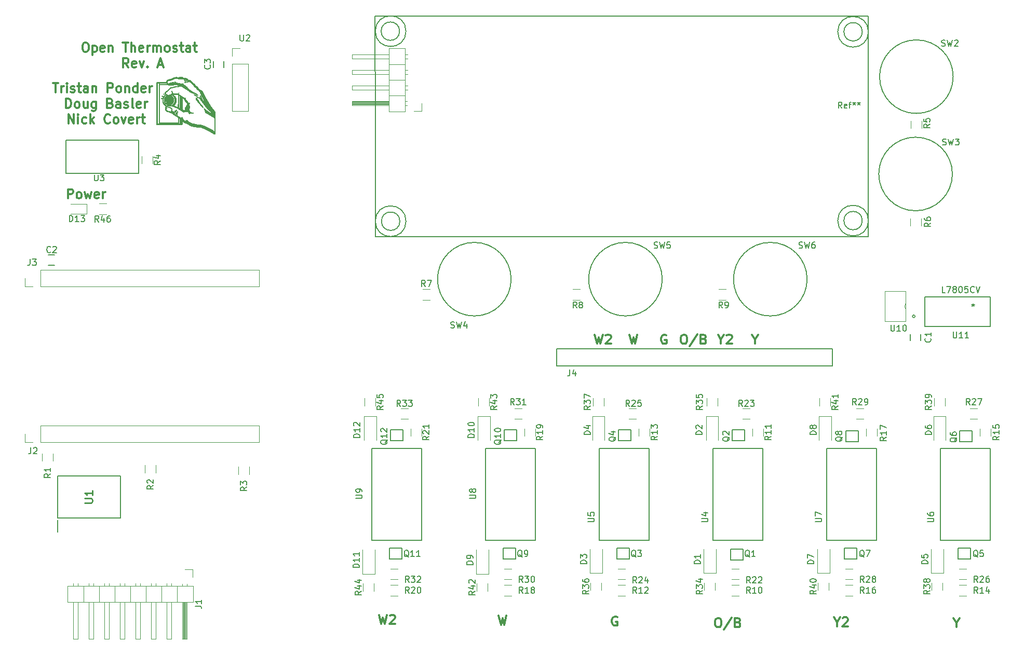
<source format=gbr>
G04 #@! TF.GenerationSoftware,KiCad,Pcbnew,(5.0.2)-1*
G04 #@! TF.CreationDate,2019-02-25T14:42:47-06:00*
G04 #@! TF.ProjectId,OpenThermostat,4f70656e-5468-4657-926d-6f737461742e,rev?*
G04 #@! TF.SameCoordinates,Original*
G04 #@! TF.FileFunction,Legend,Top*
G04 #@! TF.FilePolarity,Positive*
%FSLAX46Y46*%
G04 Gerber Fmt 4.6, Leading zero omitted, Abs format (unit mm)*
G04 Created by KiCad (PCBNEW (5.0.2)-1) date 2/25/2019 2:42:47 PM*
%MOMM*%
%LPD*%
G01*
G04 APERTURE LIST*
%ADD10C,0.300000*%
%ADD11C,0.150000*%
%ADD12C,0.120000*%
%ADD13C,0.200000*%
%ADD14C,0.100000*%
%ADD15C,0.152400*%
%ADD16C,0.010000*%
%ADD17C,0.254000*%
G04 APERTURE END LIST*
D10*
X170688000Y-110835285D02*
X170688000Y-111549571D01*
X170188000Y-110049571D02*
X170688000Y-110835285D01*
X171188000Y-110049571D01*
X165147714Y-110835285D02*
X165147714Y-111549571D01*
X164647714Y-110049571D02*
X165147714Y-110835285D01*
X165647714Y-110049571D01*
X166076285Y-110192428D02*
X166147714Y-110121000D01*
X166290571Y-110049571D01*
X166647714Y-110049571D01*
X166790571Y-110121000D01*
X166862000Y-110192428D01*
X166933428Y-110335285D01*
X166933428Y-110478142D01*
X166862000Y-110692428D01*
X166004857Y-111549571D01*
X166933428Y-111549571D01*
X158976428Y-110049571D02*
X159262142Y-110049571D01*
X159405000Y-110121000D01*
X159547857Y-110263857D01*
X159619285Y-110549571D01*
X159619285Y-111049571D01*
X159547857Y-111335285D01*
X159405000Y-111478142D01*
X159262142Y-111549571D01*
X158976428Y-111549571D01*
X158833571Y-111478142D01*
X158690714Y-111335285D01*
X158619285Y-111049571D01*
X158619285Y-110549571D01*
X158690714Y-110263857D01*
X158833571Y-110121000D01*
X158976428Y-110049571D01*
X161333571Y-109978142D02*
X160047857Y-111906714D01*
X162333571Y-110763857D02*
X162547857Y-110835285D01*
X162619285Y-110906714D01*
X162690714Y-111049571D01*
X162690714Y-111263857D01*
X162619285Y-111406714D01*
X162547857Y-111478142D01*
X162405000Y-111549571D01*
X161833571Y-111549571D01*
X161833571Y-110049571D01*
X162333571Y-110049571D01*
X162476428Y-110121000D01*
X162547857Y-110192428D01*
X162619285Y-110335285D01*
X162619285Y-110478142D01*
X162547857Y-110621000D01*
X162476428Y-110692428D01*
X162333571Y-110763857D01*
X161833571Y-110763857D01*
X156221857Y-110121000D02*
X156079000Y-110049571D01*
X155864714Y-110049571D01*
X155650428Y-110121000D01*
X155507571Y-110263857D01*
X155436142Y-110406714D01*
X155364714Y-110692428D01*
X155364714Y-110906714D01*
X155436142Y-111192428D01*
X155507571Y-111335285D01*
X155650428Y-111478142D01*
X155864714Y-111549571D01*
X156007571Y-111549571D01*
X156221857Y-111478142D01*
X156293285Y-111406714D01*
X156293285Y-110906714D01*
X156007571Y-110906714D01*
X150233142Y-110049571D02*
X150590285Y-111549571D01*
X150876000Y-110478142D01*
X151161714Y-111549571D01*
X151518857Y-110049571D01*
X144565857Y-110049571D02*
X144923000Y-111549571D01*
X145208714Y-110478142D01*
X145494428Y-111549571D01*
X145851571Y-110049571D01*
X146351571Y-110192428D02*
X146423000Y-110121000D01*
X146565857Y-110049571D01*
X146923000Y-110049571D01*
X147065857Y-110121000D01*
X147137285Y-110192428D01*
X147208714Y-110335285D01*
X147208714Y-110478142D01*
X147137285Y-110692428D01*
X146280142Y-111549571D01*
X147208714Y-111549571D01*
X203581000Y-157063285D02*
X203581000Y-157777571D01*
X203081000Y-156277571D02*
X203581000Y-157063285D01*
X204081000Y-156277571D01*
X184070714Y-156936285D02*
X184070714Y-157650571D01*
X183570714Y-156150571D02*
X184070714Y-156936285D01*
X184570714Y-156150571D01*
X184999285Y-156293428D02*
X185070714Y-156222000D01*
X185213571Y-156150571D01*
X185570714Y-156150571D01*
X185713571Y-156222000D01*
X185785000Y-156293428D01*
X185856428Y-156436285D01*
X185856428Y-156579142D01*
X185785000Y-156793428D01*
X184927857Y-157650571D01*
X185856428Y-157650571D01*
X164564428Y-156277571D02*
X164850142Y-156277571D01*
X164993000Y-156349000D01*
X165135857Y-156491857D01*
X165207285Y-156777571D01*
X165207285Y-157277571D01*
X165135857Y-157563285D01*
X164993000Y-157706142D01*
X164850142Y-157777571D01*
X164564428Y-157777571D01*
X164421571Y-157706142D01*
X164278714Y-157563285D01*
X164207285Y-157277571D01*
X164207285Y-156777571D01*
X164278714Y-156491857D01*
X164421571Y-156349000D01*
X164564428Y-156277571D01*
X166921571Y-156206142D02*
X165635857Y-158134714D01*
X167921571Y-156991857D02*
X168135857Y-157063285D01*
X168207285Y-157134714D01*
X168278714Y-157277571D01*
X168278714Y-157491857D01*
X168207285Y-157634714D01*
X168135857Y-157706142D01*
X167993000Y-157777571D01*
X167421571Y-157777571D01*
X167421571Y-156277571D01*
X167921571Y-156277571D01*
X168064428Y-156349000D01*
X168135857Y-156420428D01*
X168207285Y-156563285D01*
X168207285Y-156706142D01*
X168135857Y-156849000D01*
X168064428Y-156920428D01*
X167921571Y-156991857D01*
X167421571Y-156991857D01*
X148220857Y-156095000D02*
X148078000Y-156023571D01*
X147863714Y-156023571D01*
X147649428Y-156095000D01*
X147506571Y-156237857D01*
X147435142Y-156380714D01*
X147363714Y-156666428D01*
X147363714Y-156880714D01*
X147435142Y-157166428D01*
X147506571Y-157309285D01*
X147649428Y-157452142D01*
X147863714Y-157523571D01*
X148006571Y-157523571D01*
X148220857Y-157452142D01*
X148292285Y-157380714D01*
X148292285Y-156880714D01*
X148006571Y-156880714D01*
X128897142Y-155896571D02*
X129254285Y-157396571D01*
X129540000Y-156325142D01*
X129825714Y-157396571D01*
X130182857Y-155896571D01*
X109386857Y-155769571D02*
X109744000Y-157269571D01*
X110029714Y-156198142D01*
X110315428Y-157269571D01*
X110672571Y-155769571D01*
X111172571Y-155912428D02*
X111244000Y-155841000D01*
X111386857Y-155769571D01*
X111744000Y-155769571D01*
X111886857Y-155841000D01*
X111958285Y-155912428D01*
X112029714Y-156055285D01*
X112029714Y-156198142D01*
X111958285Y-156412428D01*
X111101142Y-157269571D01*
X112029714Y-157269571D01*
X56218428Y-69018571D02*
X57075571Y-69018571D01*
X56647000Y-70518571D02*
X56647000Y-69018571D01*
X57575571Y-70518571D02*
X57575571Y-69518571D01*
X57575571Y-69804285D02*
X57647000Y-69661428D01*
X57718428Y-69590000D01*
X57861285Y-69518571D01*
X58004142Y-69518571D01*
X58504142Y-70518571D02*
X58504142Y-69518571D01*
X58504142Y-69018571D02*
X58432714Y-69090000D01*
X58504142Y-69161428D01*
X58575571Y-69090000D01*
X58504142Y-69018571D01*
X58504142Y-69161428D01*
X59147000Y-70447142D02*
X59289857Y-70518571D01*
X59575571Y-70518571D01*
X59718428Y-70447142D01*
X59789857Y-70304285D01*
X59789857Y-70232857D01*
X59718428Y-70090000D01*
X59575571Y-70018571D01*
X59361285Y-70018571D01*
X59218428Y-69947142D01*
X59147000Y-69804285D01*
X59147000Y-69732857D01*
X59218428Y-69590000D01*
X59361285Y-69518571D01*
X59575571Y-69518571D01*
X59718428Y-69590000D01*
X60218428Y-69518571D02*
X60789857Y-69518571D01*
X60432714Y-69018571D02*
X60432714Y-70304285D01*
X60504142Y-70447142D01*
X60647000Y-70518571D01*
X60789857Y-70518571D01*
X61932714Y-70518571D02*
X61932714Y-69732857D01*
X61861285Y-69590000D01*
X61718428Y-69518571D01*
X61432714Y-69518571D01*
X61289857Y-69590000D01*
X61932714Y-70447142D02*
X61789857Y-70518571D01*
X61432714Y-70518571D01*
X61289857Y-70447142D01*
X61218428Y-70304285D01*
X61218428Y-70161428D01*
X61289857Y-70018571D01*
X61432714Y-69947142D01*
X61789857Y-69947142D01*
X61932714Y-69875714D01*
X62647000Y-69518571D02*
X62647000Y-70518571D01*
X62647000Y-69661428D02*
X62718428Y-69590000D01*
X62861285Y-69518571D01*
X63075571Y-69518571D01*
X63218428Y-69590000D01*
X63289857Y-69732857D01*
X63289857Y-70518571D01*
X65147000Y-70518571D02*
X65147000Y-69018571D01*
X65718428Y-69018571D01*
X65861285Y-69090000D01*
X65932714Y-69161428D01*
X66004142Y-69304285D01*
X66004142Y-69518571D01*
X65932714Y-69661428D01*
X65861285Y-69732857D01*
X65718428Y-69804285D01*
X65147000Y-69804285D01*
X66861285Y-70518571D02*
X66718428Y-70447142D01*
X66647000Y-70375714D01*
X66575571Y-70232857D01*
X66575571Y-69804285D01*
X66647000Y-69661428D01*
X66718428Y-69590000D01*
X66861285Y-69518571D01*
X67075571Y-69518571D01*
X67218428Y-69590000D01*
X67289857Y-69661428D01*
X67361285Y-69804285D01*
X67361285Y-70232857D01*
X67289857Y-70375714D01*
X67218428Y-70447142D01*
X67075571Y-70518571D01*
X66861285Y-70518571D01*
X68004142Y-69518571D02*
X68004142Y-70518571D01*
X68004142Y-69661428D02*
X68075571Y-69590000D01*
X68218428Y-69518571D01*
X68432714Y-69518571D01*
X68575571Y-69590000D01*
X68647000Y-69732857D01*
X68647000Y-70518571D01*
X70004142Y-70518571D02*
X70004142Y-69018571D01*
X70004142Y-70447142D02*
X69861285Y-70518571D01*
X69575571Y-70518571D01*
X69432714Y-70447142D01*
X69361285Y-70375714D01*
X69289857Y-70232857D01*
X69289857Y-69804285D01*
X69361285Y-69661428D01*
X69432714Y-69590000D01*
X69575571Y-69518571D01*
X69861285Y-69518571D01*
X70004142Y-69590000D01*
X71289857Y-70447142D02*
X71147000Y-70518571D01*
X70861285Y-70518571D01*
X70718428Y-70447142D01*
X70647000Y-70304285D01*
X70647000Y-69732857D01*
X70718428Y-69590000D01*
X70861285Y-69518571D01*
X71147000Y-69518571D01*
X71289857Y-69590000D01*
X71361285Y-69732857D01*
X71361285Y-69875714D01*
X70647000Y-70018571D01*
X72004142Y-70518571D02*
X72004142Y-69518571D01*
X72004142Y-69804285D02*
X72075571Y-69661428D01*
X72147000Y-69590000D01*
X72289857Y-69518571D01*
X72432714Y-69518571D01*
X58361285Y-73068571D02*
X58361285Y-71568571D01*
X58718428Y-71568571D01*
X58932714Y-71640000D01*
X59075571Y-71782857D01*
X59147000Y-71925714D01*
X59218428Y-72211428D01*
X59218428Y-72425714D01*
X59147000Y-72711428D01*
X59075571Y-72854285D01*
X58932714Y-72997142D01*
X58718428Y-73068571D01*
X58361285Y-73068571D01*
X60075571Y-73068571D02*
X59932714Y-72997142D01*
X59861285Y-72925714D01*
X59789857Y-72782857D01*
X59789857Y-72354285D01*
X59861285Y-72211428D01*
X59932714Y-72140000D01*
X60075571Y-72068571D01*
X60289857Y-72068571D01*
X60432714Y-72140000D01*
X60504142Y-72211428D01*
X60575571Y-72354285D01*
X60575571Y-72782857D01*
X60504142Y-72925714D01*
X60432714Y-72997142D01*
X60289857Y-73068571D01*
X60075571Y-73068571D01*
X61861285Y-72068571D02*
X61861285Y-73068571D01*
X61218428Y-72068571D02*
X61218428Y-72854285D01*
X61289857Y-72997142D01*
X61432714Y-73068571D01*
X61647000Y-73068571D01*
X61789857Y-72997142D01*
X61861285Y-72925714D01*
X63218428Y-72068571D02*
X63218428Y-73282857D01*
X63147000Y-73425714D01*
X63075571Y-73497142D01*
X62932714Y-73568571D01*
X62718428Y-73568571D01*
X62575571Y-73497142D01*
X63218428Y-72997142D02*
X63075571Y-73068571D01*
X62789857Y-73068571D01*
X62647000Y-72997142D01*
X62575571Y-72925714D01*
X62504142Y-72782857D01*
X62504142Y-72354285D01*
X62575571Y-72211428D01*
X62647000Y-72140000D01*
X62789857Y-72068571D01*
X63075571Y-72068571D01*
X63218428Y-72140000D01*
X65575571Y-72282857D02*
X65789857Y-72354285D01*
X65861285Y-72425714D01*
X65932714Y-72568571D01*
X65932714Y-72782857D01*
X65861285Y-72925714D01*
X65789857Y-72997142D01*
X65647000Y-73068571D01*
X65075571Y-73068571D01*
X65075571Y-71568571D01*
X65575571Y-71568571D01*
X65718428Y-71640000D01*
X65789857Y-71711428D01*
X65861285Y-71854285D01*
X65861285Y-71997142D01*
X65789857Y-72140000D01*
X65718428Y-72211428D01*
X65575571Y-72282857D01*
X65075571Y-72282857D01*
X67218428Y-73068571D02*
X67218428Y-72282857D01*
X67147000Y-72140000D01*
X67004142Y-72068571D01*
X66718428Y-72068571D01*
X66575571Y-72140000D01*
X67218428Y-72997142D02*
X67075571Y-73068571D01*
X66718428Y-73068571D01*
X66575571Y-72997142D01*
X66504142Y-72854285D01*
X66504142Y-72711428D01*
X66575571Y-72568571D01*
X66718428Y-72497142D01*
X67075571Y-72497142D01*
X67218428Y-72425714D01*
X67861285Y-72997142D02*
X68004142Y-73068571D01*
X68289857Y-73068571D01*
X68432714Y-72997142D01*
X68504142Y-72854285D01*
X68504142Y-72782857D01*
X68432714Y-72640000D01*
X68289857Y-72568571D01*
X68075571Y-72568571D01*
X67932714Y-72497142D01*
X67861285Y-72354285D01*
X67861285Y-72282857D01*
X67932714Y-72140000D01*
X68075571Y-72068571D01*
X68289857Y-72068571D01*
X68432714Y-72140000D01*
X69361285Y-73068571D02*
X69218428Y-72997142D01*
X69147000Y-72854285D01*
X69147000Y-71568571D01*
X70504142Y-72997142D02*
X70361285Y-73068571D01*
X70075571Y-73068571D01*
X69932714Y-72997142D01*
X69861285Y-72854285D01*
X69861285Y-72282857D01*
X69932714Y-72140000D01*
X70075571Y-72068571D01*
X70361285Y-72068571D01*
X70504142Y-72140000D01*
X70575571Y-72282857D01*
X70575571Y-72425714D01*
X69861285Y-72568571D01*
X71218428Y-73068571D02*
X71218428Y-72068571D01*
X71218428Y-72354285D02*
X71289857Y-72211428D01*
X71361285Y-72140000D01*
X71504142Y-72068571D01*
X71647000Y-72068571D01*
X58754142Y-75618571D02*
X58754142Y-74118571D01*
X59611285Y-75618571D01*
X59611285Y-74118571D01*
X60325571Y-75618571D02*
X60325571Y-74618571D01*
X60325571Y-74118571D02*
X60254142Y-74190000D01*
X60325571Y-74261428D01*
X60397000Y-74190000D01*
X60325571Y-74118571D01*
X60325571Y-74261428D01*
X61682714Y-75547142D02*
X61539857Y-75618571D01*
X61254142Y-75618571D01*
X61111285Y-75547142D01*
X61039857Y-75475714D01*
X60968428Y-75332857D01*
X60968428Y-74904285D01*
X61039857Y-74761428D01*
X61111285Y-74690000D01*
X61254142Y-74618571D01*
X61539857Y-74618571D01*
X61682714Y-74690000D01*
X62325571Y-75618571D02*
X62325571Y-74118571D01*
X62468428Y-75047142D02*
X62897000Y-75618571D01*
X62897000Y-74618571D02*
X62325571Y-75190000D01*
X65539857Y-75475714D02*
X65468428Y-75547142D01*
X65254142Y-75618571D01*
X65111285Y-75618571D01*
X64897000Y-75547142D01*
X64754142Y-75404285D01*
X64682714Y-75261428D01*
X64611285Y-74975714D01*
X64611285Y-74761428D01*
X64682714Y-74475714D01*
X64754142Y-74332857D01*
X64897000Y-74190000D01*
X65111285Y-74118571D01*
X65254142Y-74118571D01*
X65468428Y-74190000D01*
X65539857Y-74261428D01*
X66397000Y-75618571D02*
X66254142Y-75547142D01*
X66182714Y-75475714D01*
X66111285Y-75332857D01*
X66111285Y-74904285D01*
X66182714Y-74761428D01*
X66254142Y-74690000D01*
X66397000Y-74618571D01*
X66611285Y-74618571D01*
X66754142Y-74690000D01*
X66825571Y-74761428D01*
X66897000Y-74904285D01*
X66897000Y-75332857D01*
X66825571Y-75475714D01*
X66754142Y-75547142D01*
X66611285Y-75618571D01*
X66397000Y-75618571D01*
X67397000Y-74618571D02*
X67754142Y-75618571D01*
X68111285Y-74618571D01*
X69254142Y-75547142D02*
X69111285Y-75618571D01*
X68825571Y-75618571D01*
X68682714Y-75547142D01*
X68611285Y-75404285D01*
X68611285Y-74832857D01*
X68682714Y-74690000D01*
X68825571Y-74618571D01*
X69111285Y-74618571D01*
X69254142Y-74690000D01*
X69325571Y-74832857D01*
X69325571Y-74975714D01*
X68611285Y-75118571D01*
X69968428Y-75618571D02*
X69968428Y-74618571D01*
X69968428Y-74904285D02*
X70039857Y-74761428D01*
X70111285Y-74690000D01*
X70254142Y-74618571D01*
X70397000Y-74618571D01*
X70682714Y-74618571D02*
X71254142Y-74618571D01*
X70897000Y-74118571D02*
X70897000Y-75404285D01*
X70968428Y-75547142D01*
X71111285Y-75618571D01*
X71254142Y-75618571D01*
X58656114Y-87825971D02*
X58656114Y-86325971D01*
X59227542Y-86325971D01*
X59370400Y-86397400D01*
X59441828Y-86468828D01*
X59513257Y-86611685D01*
X59513257Y-86825971D01*
X59441828Y-86968828D01*
X59370400Y-87040257D01*
X59227542Y-87111685D01*
X58656114Y-87111685D01*
X60370400Y-87825971D02*
X60227542Y-87754542D01*
X60156114Y-87683114D01*
X60084685Y-87540257D01*
X60084685Y-87111685D01*
X60156114Y-86968828D01*
X60227542Y-86897400D01*
X60370400Y-86825971D01*
X60584685Y-86825971D01*
X60727542Y-86897400D01*
X60798971Y-86968828D01*
X60870400Y-87111685D01*
X60870400Y-87540257D01*
X60798971Y-87683114D01*
X60727542Y-87754542D01*
X60584685Y-87825971D01*
X60370400Y-87825971D01*
X61370400Y-86825971D02*
X61656114Y-87825971D01*
X61941828Y-87111685D01*
X62227542Y-87825971D01*
X62513257Y-86825971D01*
X63656114Y-87754542D02*
X63513257Y-87825971D01*
X63227542Y-87825971D01*
X63084685Y-87754542D01*
X63013257Y-87611685D01*
X63013257Y-87040257D01*
X63084685Y-86897400D01*
X63227542Y-86825971D01*
X63513257Y-86825971D01*
X63656114Y-86897400D01*
X63727542Y-87040257D01*
X63727542Y-87183114D01*
X63013257Y-87325971D01*
X64370400Y-87825971D02*
X64370400Y-86825971D01*
X64370400Y-87111685D02*
X64441828Y-86968828D01*
X64513257Y-86897400D01*
X64656114Y-86825971D01*
X64798971Y-86825971D01*
X61401714Y-62419571D02*
X61687428Y-62419571D01*
X61830285Y-62491000D01*
X61973142Y-62633857D01*
X62044571Y-62919571D01*
X62044571Y-63419571D01*
X61973142Y-63705285D01*
X61830285Y-63848142D01*
X61687428Y-63919571D01*
X61401714Y-63919571D01*
X61258857Y-63848142D01*
X61116000Y-63705285D01*
X61044571Y-63419571D01*
X61044571Y-62919571D01*
X61116000Y-62633857D01*
X61258857Y-62491000D01*
X61401714Y-62419571D01*
X62687428Y-62919571D02*
X62687428Y-64419571D01*
X62687428Y-62991000D02*
X62830285Y-62919571D01*
X63116000Y-62919571D01*
X63258857Y-62991000D01*
X63330285Y-63062428D01*
X63401714Y-63205285D01*
X63401714Y-63633857D01*
X63330285Y-63776714D01*
X63258857Y-63848142D01*
X63116000Y-63919571D01*
X62830285Y-63919571D01*
X62687428Y-63848142D01*
X64616000Y-63848142D02*
X64473142Y-63919571D01*
X64187428Y-63919571D01*
X64044571Y-63848142D01*
X63973142Y-63705285D01*
X63973142Y-63133857D01*
X64044571Y-62991000D01*
X64187428Y-62919571D01*
X64473142Y-62919571D01*
X64616000Y-62991000D01*
X64687428Y-63133857D01*
X64687428Y-63276714D01*
X63973142Y-63419571D01*
X65330285Y-62919571D02*
X65330285Y-63919571D01*
X65330285Y-63062428D02*
X65401714Y-62991000D01*
X65544571Y-62919571D01*
X65758857Y-62919571D01*
X65901714Y-62991000D01*
X65973142Y-63133857D01*
X65973142Y-63919571D01*
X67616000Y-62419571D02*
X68473142Y-62419571D01*
X68044571Y-63919571D02*
X68044571Y-62419571D01*
X68973142Y-63919571D02*
X68973142Y-62419571D01*
X69616000Y-63919571D02*
X69616000Y-63133857D01*
X69544571Y-62991000D01*
X69401714Y-62919571D01*
X69187428Y-62919571D01*
X69044571Y-62991000D01*
X68973142Y-63062428D01*
X70901714Y-63848142D02*
X70758857Y-63919571D01*
X70473142Y-63919571D01*
X70330285Y-63848142D01*
X70258857Y-63705285D01*
X70258857Y-63133857D01*
X70330285Y-62991000D01*
X70473142Y-62919571D01*
X70758857Y-62919571D01*
X70901714Y-62991000D01*
X70973142Y-63133857D01*
X70973142Y-63276714D01*
X70258857Y-63419571D01*
X71616000Y-63919571D02*
X71616000Y-62919571D01*
X71616000Y-63205285D02*
X71687428Y-63062428D01*
X71758857Y-62991000D01*
X71901714Y-62919571D01*
X72044571Y-62919571D01*
X72544571Y-63919571D02*
X72544571Y-62919571D01*
X72544571Y-63062428D02*
X72616000Y-62991000D01*
X72758857Y-62919571D01*
X72973142Y-62919571D01*
X73116000Y-62991000D01*
X73187428Y-63133857D01*
X73187428Y-63919571D01*
X73187428Y-63133857D02*
X73258857Y-62991000D01*
X73401714Y-62919571D01*
X73616000Y-62919571D01*
X73758857Y-62991000D01*
X73830285Y-63133857D01*
X73830285Y-63919571D01*
X74758857Y-63919571D02*
X74616000Y-63848142D01*
X74544571Y-63776714D01*
X74473142Y-63633857D01*
X74473142Y-63205285D01*
X74544571Y-63062428D01*
X74616000Y-62991000D01*
X74758857Y-62919571D01*
X74973142Y-62919571D01*
X75116000Y-62991000D01*
X75187428Y-63062428D01*
X75258857Y-63205285D01*
X75258857Y-63633857D01*
X75187428Y-63776714D01*
X75116000Y-63848142D01*
X74973142Y-63919571D01*
X74758857Y-63919571D01*
X75830285Y-63848142D02*
X75973142Y-63919571D01*
X76258857Y-63919571D01*
X76401714Y-63848142D01*
X76473142Y-63705285D01*
X76473142Y-63633857D01*
X76401714Y-63491000D01*
X76258857Y-63419571D01*
X76044571Y-63419571D01*
X75901714Y-63348142D01*
X75830285Y-63205285D01*
X75830285Y-63133857D01*
X75901714Y-62991000D01*
X76044571Y-62919571D01*
X76258857Y-62919571D01*
X76401714Y-62991000D01*
X76901714Y-62919571D02*
X77473142Y-62919571D01*
X77116000Y-62419571D02*
X77116000Y-63705285D01*
X77187428Y-63848142D01*
X77330285Y-63919571D01*
X77473142Y-63919571D01*
X78616000Y-63919571D02*
X78616000Y-63133857D01*
X78544571Y-62991000D01*
X78401714Y-62919571D01*
X78116000Y-62919571D01*
X77973142Y-62991000D01*
X78616000Y-63848142D02*
X78473142Y-63919571D01*
X78116000Y-63919571D01*
X77973142Y-63848142D01*
X77901714Y-63705285D01*
X77901714Y-63562428D01*
X77973142Y-63419571D01*
X78116000Y-63348142D01*
X78473142Y-63348142D01*
X78616000Y-63276714D01*
X79116000Y-62919571D02*
X79687428Y-62919571D01*
X79330285Y-62419571D02*
X79330285Y-63705285D01*
X79401714Y-63848142D01*
X79544571Y-63919571D01*
X79687428Y-63919571D01*
X68544571Y-66469571D02*
X68044571Y-65755285D01*
X67687428Y-66469571D02*
X67687428Y-64969571D01*
X68258857Y-64969571D01*
X68401714Y-65041000D01*
X68473142Y-65112428D01*
X68544571Y-65255285D01*
X68544571Y-65469571D01*
X68473142Y-65612428D01*
X68401714Y-65683857D01*
X68258857Y-65755285D01*
X67687428Y-65755285D01*
X69758857Y-66398142D02*
X69616000Y-66469571D01*
X69330285Y-66469571D01*
X69187428Y-66398142D01*
X69116000Y-66255285D01*
X69116000Y-65683857D01*
X69187428Y-65541000D01*
X69330285Y-65469571D01*
X69616000Y-65469571D01*
X69758857Y-65541000D01*
X69830285Y-65683857D01*
X69830285Y-65826714D01*
X69116000Y-65969571D01*
X70330285Y-65469571D02*
X70687428Y-66469571D01*
X71044571Y-65469571D01*
X71616000Y-66326714D02*
X71687428Y-66398142D01*
X71616000Y-66469571D01*
X71544571Y-66398142D01*
X71616000Y-66326714D01*
X71616000Y-66469571D01*
X73401714Y-66041000D02*
X74116000Y-66041000D01*
X73258857Y-66469571D02*
X73758857Y-64969571D01*
X74258857Y-66469571D01*
D11*
G04 #@! TO.C,J4*
X180943000Y-115128500D02*
X183343000Y-115128500D01*
X183343000Y-115128500D02*
X183343000Y-112428500D01*
X183343000Y-112428500D02*
X183343000Y-112328500D01*
X183343000Y-112328500D02*
X181043000Y-112328500D01*
X180743000Y-115128500D02*
X180943000Y-115128500D01*
X140843000Y-115128500D02*
X138443000Y-115128500D01*
X138443000Y-115128500D02*
X138343000Y-115128500D01*
X138343000Y-115128500D02*
X138343000Y-112328500D01*
X138343000Y-112328500D02*
X140943000Y-112328500D01*
X140843000Y-115128500D02*
X180743000Y-115128500D01*
X140843000Y-112328500D02*
X181043000Y-112328500D01*
G04 #@! TO.C,SW2*
X203004000Y-67968000D02*
G75*
G03X203004000Y-67968000I-6000000J0D01*
G01*
G04 #@! TO.C,SW3*
X202877000Y-83841000D02*
G75*
G03X202877000Y-83841000I-6000000J0D01*
G01*
G04 #@! TO.C,SW6*
X179188000Y-101005000D02*
G75*
G03X179188000Y-101005000I-6000000J0D01*
G01*
D12*
G04 #@! TO.C,R9*
X164754000Y-102625000D02*
X165954000Y-102625000D01*
X165954000Y-104385000D02*
X164754000Y-104385000D01*
G04 #@! TO.C,U2*
X85411000Y-63313000D02*
X86741000Y-63313000D01*
X85411000Y-64643000D02*
X85411000Y-63313000D01*
X85411000Y-65913000D02*
X88071000Y-65913000D01*
X88071000Y-65913000D02*
X88071000Y-73593000D01*
X85411000Y-65913000D02*
X85411000Y-73593000D01*
X85411000Y-73593000D02*
X88071000Y-73593000D01*
D11*
G04 #@! TO.C,Ref\002A\002A*
X188188000Y-91446800D02*
G75*
G03X188188000Y-91446800I-1500000J0D01*
G01*
X112738000Y-60546800D02*
G75*
G03X112738000Y-60546800I-1500000J0D01*
G01*
X112788000Y-91546800D02*
G75*
G03X112788000Y-91546800I-1500000J0D01*
G01*
X113784000Y-60546800D02*
G75*
G03X113784000Y-60546800I-2500000J0D01*
G01*
X113788000Y-91546800D02*
G75*
G03X113788000Y-91546800I-2500000J0D01*
G01*
X188188000Y-60646800D02*
G75*
G03X188188000Y-60646800I-1500000J0D01*
G01*
X189188000Y-60646800D02*
G75*
G03X189188000Y-60646800I-2500000J0D01*
G01*
X189188000Y-91446800D02*
G75*
G03X189188000Y-91446800I-2500000J0D01*
G01*
X108688000Y-58046800D02*
X149188000Y-58046800D01*
X108784000Y-76046800D02*
X108688000Y-58046800D01*
X108784000Y-92046800D02*
X108784000Y-76046800D01*
X149188000Y-94046800D02*
X108788000Y-94046800D01*
X189188000Y-94046800D02*
X149188000Y-94046800D01*
X189188000Y-76046800D02*
X189188000Y-92046800D01*
X189188000Y-58046800D02*
X189188000Y-76046800D01*
X149188000Y-58046800D02*
X189188000Y-58046800D01*
D12*
X113626500Y-73640800D02*
X113626500Y-63360800D01*
X113626500Y-63360800D02*
X110966500Y-63360800D01*
X110966500Y-63360800D02*
X110966500Y-73640800D01*
X110966500Y-73640800D02*
X113626500Y-73640800D01*
X110966500Y-72690800D02*
X104966500Y-72690800D01*
X104966500Y-72690800D02*
X104966500Y-71930800D01*
X104966500Y-71930800D02*
X110966500Y-71930800D01*
X110966500Y-72630800D02*
X104966500Y-72630800D01*
X110966500Y-72510800D02*
X104966500Y-72510800D01*
X110966500Y-72390800D02*
X104966500Y-72390800D01*
X110966500Y-72270800D02*
X104966500Y-72270800D01*
X110966500Y-72150800D02*
X104966500Y-72150800D01*
X110966500Y-72030800D02*
X104966500Y-72030800D01*
X113956500Y-72690800D02*
X113626500Y-72690800D01*
X113956500Y-71930800D02*
X113626500Y-71930800D01*
X113626500Y-71040800D02*
X110966500Y-71040800D01*
X110966500Y-70150800D02*
X104966500Y-70150800D01*
X104966500Y-70150800D02*
X104966500Y-69390800D01*
X104966500Y-69390800D02*
X110966500Y-69390800D01*
X114023571Y-70150800D02*
X113626500Y-70150800D01*
X114023571Y-69390800D02*
X113626500Y-69390800D01*
X113626500Y-68500800D02*
X110966500Y-68500800D01*
X110966500Y-67610800D02*
X104966500Y-67610800D01*
X104966500Y-67610800D02*
X104966500Y-66850800D01*
X104966500Y-66850800D02*
X110966500Y-66850800D01*
X114023571Y-67610800D02*
X113626500Y-67610800D01*
X114023571Y-66850800D02*
X113626500Y-66850800D01*
X113626500Y-65960800D02*
X110966500Y-65960800D01*
X110966500Y-65070800D02*
X104966500Y-65070800D01*
X104966500Y-65070800D02*
X104966500Y-64310800D01*
X104966500Y-64310800D02*
X110966500Y-64310800D01*
X114023571Y-65070800D02*
X113626500Y-65070800D01*
X114023571Y-64310800D02*
X113626500Y-64310800D01*
X116336500Y-72310800D02*
X116336500Y-73580800D01*
X116336500Y-73580800D02*
X115066500Y-73580800D01*
D11*
X189188000Y-92046800D02*
X189188000Y-94046800D01*
X108788000Y-94046800D02*
X108788000Y-92046800D01*
D12*
G04 #@! TO.C,J2*
X89849000Y-127568000D02*
X89849000Y-124908000D01*
X54229000Y-127568000D02*
X89849000Y-127568000D01*
X54229000Y-124908000D02*
X89849000Y-124908000D01*
X54229000Y-127568000D02*
X54229000Y-124908000D01*
X52959000Y-127568000D02*
X51629000Y-127568000D01*
X51629000Y-127568000D02*
X51629000Y-126238000D01*
G04 #@! TO.C,J3*
X51629000Y-102168000D02*
X51629000Y-100838000D01*
X52959000Y-102168000D02*
X51629000Y-102168000D01*
X54229000Y-102168000D02*
X54229000Y-99508000D01*
X54229000Y-99508000D02*
X89849000Y-99508000D01*
X54229000Y-102168000D02*
X89849000Y-102168000D01*
X89849000Y-102168000D02*
X89849000Y-99508000D01*
D11*
G04 #@! TO.C,Q1*
X166751000Y-146812000D02*
X166751000Y-145034000D01*
X166751000Y-145034000D02*
X168783000Y-145034000D01*
X168783000Y-145034000D02*
X168783000Y-146812000D01*
X168783000Y-146812000D02*
X166751000Y-146812000D01*
G04 #@! TO.C,Q2*
X169037000Y-125603000D02*
X169037000Y-127381000D01*
X169037000Y-127381000D02*
X167005000Y-127381000D01*
X167005000Y-127381000D02*
X167005000Y-125603000D01*
X167005000Y-125603000D02*
X169037000Y-125603000D01*
G04 #@! TO.C,Q3*
X150241000Y-146685000D02*
X148209000Y-146685000D01*
X150241000Y-144907000D02*
X150241000Y-146685000D01*
X148209000Y-144907000D02*
X150241000Y-144907000D01*
X148209000Y-146685000D02*
X148209000Y-144907000D01*
G04 #@! TO.C,Q4*
X150495000Y-125603000D02*
X150495000Y-127381000D01*
X150495000Y-127381000D02*
X148463000Y-127381000D01*
X148463000Y-127381000D02*
X148463000Y-125603000D01*
X148463000Y-125603000D02*
X150495000Y-125603000D01*
G04 #@! TO.C,Q5*
X205867000Y-146685000D02*
X203835000Y-146685000D01*
X205867000Y-144907000D02*
X205867000Y-146685000D01*
X203835000Y-144907000D02*
X205867000Y-144907000D01*
X203835000Y-146685000D02*
X203835000Y-144907000D01*
G04 #@! TO.C,Q6*
X204089000Y-125730000D02*
X206121000Y-125730000D01*
X204089000Y-127508000D02*
X204089000Y-125730000D01*
X206121000Y-127508000D02*
X204089000Y-127508000D01*
X206121000Y-125730000D02*
X206121000Y-127508000D01*
G04 #@! TO.C,Q7*
X187325000Y-146685000D02*
X185293000Y-146685000D01*
X187325000Y-144907000D02*
X187325000Y-146685000D01*
X185293000Y-144907000D02*
X187325000Y-144907000D01*
X185293000Y-146685000D02*
X185293000Y-144907000D01*
G04 #@! TO.C,Q8*
X185547000Y-125730000D02*
X187579000Y-125730000D01*
X185547000Y-127508000D02*
X185547000Y-125730000D01*
X187579000Y-127508000D02*
X185547000Y-127508000D01*
X187579000Y-125730000D02*
X187579000Y-127508000D01*
G04 #@! TO.C,Q9*
X129667000Y-146685000D02*
X129667000Y-144907000D01*
X129667000Y-144907000D02*
X131699000Y-144907000D01*
X131699000Y-144907000D02*
X131699000Y-146685000D01*
X131699000Y-146685000D02*
X129667000Y-146685000D01*
G04 #@! TO.C,Q10*
X131826000Y-125603000D02*
X131826000Y-127381000D01*
X131826000Y-127381000D02*
X129794000Y-127381000D01*
X129794000Y-127381000D02*
X129794000Y-125603000D01*
X129794000Y-125603000D02*
X131826000Y-125603000D01*
G04 #@! TO.C,Q11*
X111125000Y-146685000D02*
X111125000Y-144907000D01*
X111125000Y-144907000D02*
X113157000Y-144907000D01*
X113157000Y-144907000D02*
X113157000Y-146685000D01*
X113157000Y-146685000D02*
X111125000Y-146685000D01*
G04 #@! TO.C,Q12*
X111252000Y-125603000D02*
X113284000Y-125603000D01*
X111252000Y-127381000D02*
X111252000Y-125603000D01*
X113284000Y-127381000D02*
X111252000Y-127381000D01*
X113284000Y-125603000D02*
X113284000Y-127381000D01*
D12*
G04 #@! TO.C,R1*
X54492000Y-130648000D02*
X54492000Y-129448000D01*
X56252000Y-129448000D02*
X56252000Y-130648000D01*
G04 #@! TO.C,R2*
X73016000Y-131353000D02*
X73016000Y-132553000D01*
X71256000Y-132553000D02*
X71256000Y-131353000D01*
G04 #@! TO.C,R3*
X88256000Y-131607000D02*
X88256000Y-132807000D01*
X86496000Y-132807000D02*
X86496000Y-131607000D01*
G04 #@! TO.C,R4*
X72508000Y-80934000D02*
X72508000Y-82134000D01*
X70748000Y-82134000D02*
X70748000Y-80934000D01*
G04 #@! TO.C,R5*
X197884000Y-75148000D02*
X197884000Y-76348000D01*
X196124000Y-76348000D02*
X196124000Y-75148000D01*
G04 #@! TO.C,R6*
X195997000Y-92271000D02*
X195997000Y-91071000D01*
X197757000Y-91071000D02*
X197757000Y-92271000D01*
G04 #@! TO.C,R7*
X117694000Y-104385000D02*
X116494000Y-104385000D01*
X116494000Y-102625000D02*
X117694000Y-102625000D01*
G04 #@! TO.C,R8*
X141005000Y-102625000D02*
X142205000Y-102625000D01*
X142205000Y-104385000D02*
X141005000Y-104385000D01*
G04 #@! TO.C,R10*
X168113000Y-152645000D02*
X166913000Y-152645000D01*
X166913000Y-150885000D02*
X168113000Y-150885000D01*
G04 #@! TO.C,R11*
X170316000Y-126584000D02*
X170316000Y-125384000D01*
X172076000Y-125384000D02*
X172076000Y-126584000D01*
G04 #@! TO.C,R12*
X149571000Y-152645000D02*
X148371000Y-152645000D01*
X148371000Y-150885000D02*
X149571000Y-150885000D01*
G04 #@! TO.C,R13*
X151774000Y-126584000D02*
X151774000Y-125384000D01*
X153534000Y-125384000D02*
X153534000Y-126584000D01*
G04 #@! TO.C,R14*
X205197000Y-152645000D02*
X203997000Y-152645000D01*
X203997000Y-150885000D02*
X205197000Y-150885000D01*
G04 #@! TO.C,R15*
X207400000Y-126584000D02*
X207400000Y-125384000D01*
X209160000Y-125384000D02*
X209160000Y-126584000D01*
G04 #@! TO.C,R16*
X185455000Y-150885000D02*
X186655000Y-150885000D01*
X186655000Y-152645000D02*
X185455000Y-152645000D01*
G04 #@! TO.C,R17*
X190618000Y-125384000D02*
X190618000Y-126584000D01*
X188858000Y-126584000D02*
X188858000Y-125384000D01*
G04 #@! TO.C,R18*
X129829000Y-150885000D02*
X131029000Y-150885000D01*
X131029000Y-152645000D02*
X129829000Y-152645000D01*
G04 #@! TO.C,R19*
X134865000Y-125384000D02*
X134865000Y-126584000D01*
X133105000Y-126584000D02*
X133105000Y-125384000D01*
G04 #@! TO.C,R20*
X112487000Y-152645000D02*
X111287000Y-152645000D01*
X111287000Y-150885000D02*
X112487000Y-150885000D01*
G04 #@! TO.C,R21*
X114563000Y-126584000D02*
X114563000Y-125384000D01*
X116323000Y-125384000D02*
X116323000Y-126584000D01*
G04 #@! TO.C,R22*
X166913000Y-148218000D02*
X168113000Y-148218000D01*
X168113000Y-149978000D02*
X166913000Y-149978000D01*
G04 #@! TO.C,R23*
X169891000Y-123816000D02*
X168691000Y-123816000D01*
X168691000Y-122056000D02*
X169891000Y-122056000D01*
G04 #@! TO.C,R24*
X148371000Y-148218000D02*
X149571000Y-148218000D01*
X149571000Y-149978000D02*
X148371000Y-149978000D01*
G04 #@! TO.C,R25*
X151349000Y-123816000D02*
X150149000Y-123816000D01*
X150149000Y-122056000D02*
X151349000Y-122056000D01*
G04 #@! TO.C,R26*
X203997000Y-148218000D02*
X205197000Y-148218000D01*
X205197000Y-149978000D02*
X203997000Y-149978000D01*
G04 #@! TO.C,R27*
X206975000Y-123816000D02*
X205775000Y-123816000D01*
X205775000Y-122056000D02*
X206975000Y-122056000D01*
G04 #@! TO.C,R28*
X186655000Y-149978000D02*
X185455000Y-149978000D01*
X185455000Y-148218000D02*
X186655000Y-148218000D01*
G04 #@! TO.C,R29*
X187233000Y-122056000D02*
X188433000Y-122056000D01*
X188433000Y-123816000D02*
X187233000Y-123816000D01*
G04 #@! TO.C,R30*
X131029000Y-149978000D02*
X129829000Y-149978000D01*
X129829000Y-148218000D02*
X131029000Y-148218000D01*
G04 #@! TO.C,R31*
X132680000Y-123816000D02*
X131480000Y-123816000D01*
X131480000Y-122056000D02*
X132680000Y-122056000D01*
G04 #@! TO.C,R32*
X112487000Y-149978000D02*
X111287000Y-149978000D01*
X111287000Y-148218000D02*
X112487000Y-148218000D01*
G04 #@! TO.C,R33*
X114138000Y-123816000D02*
X112938000Y-123816000D01*
X112938000Y-122056000D02*
X114138000Y-122056000D01*
G04 #@! TO.C,R34*
X162442000Y-151730000D02*
X162442000Y-150530000D01*
X164202000Y-150530000D02*
X164202000Y-151730000D01*
G04 #@! TO.C,R35*
X162823000Y-121631000D02*
X162823000Y-120431000D01*
X164583000Y-120431000D02*
X164583000Y-121631000D01*
G04 #@! TO.C,R36*
X145660000Y-150530000D02*
X145660000Y-151730000D01*
X143900000Y-151730000D02*
X143900000Y-150530000D01*
G04 #@! TO.C,R37*
X146041000Y-120431000D02*
X146041000Y-121631000D01*
X144281000Y-121631000D02*
X144281000Y-120431000D01*
G04 #@! TO.C,R38*
X199526000Y-151730000D02*
X199526000Y-150530000D01*
X201286000Y-150530000D02*
X201286000Y-151730000D01*
G04 #@! TO.C,R39*
X199907000Y-121631000D02*
X199907000Y-120431000D01*
X201667000Y-120431000D02*
X201667000Y-121631000D01*
G04 #@! TO.C,R40*
X180984000Y-151730000D02*
X180984000Y-150530000D01*
X182744000Y-150530000D02*
X182744000Y-151730000D01*
G04 #@! TO.C,R41*
X182998000Y-120431000D02*
X182998000Y-121631000D01*
X181238000Y-121631000D02*
X181238000Y-120431000D01*
G04 #@! TO.C,R42*
X127118000Y-150657000D02*
X127118000Y-151857000D01*
X125358000Y-151857000D02*
X125358000Y-150657000D01*
G04 #@! TO.C,R43*
X125612000Y-121631000D02*
X125612000Y-120431000D01*
X127372000Y-120431000D02*
X127372000Y-121631000D01*
G04 #@! TO.C,R44*
X106816000Y-151857000D02*
X106816000Y-150657000D01*
X108576000Y-150657000D02*
X108576000Y-151857000D01*
G04 #@! TO.C,R45*
X108830000Y-120431000D02*
X108830000Y-121631000D01*
X107070000Y-121631000D02*
X107070000Y-120431000D01*
D11*
G04 #@! TO.C,U4*
X163830000Y-143637000D02*
X171958000Y-143637000D01*
X171958000Y-143637000D02*
X171958000Y-128651000D01*
X171958000Y-128651000D02*
X163830000Y-128651000D01*
X163830000Y-128651000D02*
X163830000Y-143637000D01*
G04 #@! TO.C,U5*
X145288000Y-128651000D02*
X145288000Y-143637000D01*
X153416000Y-128651000D02*
X145288000Y-128651000D01*
X153416000Y-143637000D02*
X153416000Y-128651000D01*
X145288000Y-143637000D02*
X153416000Y-143637000D01*
G04 #@! TO.C,U6*
X200914000Y-128651000D02*
X200914000Y-143637000D01*
X209042000Y-128651000D02*
X200914000Y-128651000D01*
X209042000Y-143637000D02*
X209042000Y-128651000D01*
X200914000Y-143637000D02*
X209042000Y-143637000D01*
G04 #@! TO.C,U7*
X182372000Y-128651000D02*
X182372000Y-143637000D01*
X190500000Y-128651000D02*
X182372000Y-128651000D01*
X190500000Y-143637000D02*
X190500000Y-128651000D01*
X182372000Y-143637000D02*
X190500000Y-143637000D01*
G04 #@! TO.C,U8*
X126746000Y-143637000D02*
X134874000Y-143637000D01*
X134874000Y-143637000D02*
X134874000Y-128651000D01*
X134874000Y-128651000D02*
X126746000Y-128651000D01*
X126746000Y-128651000D02*
X126746000Y-143637000D01*
G04 #@! TO.C,U9*
X108204000Y-143637000D02*
X116332000Y-143637000D01*
X116332000Y-143637000D02*
X116332000Y-128651000D01*
X116332000Y-128651000D02*
X108204000Y-128651000D01*
X108204000Y-128651000D02*
X108204000Y-143637000D01*
D13*
G04 #@! TO.C,U1*
X56983000Y-142225000D02*
X56983000Y-140275000D01*
X67253000Y-139925000D02*
X56953000Y-139925000D01*
X67253000Y-133125000D02*
X67253000Y-139925000D01*
X56953000Y-133125000D02*
X67253000Y-133125000D01*
X56953000Y-139925000D02*
X56953000Y-133125000D01*
D11*
G04 #@! TO.C,U3*
X58313320Y-81122520D02*
X58313320Y-83731100D01*
X58313320Y-78364080D02*
X58313320Y-80972660D01*
X58313320Y-81373980D02*
X58313320Y-80868520D01*
X70172580Y-81150460D02*
X70172580Y-83759040D01*
X70172580Y-81401920D02*
X70172580Y-80896460D01*
X70172580Y-78392020D02*
X70172580Y-81000600D01*
X70172580Y-83753960D02*
X58320940Y-83751420D01*
X70167500Y-78353920D02*
X58315860Y-78351380D01*
D12*
G04 #@! TO.C,J1*
X78994000Y-148336000D02*
X78994000Y-149606000D01*
X77724000Y-148336000D02*
X78994000Y-148336000D01*
X59564000Y-150648929D02*
X59564000Y-151046000D01*
X60324000Y-150648929D02*
X60324000Y-151046000D01*
X59564000Y-159706000D02*
X59564000Y-153706000D01*
X60324000Y-159706000D02*
X59564000Y-159706000D01*
X60324000Y-153706000D02*
X60324000Y-159706000D01*
X61214000Y-151046000D02*
X61214000Y-153706000D01*
X62104000Y-150648929D02*
X62104000Y-151046000D01*
X62864000Y-150648929D02*
X62864000Y-151046000D01*
X62104000Y-159706000D02*
X62104000Y-153706000D01*
X62864000Y-159706000D02*
X62104000Y-159706000D01*
X62864000Y-153706000D02*
X62864000Y-159706000D01*
X63754000Y-151046000D02*
X63754000Y-153706000D01*
X64644000Y-150648929D02*
X64644000Y-151046000D01*
X65404000Y-150648929D02*
X65404000Y-151046000D01*
X64644000Y-159706000D02*
X64644000Y-153706000D01*
X65404000Y-159706000D02*
X64644000Y-159706000D01*
X65404000Y-153706000D02*
X65404000Y-159706000D01*
X66294000Y-151046000D02*
X66294000Y-153706000D01*
X67184000Y-150648929D02*
X67184000Y-151046000D01*
X67944000Y-150648929D02*
X67944000Y-151046000D01*
X67184000Y-159706000D02*
X67184000Y-153706000D01*
X67944000Y-159706000D02*
X67184000Y-159706000D01*
X67944000Y-153706000D02*
X67944000Y-159706000D01*
X68834000Y-151046000D02*
X68834000Y-153706000D01*
X69724000Y-150648929D02*
X69724000Y-151046000D01*
X70484000Y-150648929D02*
X70484000Y-151046000D01*
X69724000Y-159706000D02*
X69724000Y-153706000D01*
X70484000Y-159706000D02*
X69724000Y-159706000D01*
X70484000Y-153706000D02*
X70484000Y-159706000D01*
X71374000Y-151046000D02*
X71374000Y-153706000D01*
X72264000Y-150648929D02*
X72264000Y-151046000D01*
X73024000Y-150648929D02*
X73024000Y-151046000D01*
X72264000Y-159706000D02*
X72264000Y-153706000D01*
X73024000Y-159706000D02*
X72264000Y-159706000D01*
X73024000Y-153706000D02*
X73024000Y-159706000D01*
X73914000Y-151046000D02*
X73914000Y-153706000D01*
X74804000Y-150648929D02*
X74804000Y-151046000D01*
X75564000Y-150648929D02*
X75564000Y-151046000D01*
X74804000Y-159706000D02*
X74804000Y-153706000D01*
X75564000Y-159706000D02*
X74804000Y-159706000D01*
X75564000Y-153706000D02*
X75564000Y-159706000D01*
X76454000Y-151046000D02*
X76454000Y-153706000D01*
X77344000Y-150716000D02*
X77344000Y-151046000D01*
X78104000Y-150716000D02*
X78104000Y-151046000D01*
X77444000Y-153706000D02*
X77444000Y-159706000D01*
X77564000Y-153706000D02*
X77564000Y-159706000D01*
X77684000Y-153706000D02*
X77684000Y-159706000D01*
X77804000Y-153706000D02*
X77804000Y-159706000D01*
X77924000Y-153706000D02*
X77924000Y-159706000D01*
X78044000Y-153706000D02*
X78044000Y-159706000D01*
X77344000Y-159706000D02*
X77344000Y-153706000D01*
X78104000Y-159706000D02*
X77344000Y-159706000D01*
X78104000Y-153706000D02*
X78104000Y-159706000D01*
X79054000Y-153706000D02*
X79054000Y-151046000D01*
X58614000Y-153706000D02*
X79054000Y-153706000D01*
X58614000Y-151046000D02*
X58614000Y-153706000D01*
X79054000Y-151046000D02*
X58614000Y-151046000D01*
G04 #@! TO.C,D1*
X162322000Y-148935000D02*
X164322000Y-148935000D01*
X164322000Y-148935000D02*
X164322000Y-145035000D01*
X162322000Y-148935000D02*
X162322000Y-145035000D01*
G04 #@! TO.C,D2*
X164703000Y-123353000D02*
X164703000Y-127253000D01*
X162703000Y-123353000D02*
X162703000Y-127253000D01*
X164703000Y-123353000D02*
X162703000Y-123353000D01*
D11*
G04 #@! TO.C,SW4*
X130928000Y-101005000D02*
G75*
G03X130928000Y-101005000I-6000000J0D01*
G01*
G04 #@! TO.C,SW5*
X155566000Y-101005000D02*
G75*
G03X155566000Y-101005000I-6000000J0D01*
G01*
D12*
G04 #@! TO.C,D3*
X143780000Y-148935000D02*
X145780000Y-148935000D01*
X145780000Y-148935000D02*
X145780000Y-145035000D01*
X143780000Y-148935000D02*
X143780000Y-145035000D01*
G04 #@! TO.C,D4*
X146161000Y-123353000D02*
X146161000Y-127253000D01*
X144161000Y-123353000D02*
X144161000Y-127253000D01*
X146161000Y-123353000D02*
X144161000Y-123353000D01*
G04 #@! TO.C,D5*
X199406000Y-148935000D02*
X199406000Y-145035000D01*
X201406000Y-148935000D02*
X201406000Y-145035000D01*
X199406000Y-148935000D02*
X201406000Y-148935000D01*
G04 #@! TO.C,D6*
X201787000Y-123353000D02*
X201787000Y-127253000D01*
X199787000Y-123353000D02*
X199787000Y-127253000D01*
X201787000Y-123353000D02*
X199787000Y-123353000D01*
G04 #@! TO.C,D7*
X180864000Y-148935000D02*
X182864000Y-148935000D01*
X182864000Y-148935000D02*
X182864000Y-145035000D01*
X180864000Y-148935000D02*
X180864000Y-145035000D01*
G04 #@! TO.C,D8*
X183118000Y-123353000D02*
X183118000Y-127253000D01*
X181118000Y-123353000D02*
X181118000Y-127253000D01*
X183118000Y-123353000D02*
X181118000Y-123353000D01*
G04 #@! TO.C,D9*
X125238000Y-149062000D02*
X127238000Y-149062000D01*
X127238000Y-149062000D02*
X127238000Y-145162000D01*
X125238000Y-149062000D02*
X125238000Y-145162000D01*
G04 #@! TO.C,D10*
X127492000Y-123353000D02*
X127492000Y-127253000D01*
X125492000Y-123353000D02*
X125492000Y-127253000D01*
X127492000Y-123353000D02*
X125492000Y-123353000D01*
G04 #@! TO.C,D11*
X106696000Y-149062000D02*
X108696000Y-149062000D01*
X108696000Y-149062000D02*
X108696000Y-145162000D01*
X106696000Y-149062000D02*
X106696000Y-145162000D01*
G04 #@! TO.C,D12*
X108950000Y-123353000D02*
X108950000Y-127253000D01*
X106950000Y-123353000D02*
X106950000Y-127253000D01*
X108950000Y-123353000D02*
X106950000Y-123353000D01*
D14*
G04 #@! TO.C,U10*
X195292000Y-104932000D02*
G75*
G03X195292000Y-105932000I500000J-500000D01*
G01*
X191892000Y-103532000D02*
X191892000Y-102932000D01*
X195292000Y-103532000D02*
X195292000Y-102932000D01*
X195292000Y-107332000D02*
X195292000Y-107832000D01*
X191892000Y-107232000D02*
X191892000Y-107832000D01*
X195292000Y-107832000D02*
X191892000Y-107832000D01*
X195292000Y-103532000D02*
X195292000Y-107232000D01*
X195292000Y-107232000D02*
X195292000Y-107332000D01*
X191892000Y-102932000D02*
X195292000Y-102932000D01*
X191892000Y-107232000D02*
X191892000Y-103532000D01*
D15*
G04 #@! TO.C,U11*
X198364000Y-108724700D02*
X209032000Y-108724700D01*
X209032000Y-108724700D02*
X209032000Y-103873300D01*
X209032000Y-103873300D02*
X198364000Y-103873300D01*
X198364000Y-103873300D02*
X198364000Y-108724700D01*
X196789200Y-107061000D02*
G75*
G03X196789200Y-107061000I-203200J0D01*
G01*
D11*
G04 #@! TO.C,C1*
X197700000Y-110990000D02*
X197700000Y-109990000D01*
X196000000Y-109990000D02*
X196000000Y-110990000D01*
D12*
G04 #@! TO.C,D13*
X61730400Y-90360400D02*
X59130400Y-90360400D01*
X61730400Y-88760400D02*
X59130400Y-88760400D01*
X61730400Y-90360400D02*
X61730400Y-88760400D01*
G04 #@! TO.C,R46*
X64938401Y-90440400D02*
X63738401Y-90440400D01*
X63738401Y-88680400D02*
X64938401Y-88680400D01*
D11*
G04 #@! TO.C,C2*
X55443500Y-98767000D02*
X56443500Y-98767000D01*
X56443500Y-97067000D02*
X55443500Y-97067000D01*
G04 #@! TO.C,C3*
X82398500Y-65476500D02*
X82398500Y-66476500D01*
X84098500Y-66476500D02*
X84098500Y-65476500D01*
D16*
G04 #@! TO.C,G\002A\002A\002A*
G36*
X77011947Y-67957466D02*
X77058318Y-67959421D01*
X77090510Y-67963358D01*
X77114656Y-67970630D01*
X77136888Y-67982584D01*
X77142477Y-67986205D01*
X77175819Y-68004055D01*
X77210362Y-68016393D01*
X77219530Y-68018291D01*
X77242762Y-68023830D01*
X77269591Y-68034748D01*
X77303343Y-68052792D01*
X77347346Y-68079715D01*
X77394014Y-68110040D01*
X77422561Y-68126807D01*
X77452678Y-68139065D01*
X77490378Y-68148706D01*
X77541675Y-68157624D01*
X77548407Y-68158643D01*
X77596528Y-68166206D01*
X77640916Y-68173817D01*
X77675269Y-68180364D01*
X77688440Y-68183318D01*
X77714849Y-68187965D01*
X77754477Y-68192533D01*
X77800234Y-68196257D01*
X77817070Y-68197254D01*
X77866719Y-68200910D01*
X77902485Y-68206661D01*
X77930795Y-68215961D01*
X77955123Y-68228518D01*
X77985401Y-68243910D01*
X78011813Y-68253407D01*
X78021293Y-68254880D01*
X78043141Y-68261172D01*
X78068417Y-68276546D01*
X78071200Y-68278785D01*
X78100278Y-68299385D01*
X78134033Y-68318643D01*
X78138721Y-68320915D01*
X78165586Y-68338259D01*
X78197495Y-68365583D01*
X78225081Y-68394255D01*
X78266447Y-68438162D01*
X78304467Y-68467602D01*
X78345387Y-68486021D01*
X78395456Y-68496863D01*
X78415788Y-68499449D01*
X78472054Y-68509097D01*
X78511935Y-68523280D01*
X78520919Y-68528743D01*
X78543159Y-68542727D01*
X78558919Y-68549421D01*
X78560024Y-68549520D01*
X78571036Y-68555903D01*
X78593862Y-68573316D01*
X78625249Y-68599159D01*
X78661945Y-68630827D01*
X78664793Y-68633340D01*
X78708699Y-68671308D01*
X78754361Y-68709401D01*
X78795813Y-68742712D01*
X78822290Y-68762880D01*
X78858778Y-68791088D01*
X78906058Y-68829965D01*
X78960255Y-68876117D01*
X79017489Y-68926153D01*
X79073885Y-68976679D01*
X79125564Y-69024304D01*
X79168650Y-69065636D01*
X79171057Y-69068019D01*
X79190569Y-69087522D01*
X79222496Y-69119590D01*
X79264963Y-69162335D01*
X79316101Y-69213872D01*
X79374038Y-69272313D01*
X79436901Y-69335773D01*
X79502819Y-69402364D01*
X79527400Y-69427208D01*
X79636139Y-69535585D01*
X79744900Y-69641042D01*
X79851915Y-69742001D01*
X79955416Y-69836886D01*
X80053636Y-69924118D01*
X80144808Y-70002121D01*
X80227164Y-70069317D01*
X80298937Y-70124129D01*
X80342707Y-70154800D01*
X80370715Y-70175969D01*
X80407972Y-70207630D01*
X80449704Y-70245570D01*
X80491134Y-70285575D01*
X80492761Y-70287203D01*
X80538402Y-70334388D01*
X80572520Y-70373798D01*
X80599157Y-70410722D01*
X80622352Y-70450447D01*
X80632461Y-70470083D01*
X80651178Y-70508665D01*
X80665778Y-70540945D01*
X80674211Y-70562280D01*
X80675480Y-70567575D01*
X80682532Y-70583199D01*
X80690185Y-70591236D01*
X80702269Y-70607633D01*
X80716199Y-70635350D01*
X80722482Y-70650900D01*
X80737139Y-70685555D01*
X80753274Y-70716791D01*
X80758949Y-70725850D01*
X80776303Y-70756251D01*
X80789332Y-70786354D01*
X80803110Y-70817380D01*
X80821793Y-70850142D01*
X80824520Y-70854261D01*
X80839625Y-70880713D01*
X80847751Y-70903108D01*
X80848200Y-70907278D01*
X80854412Y-70926885D01*
X80869620Y-70951011D01*
X80872128Y-70954120D01*
X80891959Y-70984272D01*
X80907670Y-71018546D01*
X80908429Y-71020798D01*
X80918446Y-71046469D01*
X80927786Y-71062572D01*
X80929579Y-71064181D01*
X80937590Y-71075047D01*
X80952199Y-71100030D01*
X80971069Y-71134998D01*
X80985205Y-71162499D01*
X81007325Y-71205215D01*
X81028437Y-71244006D01*
X81045470Y-71273315D01*
X81052259Y-71283766D01*
X81070458Y-71314887D01*
X81083690Y-71345610D01*
X81095340Y-71373396D01*
X81107965Y-71394259D01*
X81108330Y-71394691D01*
X81120334Y-71413079D01*
X81135335Y-71441723D01*
X81142153Y-71456441D01*
X81158540Y-71489581D01*
X81175810Y-71518791D01*
X81181783Y-71527190D01*
X81198797Y-71554210D01*
X81208764Y-71577200D01*
X81219476Y-71600845D01*
X81237378Y-71630670D01*
X81245721Y-71642701D01*
X81262844Y-71668329D01*
X81273349Y-71688123D01*
X81274920Y-71693844D01*
X81280143Y-71707532D01*
X81293781Y-71732398D01*
X81311194Y-71760422D01*
X81348743Y-71821674D01*
X81393363Y-71901216D01*
X81444704Y-71998423D01*
X81447640Y-72004122D01*
X81466471Y-72037201D01*
X81486005Y-72066206D01*
X81494783Y-72076963D01*
X81511144Y-72098537D01*
X81531483Y-72130645D01*
X81547666Y-72159433D01*
X81569952Y-72198903D01*
X81594517Y-72238354D01*
X81609742Y-72260495D01*
X81627401Y-72285970D01*
X81638602Y-72304940D01*
X81640680Y-72310684D01*
X81646214Y-72322185D01*
X81660940Y-72345663D01*
X81682044Y-72376706D01*
X81689618Y-72387423D01*
X81714388Y-72424269D01*
X81735482Y-72459441D01*
X81748974Y-72486313D01*
X81750363Y-72489959D01*
X81765169Y-72521207D01*
X81785743Y-72552714D01*
X81788345Y-72555999D01*
X81812485Y-72587389D01*
X81844107Y-72631009D01*
X81879796Y-72681938D01*
X81916135Y-72735254D01*
X81949710Y-72786036D01*
X81969289Y-72816720D01*
X81995817Y-72857142D01*
X82024642Y-72898016D01*
X82047931Y-72928480D01*
X82072317Y-72959791D01*
X82101973Y-72999937D01*
X82130936Y-73040825D01*
X82134028Y-73045320D01*
X82165644Y-73089250D01*
X82201955Y-73136472D01*
X82235178Y-73176874D01*
X82235633Y-73177400D01*
X82263932Y-73211291D01*
X82289272Y-73243817D01*
X82306594Y-73268455D01*
X82307735Y-73270307D01*
X82327386Y-73298094D01*
X82358929Y-73336956D01*
X82399639Y-73383854D01*
X82446789Y-73435748D01*
X82497654Y-73489599D01*
X82549508Y-73542368D01*
X82568696Y-73561300D01*
X82660022Y-73650560D01*
X82663306Y-75435820D01*
X82663718Y-75685787D01*
X82663996Y-75915784D01*
X82664139Y-76126161D01*
X82664144Y-76317266D01*
X82664012Y-76489450D01*
X82663740Y-76643062D01*
X82663327Y-76778451D01*
X82662771Y-76895967D01*
X82662071Y-76995959D01*
X82661226Y-77078778D01*
X82660234Y-77144772D01*
X82659093Y-77194290D01*
X82657802Y-77227683D01*
X82656360Y-77245301D01*
X82655763Y-77247955D01*
X82641303Y-77270508D01*
X82617378Y-77296213D01*
X82605683Y-77306375D01*
X82575288Y-77327093D01*
X82545714Y-77336232D01*
X82515374Y-77337920D01*
X82486462Y-77336581D01*
X82464152Y-77330468D01*
X82441485Y-77316432D01*
X82411498Y-77291328D01*
X82410639Y-77290571D01*
X82383278Y-77266175D01*
X82362281Y-77246967D01*
X82352019Y-77236948D01*
X82351880Y-77236777D01*
X82341625Y-77229250D01*
X82317599Y-77213664D01*
X82283485Y-77192359D01*
X82246531Y-77169826D01*
X82206684Y-77145804D01*
X82174142Y-77126290D01*
X82144823Y-77108894D01*
X82114641Y-77091229D01*
X82079512Y-77070904D01*
X82035351Y-77045530D01*
X81978073Y-77012719D01*
X81970948Y-77008640D01*
X81928993Y-76984238D01*
X81892590Y-76962355D01*
X81865978Y-76945586D01*
X81854108Y-76937189D01*
X81836034Y-76925012D01*
X81807784Y-76909428D01*
X81793080Y-76902155D01*
X81760163Y-76885973D01*
X81730752Y-76870612D01*
X81721960Y-76865695D01*
X81692449Y-76849613D01*
X81669066Y-76837891D01*
X81650737Y-76828566D01*
X81618439Y-76811515D01*
X81576018Y-76788790D01*
X81527317Y-76762446D01*
X81501426Y-76748347D01*
X81450160Y-76720467D01*
X81402412Y-76694685D01*
X81362294Y-76673207D01*
X81333919Y-76658241D01*
X81325720Y-76654040D01*
X81294807Y-76638281D01*
X81266955Y-76623660D01*
X81264760Y-76622477D01*
X81228061Y-76603183D01*
X81184032Y-76580907D01*
X81136412Y-76557434D01*
X81088942Y-76534551D01*
X81045363Y-76514045D01*
X81009415Y-76497702D01*
X80984838Y-76487309D01*
X80975848Y-76484480D01*
X80959878Y-76479114D01*
X80935466Y-76465661D01*
X80926026Y-76459527D01*
X80891416Y-76440260D01*
X80853914Y-76425189D01*
X80848199Y-76423520D01*
X80811832Y-76409947D01*
X80775562Y-76390887D01*
X80770373Y-76387512D01*
X80742233Y-76371836D01*
X80716874Y-76363166D01*
X80711040Y-76362560D01*
X80688969Y-76356992D01*
X80660414Y-76343013D01*
X80649871Y-76336362D01*
X80616013Y-76318948D01*
X80574951Y-76305147D01*
X80557260Y-76301375D01*
X80515509Y-76290734D01*
X80473399Y-76274184D01*
X80458933Y-76266612D01*
X80423176Y-76249640D01*
X80385524Y-76241924D01*
X80353158Y-76240640D01*
X80303645Y-76236483D01*
X80245084Y-76225106D01*
X80206731Y-76214671D01*
X80176905Y-76206098D01*
X80148057Y-76199360D01*
X80116734Y-76194084D01*
X80079486Y-76189894D01*
X80032860Y-76186416D01*
X79973407Y-76183275D01*
X79897675Y-76180097D01*
X79883000Y-76179528D01*
X79754041Y-76173731D01*
X79643978Y-76166925D01*
X79551402Y-76158977D01*
X79474909Y-76149755D01*
X79413092Y-76139128D01*
X79385565Y-76132821D01*
X79350241Y-76126547D01*
X79302641Y-76121684D01*
X79250800Y-76118958D01*
X79228085Y-76118620D01*
X79177506Y-76117846D01*
X79140811Y-76114935D01*
X79111596Y-76108832D01*
X79083454Y-76098479D01*
X79070443Y-76092623D01*
X79026070Y-76076376D01*
X78975717Y-76064257D01*
X78951043Y-76060772D01*
X78897818Y-76051405D01*
X78859187Y-76033939D01*
X78854846Y-76030888D01*
X78826781Y-76015090D01*
X78799690Y-76007173D01*
X78795863Y-76006960D01*
X78774074Y-76002471D01*
X78741123Y-75990626D01*
X78703655Y-75973857D01*
X78698777Y-75971431D01*
X78663670Y-75954482D01*
X78634870Y-75941919D01*
X78617718Y-75936042D01*
X78616215Y-75935871D01*
X78601431Y-75930722D01*
X78574353Y-75917070D01*
X78539682Y-75897551D01*
X78502119Y-75874801D01*
X78469590Y-75853650D01*
X78442186Y-75837672D01*
X78409098Y-75821611D01*
X78403550Y-75819240D01*
X78374231Y-75802763D01*
X78340316Y-75777623D01*
X78318360Y-75758040D01*
X78286377Y-75730570D01*
X78252310Y-75707137D01*
X78232000Y-75696574D01*
X78201130Y-75681611D01*
X78175428Y-75665378D01*
X78171040Y-75661797D01*
X78147448Y-75646415D01*
X78116865Y-75632916D01*
X78113432Y-75631771D01*
X78085980Y-75620451D01*
X78066570Y-75607999D01*
X78064669Y-75606012D01*
X78048670Y-75595989D01*
X78020304Y-75585481D01*
X78000356Y-75580182D01*
X77963984Y-75569391D01*
X77931522Y-75555600D01*
X77919955Y-75548782D01*
X77893674Y-75535268D01*
X77857868Y-75522732D01*
X77838736Y-75517879D01*
X77801299Y-75506748D01*
X77767082Y-75491533D01*
X77754541Y-75483709D01*
X77723860Y-75466187D01*
X77691677Y-75454991D01*
X77690512Y-75454763D01*
X77659389Y-75444162D01*
X77627713Y-75426582D01*
X77624472Y-75424254D01*
X77594711Y-75406194D01*
X77564776Y-75393922D01*
X77561440Y-75393070D01*
X77536869Y-75381093D01*
X77505426Y-75356614D01*
X77479265Y-75331150D01*
X77430758Y-75286451D01*
X77387486Y-75261222D01*
X77349156Y-75255378D01*
X77315473Y-75268836D01*
X77302112Y-75280783D01*
X77289575Y-75295306D01*
X77283523Y-75308861D01*
X77283265Y-75327554D01*
X77288109Y-75357492D01*
X77291475Y-75374763D01*
X77299068Y-75419536D01*
X77304871Y-75465208D01*
X77307183Y-75494182D01*
X77310060Y-75533574D01*
X77314627Y-75571743D01*
X77316514Y-75583106D01*
X77315659Y-75625954D01*
X77300317Y-75673639D01*
X77272855Y-75719648D01*
X77262173Y-75732640D01*
X77252885Y-75742438D01*
X77243022Y-75749244D01*
X77229073Y-75753506D01*
X77207525Y-75755670D01*
X77174865Y-75756184D01*
X77127582Y-75755496D01*
X77089357Y-75754662D01*
X76992466Y-75754472D01*
X76910043Y-75758852D01*
X76838798Y-75767736D01*
X76824764Y-75769802D01*
X76808390Y-75771683D01*
X76788756Y-75773387D01*
X76764943Y-75774919D01*
X76736032Y-75776286D01*
X76701105Y-75777496D01*
X76659242Y-75778553D01*
X76609525Y-75779466D01*
X76551035Y-75780240D01*
X76482853Y-75780883D01*
X76404059Y-75781399D01*
X76313736Y-75781797D01*
X76210964Y-75782082D01*
X76094824Y-75782262D01*
X75964397Y-75782342D01*
X75818765Y-75782329D01*
X75657009Y-75782230D01*
X75478209Y-75782052D01*
X75281447Y-75781800D01*
X75065804Y-75781481D01*
X74935080Y-75781274D01*
X74700946Y-75780868D01*
X74486389Y-75780435D01*
X74290664Y-75779969D01*
X74113029Y-75779464D01*
X73952738Y-75778912D01*
X73809049Y-75778308D01*
X73681218Y-75777646D01*
X73568501Y-75776918D01*
X73470154Y-75776119D01*
X73385435Y-75775243D01*
X73313598Y-75774282D01*
X73253900Y-75773231D01*
X73205599Y-75772083D01*
X73167949Y-75770833D01*
X73140207Y-75769472D01*
X73121630Y-75767996D01*
X73111474Y-75766398D01*
X73109526Y-75765680D01*
X73088164Y-75748483D01*
X73066962Y-75724325D01*
X73066209Y-75723280D01*
X73045046Y-75693558D01*
X73045046Y-72323405D01*
X73045046Y-72309176D01*
X73278836Y-72309176D01*
X73278838Y-72566425D01*
X73278840Y-72818471D01*
X73278843Y-73064554D01*
X73278846Y-73303913D01*
X73278850Y-73535790D01*
X73278853Y-73759423D01*
X73278857Y-73974053D01*
X73278862Y-74178919D01*
X73278866Y-74373262D01*
X73278871Y-74556320D01*
X73278876Y-74727335D01*
X73278881Y-74885546D01*
X73278886Y-75030192D01*
X73278891Y-75160514D01*
X73278897Y-75275752D01*
X73278902Y-75375145D01*
X73278908Y-75457933D01*
X73278913Y-75523356D01*
X73278919Y-75570655D01*
X73278924Y-75599068D01*
X73278929Y-75607855D01*
X73288266Y-75625069D01*
X73312765Y-75638429D01*
X73347480Y-75647007D01*
X73387466Y-75649872D01*
X73427775Y-75646096D01*
X73450512Y-75640098D01*
X73481384Y-75621100D01*
X73487115Y-75612592D01*
X73541832Y-75612592D01*
X73543334Y-75618644D01*
X73547392Y-75624036D01*
X73554956Y-75628804D01*
X73566975Y-75632987D01*
X73584402Y-75636623D01*
X73608185Y-75639750D01*
X73639275Y-75642405D01*
X73678622Y-75644627D01*
X73727177Y-75646455D01*
X73785889Y-75647925D01*
X73855709Y-75649076D01*
X73937587Y-75649947D01*
X74032474Y-75650574D01*
X74141319Y-75650997D01*
X74265073Y-75651253D01*
X74404686Y-75651380D01*
X74561108Y-75651416D01*
X74735290Y-75651400D01*
X74928181Y-75651369D01*
X75073669Y-75651360D01*
X75246004Y-75651316D01*
X75412901Y-75651189D01*
X75573218Y-75650983D01*
X75725813Y-75650703D01*
X75869543Y-75650353D01*
X76003268Y-75649940D01*
X76125844Y-75649468D01*
X76236130Y-75648941D01*
X76332984Y-75648365D01*
X76415264Y-75647745D01*
X76481826Y-75647085D01*
X76531531Y-75646391D01*
X76563235Y-75645666D01*
X76575796Y-75644917D01*
X76575867Y-75644894D01*
X76595474Y-75627692D01*
X76604798Y-75599877D01*
X76603211Y-75585788D01*
X76675130Y-75585788D01*
X76682382Y-75608834D01*
X76692530Y-75623420D01*
X76721402Y-75645027D01*
X76758787Y-75652830D01*
X76798078Y-75646599D01*
X76830287Y-75628221D01*
X76851386Y-75601119D01*
X76855628Y-75579961D01*
X76855214Y-75564546D01*
X76854690Y-75531125D01*
X76854079Y-75482011D01*
X76853407Y-75419515D01*
X76852696Y-75345951D01*
X76851973Y-75263632D01*
X76851260Y-75174870D01*
X76851019Y-75142776D01*
X76849912Y-75025298D01*
X76848465Y-74927432D01*
X76846652Y-74848473D01*
X76844451Y-74787714D01*
X76841836Y-74744450D01*
X76838784Y-74717976D01*
X76836268Y-74708849D01*
X76817170Y-74684408D01*
X76789247Y-74660571D01*
X76759588Y-74642501D01*
X76735338Y-74635360D01*
X76724856Y-74636229D01*
X76716145Y-74639993D01*
X76709026Y-74648384D01*
X76703322Y-74663137D01*
X76698853Y-74685984D01*
X76695444Y-74718659D01*
X76692914Y-74762895D01*
X76691088Y-74820426D01*
X76689785Y-74892986D01*
X76688829Y-74982307D01*
X76688042Y-75090123D01*
X76688002Y-75096367D01*
X76687240Y-75188211D01*
X76686193Y-75275055D01*
X76684913Y-75354494D01*
X76683454Y-75424123D01*
X76681867Y-75481537D01*
X76680208Y-75524331D01*
X76678527Y-75550100D01*
X76677910Y-75554840D01*
X76675130Y-75585788D01*
X76603211Y-75585788D01*
X76601385Y-75569589D01*
X76599765Y-75565646D01*
X76581279Y-75543143D01*
X76553579Y-75526944D01*
X76525138Y-75521227D01*
X76513979Y-75523330D01*
X76502036Y-75524076D01*
X76470930Y-75524795D01*
X76421818Y-75525481D01*
X76355859Y-75526131D01*
X76274208Y-75526738D01*
X76178024Y-75527298D01*
X76068463Y-75527807D01*
X75946684Y-75528259D01*
X75813842Y-75528649D01*
X75671095Y-75528972D01*
X75519602Y-75529225D01*
X75360518Y-75529401D01*
X75195001Y-75529495D01*
X75050365Y-75529509D01*
X74845695Y-75529467D01*
X74660387Y-75529424D01*
X74493481Y-75529416D01*
X74344018Y-75529484D01*
X74211038Y-75529666D01*
X74093583Y-75529999D01*
X73990694Y-75530523D01*
X73901412Y-75531276D01*
X73824778Y-75532297D01*
X73759832Y-75533624D01*
X73705616Y-75535295D01*
X73661170Y-75537350D01*
X73625536Y-75539827D01*
X73597755Y-75542764D01*
X73576867Y-75546201D01*
X73561914Y-75550174D01*
X73551936Y-75554724D01*
X73545975Y-75559888D01*
X73543071Y-75565706D01*
X73542265Y-75572215D01*
X73542599Y-75579454D01*
X73543113Y-75587462D01*
X73543160Y-75590084D01*
X73542695Y-75598350D01*
X73541936Y-75605839D01*
X73541832Y-75612592D01*
X73487115Y-75612592D01*
X73500360Y-75592931D01*
X73504028Y-75561506D01*
X73501422Y-75551755D01*
X73496329Y-75531099D01*
X73490469Y-75496556D01*
X73484873Y-75454477D01*
X73483258Y-75439995D01*
X73482366Y-75421376D01*
X73481514Y-75383415D01*
X73480702Y-75327090D01*
X73479932Y-75253379D01*
X73479203Y-75163259D01*
X73478515Y-75057708D01*
X73477868Y-74937705D01*
X73477263Y-74804226D01*
X73476701Y-74658251D01*
X73476180Y-74500757D01*
X73475701Y-74332721D01*
X73475265Y-74155123D01*
X73474872Y-73968938D01*
X73474522Y-73775146D01*
X73474214Y-73574724D01*
X73473950Y-73368651D01*
X73473730Y-73157903D01*
X73473553Y-72943459D01*
X73473420Y-72726297D01*
X73473331Y-72507395D01*
X73473287Y-72287730D01*
X73473287Y-72068280D01*
X73473319Y-71907280D01*
X73563337Y-71907280D01*
X73563357Y-72122312D01*
X73563410Y-72338447D01*
X73563495Y-72554725D01*
X73563612Y-72770187D01*
X73563761Y-72983873D01*
X73563941Y-73194824D01*
X73564152Y-73402080D01*
X73564394Y-73604682D01*
X73564666Y-73801670D01*
X73564968Y-73992084D01*
X73565300Y-74174966D01*
X73565661Y-74349355D01*
X73566051Y-74514291D01*
X73566470Y-74668816D01*
X73566917Y-74811970D01*
X73567393Y-74942794D01*
X73567896Y-75060327D01*
X73568426Y-75163610D01*
X73568983Y-75251684D01*
X73569567Y-75323589D01*
X73570178Y-75378366D01*
X73570814Y-75415055D01*
X73571477Y-75432696D01*
X73571698Y-75434170D01*
X73574643Y-75436309D01*
X73581606Y-75438241D01*
X73593551Y-75439976D01*
X73611442Y-75441524D01*
X73636244Y-75442895D01*
X73668920Y-75444099D01*
X73710434Y-75445146D01*
X73761751Y-75446047D01*
X73823835Y-75446811D01*
X73897650Y-75447448D01*
X73984159Y-75447969D01*
X74084327Y-75448384D01*
X74199119Y-75448703D01*
X74329497Y-75448936D01*
X74476427Y-75449092D01*
X74640872Y-75449183D01*
X74823796Y-75449218D01*
X75006948Y-75449210D01*
X75176288Y-75449249D01*
X75340474Y-75449404D01*
X75498315Y-75449669D01*
X75648619Y-75450036D01*
X75790193Y-75450500D01*
X75921846Y-75451053D01*
X76042386Y-75451688D01*
X76150622Y-75452399D01*
X76245361Y-75453178D01*
X76325411Y-75454020D01*
X76389581Y-75454917D01*
X76436679Y-75455862D01*
X76465513Y-75456848D01*
X76474320Y-75457586D01*
X76513133Y-75464809D01*
X76538231Y-75466040D01*
X76555486Y-75460705D01*
X76570767Y-75448232D01*
X76570840Y-75448160D01*
X76585950Y-75428996D01*
X76591482Y-75415140D01*
X76591655Y-75402358D01*
X76592006Y-75371631D01*
X76592509Y-75325330D01*
X76593138Y-75265830D01*
X76593870Y-75195502D01*
X76594678Y-75116721D01*
X76595490Y-75036680D01*
X76596541Y-74950297D01*
X76597879Y-74868568D01*
X76599433Y-74794160D01*
X76601135Y-74729741D01*
X76602915Y-74677978D01*
X76604703Y-74641541D01*
X76606216Y-74624359D01*
X76609320Y-74594250D01*
X76605210Y-74575023D01*
X76591222Y-74557754D01*
X76584427Y-74551371D01*
X76564146Y-74536230D01*
X76532350Y-74516256D01*
X76493726Y-74493974D01*
X76452961Y-74471910D01*
X76414741Y-74452588D01*
X76383751Y-74438533D01*
X76364680Y-74432271D01*
X76363181Y-74432160D01*
X76347047Y-74426797D01*
X76322852Y-74413435D01*
X76315261Y-74408480D01*
X76283474Y-74389709D01*
X76251303Y-74374741D01*
X76247382Y-74373301D01*
X76222125Y-74361916D01*
X76187575Y-74343104D01*
X76151197Y-74320930D01*
X76151077Y-74320853D01*
X76112513Y-74296537D01*
X76073899Y-74273195D01*
X76045552Y-74256971D01*
X75962800Y-74206142D01*
X75876726Y-74141409D01*
X75784981Y-74060946D01*
X75747715Y-74025451D01*
X75698158Y-73977766D01*
X75659770Y-73942480D01*
X75629454Y-73917519D01*
X75604118Y-73900807D01*
X75580667Y-73890268D01*
X75556007Y-73883829D01*
X75530661Y-73879881D01*
X75493001Y-73871494D01*
X75457762Y-73858213D01*
X75447958Y-73852915D01*
X75420368Y-73840849D01*
X75381537Y-73829836D01*
X75345136Y-73823081D01*
X75299173Y-73813808D01*
X75253157Y-73799582D01*
X75225458Y-73787659D01*
X75192742Y-73772883D01*
X75163427Y-73763439D01*
X75150826Y-73761600D01*
X75125417Y-73755747D01*
X75098115Y-73741612D01*
X75097337Y-73741064D01*
X75069064Y-73725419D01*
X75025783Y-73706962D01*
X74972285Y-73687451D01*
X74913361Y-73668645D01*
X74859559Y-73653754D01*
X74822175Y-73642414D01*
X74789176Y-73629308D01*
X74773199Y-73620717D01*
X74746839Y-73605203D01*
X74713759Y-73588652D01*
X74705195Y-73584813D01*
X74666748Y-73561654D01*
X74625210Y-73526413D01*
X74585869Y-73484668D01*
X74554014Y-73441996D01*
X74535614Y-73406000D01*
X74521351Y-73365743D01*
X74506002Y-73323395D01*
X74502743Y-73314560D01*
X74495158Y-73281578D01*
X74490906Y-73236538D01*
X74489813Y-73184962D01*
X74491704Y-73132370D01*
X74496406Y-73084284D01*
X74503746Y-73046225D01*
X74511825Y-73026038D01*
X74524377Y-73001503D01*
X74536858Y-72969104D01*
X74539486Y-72960808D01*
X74555302Y-72924633D01*
X74577845Y-72890281D01*
X74582065Y-72885343D01*
X74612945Y-72846771D01*
X74627968Y-72814710D01*
X74626362Y-72786646D01*
X74607353Y-72760068D01*
X74570168Y-72732462D01*
X74527625Y-72708375D01*
X74451565Y-72660746D01*
X74377736Y-72600759D01*
X74312196Y-72533884D01*
X74263933Y-72470214D01*
X74242721Y-72438304D01*
X74222160Y-72409023D01*
X74214762Y-72399109D01*
X74195460Y-72369837D01*
X74181656Y-72343229D01*
X74166187Y-72312287D01*
X74151765Y-72288306D01*
X74138306Y-72262268D01*
X74125591Y-72228160D01*
X74122401Y-72217186D01*
X74110434Y-72181300D01*
X74095586Y-72148131D01*
X74091455Y-72140827D01*
X74081020Y-72113310D01*
X74071893Y-72069071D01*
X74064369Y-72011680D01*
X74058740Y-71944710D01*
X74055298Y-71871734D01*
X74054336Y-71796322D01*
X74054644Y-71783662D01*
X74177615Y-71783662D01*
X74181415Y-71893135D01*
X74182091Y-71903492D01*
X74189835Y-71984870D01*
X74202137Y-72053078D01*
X74220949Y-72115098D01*
X74248227Y-72177912D01*
X74271362Y-72222360D01*
X74286508Y-72250146D01*
X74305254Y-72284592D01*
X74312848Y-72298560D01*
X74346221Y-72350323D01*
X74391354Y-72406723D01*
X74444288Y-72463913D01*
X74501067Y-72518047D01*
X74557732Y-72565277D01*
X74610328Y-72601757D01*
X74642083Y-72618608D01*
X74673990Y-72636034D01*
X74705015Y-72657843D01*
X74706480Y-72659053D01*
X74745275Y-72679312D01*
X74792079Y-72685713D01*
X74839947Y-72678156D01*
X74875157Y-72661451D01*
X74904431Y-72633957D01*
X74914323Y-72605730D01*
X74905526Y-72579170D01*
X74890310Y-72566396D01*
X75425221Y-72566396D01*
X75443173Y-72590765D01*
X75471409Y-72606984D01*
X75524217Y-72621544D01*
X75573291Y-72618307D01*
X75599472Y-72609548D01*
X75620203Y-72596641D01*
X75651342Y-72572085D01*
X75689448Y-72539105D01*
X75731084Y-72500923D01*
X75772809Y-72460764D01*
X75811185Y-72421852D01*
X75842772Y-72387409D01*
X75862418Y-72363085D01*
X75900028Y-72309314D01*
X75926759Y-72267040D01*
X75944912Y-72232298D01*
X75956791Y-72201122D01*
X75957162Y-72199914D01*
X75971049Y-72164744D01*
X75988785Y-72132296D01*
X75992461Y-72127009D01*
X76005962Y-72102115D01*
X76015415Y-72067300D01*
X76022125Y-72017606D01*
X76022634Y-72012294D01*
X76027644Y-71969078D01*
X76033840Y-71930494D01*
X76040054Y-71903554D01*
X76041367Y-71899733D01*
X76052225Y-71857931D01*
X76058295Y-71805739D01*
X76059375Y-71750919D01*
X76055259Y-71701233D01*
X76047450Y-71668640D01*
X76037705Y-71635032D01*
X76028557Y-71590692D01*
X76021971Y-71545157D01*
X76021924Y-71544716D01*
X76009589Y-71475759D01*
X75989027Y-71423833D01*
X75988437Y-71422796D01*
X75971851Y-71391313D01*
X75959181Y-71362723D01*
X75956067Y-71353680D01*
X75941291Y-71320029D01*
X75914481Y-71275933D01*
X75878447Y-71224823D01*
X75835998Y-71170131D01*
X75789944Y-71115288D01*
X75743095Y-71063726D01*
X75698260Y-71018876D01*
X75658249Y-70984171D01*
X75646280Y-70975317D01*
X75611447Y-70960280D01*
X75574881Y-70959193D01*
X75540555Y-70969686D01*
X75512442Y-70989387D01*
X75494514Y-71015927D01*
X75490743Y-71046933D01*
X75496099Y-71064934D01*
X75512532Y-71085858D01*
X75539191Y-71106490D01*
X75549017Y-71112052D01*
X75589505Y-71138402D01*
X75635083Y-71177228D01*
X75682169Y-71224431D01*
X75727177Y-71275918D01*
X75766524Y-71327590D01*
X75796625Y-71375353D01*
X75813765Y-71414640D01*
X75824167Y-71439799D01*
X75840621Y-71469643D01*
X75844419Y-71475600D01*
X75863111Y-71517636D01*
X75874111Y-71576128D01*
X75874747Y-71582280D01*
X75879433Y-71626633D01*
X75884628Y-71670339D01*
X75888519Y-71699120D01*
X75890187Y-71726218D01*
X75889948Y-71768248D01*
X75887947Y-71819923D01*
X75884329Y-71875958D01*
X75883325Y-71888406D01*
X75878007Y-71947518D01*
X75872861Y-71990994D01*
X75866892Y-72023484D01*
X75859104Y-72049640D01*
X75848503Y-72074110D01*
X75840070Y-72090496D01*
X75823930Y-72122552D01*
X75812649Y-72148421D01*
X75808840Y-72161528D01*
X75802862Y-72175349D01*
X75786876Y-72200915D01*
X75763801Y-72234295D01*
X75736556Y-72271557D01*
X75708061Y-72308770D01*
X75681235Y-72342001D01*
X75658998Y-72367319D01*
X75648278Y-72377763D01*
X75594273Y-72419102D01*
X75531949Y-72459648D01*
X75483444Y-72486659D01*
X75445578Y-72512129D01*
X75426097Y-72539446D01*
X75425221Y-72566396D01*
X74890310Y-72566396D01*
X74878734Y-72556678D01*
X74840642Y-72542110D01*
X74779047Y-72519754D01*
X74707012Y-72482017D01*
X74626210Y-72429830D01*
X74583274Y-72398779D01*
X74531599Y-72358408D01*
X74487856Y-72320775D01*
X74454343Y-72288100D01*
X74433358Y-72262605D01*
X74427080Y-72247857D01*
X74421796Y-72234254D01*
X74408572Y-72211494D01*
X74402875Y-72202834D01*
X74393885Y-72186024D01*
X74478280Y-72186024D01*
X74495303Y-72218094D01*
X74504650Y-72226702D01*
X74540366Y-72243477D01*
X74583874Y-72248258D01*
X74626565Y-72241056D01*
X74654512Y-72226542D01*
X74690682Y-72186515D01*
X74708612Y-72139389D01*
X74707657Y-72088242D01*
X74692576Y-72045943D01*
X74676593Y-72014261D01*
X74662263Y-71984961D01*
X74660667Y-71981598D01*
X74641953Y-71955020D01*
X74618225Y-71947535D01*
X74591168Y-71955665D01*
X74567976Y-71975768D01*
X74560934Y-71998915D01*
X74551775Y-72026297D01*
X74533417Y-72054917D01*
X74529133Y-72059800D01*
X74495559Y-72104391D01*
X74478486Y-72147295D01*
X74478280Y-72186024D01*
X74393885Y-72186024D01*
X74385014Y-72169440D01*
X74372620Y-72133798D01*
X74371542Y-72128723D01*
X74360942Y-72093313D01*
X74344571Y-72058110D01*
X74342655Y-72054893D01*
X74335736Y-72042642D01*
X74330464Y-72029445D01*
X74326619Y-72012503D01*
X74323981Y-71989015D01*
X74322330Y-71956182D01*
X74321445Y-71911204D01*
X74321106Y-71851281D01*
X74321089Y-71780573D01*
X74321280Y-71541640D01*
X74348161Y-71501000D01*
X74366329Y-71469405D01*
X74379774Y-71438726D01*
X74382461Y-71429880D01*
X74400029Y-71385024D01*
X74431088Y-71332887D01*
X74472272Y-71277537D01*
X74520218Y-71223042D01*
X74571561Y-71173469D01*
X74622935Y-71132888D01*
X74634444Y-71125227D01*
X74676825Y-71094516D01*
X74700888Y-71067427D01*
X74707809Y-71041858D01*
X74698767Y-71015708D01*
X74697223Y-71013273D01*
X74667541Y-70983213D01*
X74631100Y-70970069D01*
X74603898Y-70972018D01*
X74576496Y-70985682D01*
X74540679Y-71013467D01*
X74498995Y-71052385D01*
X74453993Y-71099449D01*
X74408224Y-71151673D01*
X74364236Y-71206069D01*
X74324578Y-71259650D01*
X74291799Y-71309428D01*
X74268449Y-71352417D01*
X74259427Y-71375668D01*
X74251478Y-71397200D01*
X74237813Y-71429469D01*
X74223771Y-71460360D01*
X74203539Y-71518571D01*
X74188932Y-71593668D01*
X74180206Y-71682936D01*
X74177615Y-71783662D01*
X74054644Y-71783662D01*
X74056147Y-71722046D01*
X74056515Y-71714360D01*
X74059385Y-71650839D01*
X74059448Y-71605098D01*
X74054939Y-71574623D01*
X74044094Y-71556900D01*
X74025148Y-71549416D01*
X73996337Y-71549656D01*
X73955895Y-71555109D01*
X73945818Y-71556671D01*
X73897292Y-71563190D01*
X73863914Y-71564874D01*
X73841117Y-71561806D01*
X73832730Y-71558733D01*
X73812567Y-71541540D01*
X73808366Y-71519851D01*
X73820738Y-71500309D01*
X73826972Y-71496277D01*
X73855472Y-71488400D01*
X73895375Y-71486140D01*
X73938623Y-71489259D01*
X73977160Y-71497518D01*
X73986687Y-71501000D01*
X74017044Y-71511170D01*
X74043690Y-71516141D01*
X74046583Y-71516240D01*
X74072774Y-71506773D01*
X74095828Y-71481149D01*
X74112609Y-71443529D01*
X74117595Y-71421960D01*
X74133697Y-71367198D01*
X74164066Y-71303634D01*
X74206503Y-71234376D01*
X74258813Y-71162531D01*
X74318796Y-71091208D01*
X74384256Y-71023515D01*
X74426909Y-70984487D01*
X74464735Y-70950349D01*
X74496184Y-70919551D01*
X74518356Y-70895113D01*
X74528353Y-70880056D01*
X74528637Y-70878485D01*
X74524195Y-70859899D01*
X74512846Y-70831188D01*
X74503237Y-70810938D01*
X74489029Y-70780280D01*
X74479827Y-70755334D01*
X74477879Y-70745614D01*
X74474768Y-70728511D01*
X74466642Y-70698917D01*
X74456184Y-70666043D01*
X74444850Y-70630908D01*
X74442697Y-70620400D01*
X74564578Y-70620400D01*
X74568084Y-70665828D01*
X74580663Y-70703719D01*
X74591530Y-70723902D01*
X74621745Y-70768067D01*
X74656410Y-70807867D01*
X74691349Y-70839207D01*
X74722390Y-70857994D01*
X74731037Y-70860734D01*
X74758732Y-70870974D01*
X74790682Y-70888376D01*
X74800122Y-70894673D01*
X74814100Y-70904226D01*
X74827261Y-70911232D01*
X74842893Y-70916085D01*
X74864284Y-70919180D01*
X74894721Y-70920914D01*
X74937493Y-70921680D01*
X74995887Y-70921874D01*
X75026520Y-70921880D01*
X75093272Y-70921740D01*
X75143046Y-70921096D01*
X75179179Y-70919609D01*
X75205012Y-70916941D01*
X75223885Y-70912752D01*
X75239137Y-70906704D01*
X75253398Y-70898879D01*
X75289058Y-70881813D01*
X75329570Y-70867842D01*
X75339758Y-70865282D01*
X75390920Y-70847349D01*
X75403530Y-70840600D01*
X75793600Y-70840600D01*
X75795270Y-70875202D01*
X75803183Y-70917523D01*
X75824423Y-70951566D01*
X75862203Y-70982173D01*
X75869151Y-70986555D01*
X75903750Y-71009970D01*
X75942390Y-71039200D01*
X75964362Y-71057345D01*
X76003669Y-71088010D01*
X76035306Y-71103875D01*
X76063620Y-71106526D01*
X76084404Y-71101138D01*
X76111863Y-71095227D01*
X76125161Y-71102006D01*
X76122478Y-71119540D01*
X76113941Y-71132548D01*
X76100041Y-71152961D01*
X76094064Y-71172137D01*
X76096911Y-71193961D01*
X76109480Y-71222318D01*
X76132672Y-71261091D01*
X76149871Y-71287640D01*
X76169620Y-71320983D01*
X76184944Y-71352696D01*
X76190603Y-71368920D01*
X76200970Y-71396322D01*
X76218184Y-71428787D01*
X76225326Y-71440040D01*
X76256347Y-71495721D01*
X76270531Y-71544859D01*
X76269752Y-71576417D01*
X76270254Y-71605359D01*
X76279415Y-71645530D01*
X76286321Y-71666298D01*
X76295274Y-71692975D01*
X76301283Y-71718170D01*
X76304765Y-71746548D01*
X76306140Y-71782777D01*
X76305827Y-71831521D01*
X76304884Y-71873320D01*
X76302940Y-71933655D01*
X76300327Y-71977749D01*
X76296493Y-72009681D01*
X76290890Y-72033530D01*
X76282965Y-72053376D01*
X76279717Y-72059800D01*
X76265664Y-72094632D01*
X76254401Y-72136733D01*
X76251040Y-72156320D01*
X76242294Y-72197197D01*
X76228367Y-72237273D01*
X76220792Y-72252840D01*
X76204888Y-72284518D01*
X76193163Y-72314155D01*
X76191094Y-72321385D01*
X76181426Y-72346567D01*
X76164666Y-72378219D01*
X76155745Y-72392505D01*
X76133885Y-72425534D01*
X76107735Y-72465117D01*
X76090264Y-72491600D01*
X76061386Y-72528939D01*
X76024848Y-72567634D01*
X75997446Y-72591961D01*
X75960703Y-72623748D01*
X75940080Y-72649098D01*
X75933803Y-72671203D01*
X75940098Y-72693250D01*
X75940589Y-72694183D01*
X75955808Y-72713933D01*
X75979375Y-72727334D01*
X76016208Y-72736718D01*
X76037440Y-72740113D01*
X76074464Y-72748283D01*
X76108306Y-72760363D01*
X76118720Y-72765715D01*
X76151402Y-72781030D01*
X76184760Y-72791180D01*
X76217371Y-72801867D01*
X76251198Y-72818833D01*
X76255880Y-72821800D01*
X76288108Y-72839156D01*
X76321168Y-72851331D01*
X76325867Y-72852440D01*
X76354930Y-72862258D01*
X76389834Y-72879112D01*
X76406596Y-72888956D01*
X76434445Y-72905478D01*
X76456015Y-72916232D01*
X76463609Y-72918545D01*
X76478546Y-72924492D01*
X76499532Y-72938493D01*
X76499720Y-72938640D01*
X76528543Y-72954079D01*
X76556997Y-72958169D01*
X76578805Y-72950724D01*
X76585883Y-72941180D01*
X76586906Y-72928604D01*
X76587859Y-72897176D01*
X76588732Y-72848362D01*
X76589515Y-72783628D01*
X76590200Y-72704442D01*
X76590778Y-72612271D01*
X76591240Y-72508582D01*
X76591575Y-72394841D01*
X76591776Y-72272516D01*
X76591833Y-72143073D01*
X76591736Y-72007980D01*
X76591731Y-72003920D01*
X76591603Y-71818990D01*
X76591736Y-71654096D01*
X76592130Y-71508952D01*
X76592791Y-71383275D01*
X76593720Y-71276781D01*
X76594919Y-71189187D01*
X76596394Y-71120208D01*
X76598145Y-71069560D01*
X76600176Y-71036961D01*
X76601605Y-71025534D01*
X76607201Y-70989019D01*
X76606673Y-70963378D01*
X76599361Y-70939914D01*
X76594304Y-70929014D01*
X76581656Y-70906414D01*
X76567710Y-70894939D01*
X76545092Y-70890339D01*
X76525120Y-70889149D01*
X76489335Y-70886610D01*
X76443072Y-70882055D01*
X76395952Y-70876436D01*
X76393040Y-70876050D01*
X76359219Y-70872416D01*
X76309017Y-70868168D01*
X76246355Y-70863550D01*
X76175155Y-70858803D01*
X76099336Y-70854172D01*
X76022819Y-70849897D01*
X75949527Y-70846224D01*
X75883379Y-70843394D01*
X75844400Y-70842072D01*
X75793600Y-70840600D01*
X75403530Y-70840600D01*
X75447465Y-70817087D01*
X75503024Y-70778742D01*
X75551227Y-70736560D01*
X75577193Y-70707007D01*
X75604341Y-70665518D01*
X75616527Y-70628992D01*
X75614495Y-70590747D01*
X75598992Y-70544104D01*
X75596133Y-70537324D01*
X75583933Y-70502214D01*
X75572169Y-70457005D01*
X75561847Y-70407316D01*
X75553974Y-70358763D01*
X75549555Y-70316967D01*
X75549597Y-70287544D01*
X75550492Y-70282497D01*
X75562493Y-70255079D01*
X75579199Y-70242469D01*
X75593540Y-70245041D01*
X75604095Y-70259184D01*
X75618096Y-70288309D01*
X75633791Y-70327755D01*
X75649429Y-70372860D01*
X75663256Y-70418962D01*
X75671815Y-70453326D01*
X75689243Y-70508856D01*
X75716522Y-70555718D01*
X75756229Y-70596549D01*
X75810942Y-70633982D01*
X75883237Y-70670653D01*
X75885361Y-70671614D01*
X75900406Y-70673957D01*
X75932899Y-70676122D01*
X75979983Y-70678083D01*
X76038797Y-70679816D01*
X76106485Y-70681295D01*
X76180186Y-70682493D01*
X76257044Y-70683386D01*
X76334200Y-70683947D01*
X76408795Y-70684151D01*
X76477970Y-70683972D01*
X76538868Y-70683385D01*
X76588629Y-70682363D01*
X76624396Y-70680881D01*
X76643309Y-70678914D01*
X76644875Y-70678436D01*
X76665841Y-70660177D01*
X76682940Y-70629553D01*
X76692141Y-70594519D01*
X76692759Y-70583966D01*
X76698676Y-70551534D01*
X76714081Y-70529221D01*
X76735454Y-70521712D01*
X76739151Y-70522190D01*
X76750615Y-70527447D01*
X76756387Y-70540819D01*
X76758083Y-70567416D01*
X76758001Y-70581715D01*
X76756090Y-70624376D01*
X76752059Y-70673327D01*
X76748899Y-70701229D01*
X76740596Y-70765058D01*
X76897018Y-70919946D01*
X76950343Y-70971748D01*
X76998388Y-71016484D01*
X77038976Y-71052233D01*
X77069924Y-71077074D01*
X77089000Y-71089065D01*
X77120318Y-71104030D01*
X77155252Y-71124082D01*
X77165200Y-71130499D01*
X77204429Y-71155925D01*
X77252880Y-71186128D01*
X77304173Y-71217244D01*
X77351931Y-71245410D01*
X77389775Y-71266763D01*
X77393144Y-71268576D01*
X77427210Y-71289146D01*
X77459835Y-71312432D01*
X77465246Y-71316836D01*
X77488126Y-71333764D01*
X77505931Y-71342964D01*
X77509041Y-71343520D01*
X77522493Y-71348620D01*
X77548542Y-71362301D01*
X77582703Y-71382129D01*
X77602241Y-71394096D01*
X77639602Y-71416300D01*
X77672026Y-71433594D01*
X77694689Y-71443495D01*
X77700868Y-71444896D01*
X77720033Y-71440757D01*
X77748592Y-71430013D01*
X77763290Y-71423299D01*
X77792832Y-71411675D01*
X77816948Y-71406888D01*
X77824521Y-71407740D01*
X77837943Y-71422827D01*
X77840872Y-71450865D01*
X77833761Y-71487686D01*
X77817063Y-71529120D01*
X77809899Y-71542445D01*
X77778958Y-71596523D01*
X77798996Y-71635801D01*
X77815047Y-71664225D01*
X77832169Y-71684692D01*
X77856338Y-71702937D01*
X77888922Y-71722124D01*
X77918709Y-71743393D01*
X77955880Y-71776500D01*
X77996006Y-71816747D01*
X78034661Y-71859436D01*
X78067417Y-71899869D01*
X78089848Y-71933349D01*
X78092249Y-71937880D01*
X78107053Y-71971770D01*
X78118188Y-72004937D01*
X78119828Y-72011634D01*
X78133834Y-72046473D01*
X78160290Y-72088051D01*
X78195126Y-72131270D01*
X78234274Y-72171033D01*
X78269997Y-72199768D01*
X78303884Y-72221332D01*
X78331332Y-72232777D01*
X78361395Y-72237130D01*
X78383065Y-72237600D01*
X78419714Y-72239245D01*
X78443747Y-72245692D01*
X78462710Y-72259206D01*
X78466141Y-72262538D01*
X78485686Y-72287577D01*
X78488358Y-72309929D01*
X78473573Y-72333797D01*
X78453567Y-72352766D01*
X78416229Y-72385330D01*
X78391876Y-72408851D01*
X78377757Y-72427145D01*
X78371122Y-72444024D01*
X78369219Y-72463302D01*
X78369160Y-72469781D01*
X78375921Y-72510370D01*
X78393805Y-72552948D01*
X78394437Y-72554062D01*
X78409383Y-72584264D01*
X78418519Y-72610539D01*
X78419837Y-72619398D01*
X78425339Y-72639540D01*
X78439303Y-72668210D01*
X78450767Y-72687027D01*
X78472024Y-72724842D01*
X78490019Y-72766471D01*
X78495340Y-72782749D01*
X78506395Y-72819200D01*
X78518020Y-72853033D01*
X78522001Y-72863287D01*
X78529463Y-72889154D01*
X78525483Y-72912121D01*
X78518898Y-72926685D01*
X78505618Y-72958133D01*
X78496564Y-72987598D01*
X78486168Y-73009285D01*
X78465120Y-73038009D01*
X78439057Y-73066440D01*
X78393883Y-73116190D01*
X78367137Y-73160388D01*
X78358466Y-73201234D01*
X78367516Y-73240927D01*
X78393930Y-73281667D01*
X78402726Y-73291749D01*
X78414860Y-73309496D01*
X78420825Y-73332655D01*
X78422086Y-73367831D01*
X78421870Y-73378109D01*
X78421330Y-73405055D01*
X78422600Y-73425886D01*
X78427453Y-73444841D01*
X78437664Y-73466162D01*
X78455006Y-73494090D01*
X78481253Y-73532867D01*
X78494921Y-73552769D01*
X78524246Y-73603541D01*
X78538296Y-73649607D01*
X78539392Y-73657931D01*
X78547806Y-73699612D01*
X78565126Y-73726520D01*
X78595623Y-73743666D01*
X78618207Y-73750412D01*
X78654990Y-73762416D01*
X78695540Y-73779539D01*
X78710534Y-73787020D01*
X78739789Y-73801403D01*
X78762734Y-73810601D01*
X78770701Y-73812400D01*
X78786722Y-73816281D01*
X78813531Y-73826157D01*
X78829665Y-73832981D01*
X78860112Y-73844034D01*
X78893043Y-73849919D01*
X78935488Y-73851593D01*
X78963047Y-73851134D01*
X79007985Y-73850656D01*
X79037380Y-73852709D01*
X79055925Y-73857975D01*
X79067498Y-73866303D01*
X79078204Y-73887127D01*
X79069068Y-73908693D01*
X79039903Y-73931343D01*
X79028799Y-73937567D01*
X78992643Y-73948461D01*
X78943209Y-73951918D01*
X78886019Y-73948220D01*
X78826593Y-73937647D01*
X78783142Y-73925119D01*
X78745131Y-73913841D01*
X78696063Y-73901829D01*
X78644995Y-73891249D01*
X78631869Y-73888891D01*
X78577430Y-73881154D01*
X78538867Y-73880754D01*
X78512651Y-73889001D01*
X78495251Y-73907204D01*
X78483139Y-73936675D01*
X78480786Y-73944976D01*
X78467084Y-73979031D01*
X78449906Y-73993193D01*
X78429574Y-73987530D01*
X78406415Y-73962111D01*
X78384635Y-73924798D01*
X78368925Y-73898177D01*
X78345367Y-73863250D01*
X78317216Y-73824299D01*
X78287727Y-73785610D01*
X78260156Y-73751465D01*
X78237757Y-73726149D01*
X78224891Y-73714565D01*
X78208131Y-73709123D01*
X78178356Y-73703511D01*
X78150720Y-73699931D01*
X78104847Y-73691423D01*
X78056214Y-73676925D01*
X78033880Y-73667963D01*
X78010927Y-73658221D01*
X77988543Y-73651114D01*
X77962682Y-73646093D01*
X77929299Y-73642604D01*
X77884350Y-73640094D01*
X77823790Y-73638011D01*
X77812094Y-73637673D01*
X77749603Y-73636090D01*
X77704078Y-73635616D01*
X77672184Y-73636497D01*
X77650584Y-73638979D01*
X77635944Y-73643309D01*
X77624928Y-73649732D01*
X77622374Y-73651675D01*
X77602433Y-73675736D01*
X77591892Y-73700763D01*
X77580981Y-73724886D01*
X77567303Y-73731120D01*
X77543580Y-73727192D01*
X77509381Y-73717169D01*
X77471933Y-73703691D01*
X77438466Y-73689398D01*
X77416206Y-73676931D01*
X77413986Y-73675118D01*
X77394704Y-73663093D01*
X77364566Y-73649613D01*
X77347237Y-73643318D01*
X77315311Y-73631235D01*
X77290008Y-73619079D01*
X77282040Y-73613816D01*
X77268408Y-73603674D01*
X77241389Y-73584637D01*
X77204468Y-73559126D01*
X77161135Y-73529565D01*
X77144880Y-73518561D01*
X77082469Y-73476349D01*
X77034317Y-73443630D01*
X76997801Y-73418584D01*
X76970298Y-73399392D01*
X76949188Y-73384234D01*
X76931847Y-73371291D01*
X76924325Y-73365511D01*
X76894732Y-73350565D01*
X76848077Y-73337351D01*
X76811131Y-73330329D01*
X76756497Y-73320527D01*
X76719347Y-73310906D01*
X76696921Y-73299915D01*
X76686457Y-73286002D01*
X76685192Y-73267616D01*
X76686336Y-73260236D01*
X76692791Y-73223147D01*
X76694072Y-73200702D01*
X76689319Y-73187690D01*
X76677670Y-73178897D01*
X76672440Y-73176171D01*
X76636976Y-73159038D01*
X76595342Y-73139967D01*
X76553413Y-73121532D01*
X76517068Y-73106309D01*
X76492183Y-73096873D01*
X76489560Y-73096042D01*
X76464721Y-73086242D01*
X76433444Y-73070960D01*
X76423520Y-73065544D01*
X76391504Y-73049647D01*
X76361226Y-73037936D01*
X76353920Y-73035912D01*
X76324731Y-73024801D01*
X76296584Y-73008201D01*
X76268434Y-72993123D01*
X76243095Y-72984526D01*
X76674974Y-72984526D01*
X76680611Y-73011554D01*
X76694216Y-73030856D01*
X76717121Y-73046499D01*
X76736291Y-73056011D01*
X76771488Y-73071696D01*
X76794218Y-73078877D01*
X76810137Y-73078245D01*
X76824899Y-73070487D01*
X76829299Y-73067350D01*
X76845970Y-73043250D01*
X76855085Y-73001829D01*
X76856406Y-72944723D01*
X76853307Y-72903126D01*
X76852192Y-72882253D01*
X76851146Y-72842687D01*
X76850181Y-72786058D01*
X76849307Y-72713993D01*
X76848536Y-72628120D01*
X76847880Y-72530067D01*
X76847350Y-72421462D01*
X76846958Y-72303934D01*
X76846714Y-72179109D01*
X76846630Y-72048618D01*
X76846672Y-71956178D01*
X76847057Y-71526624D01*
X77285216Y-71526624D01*
X77287719Y-71574268D01*
X77292020Y-71602600D01*
X77294008Y-71624290D01*
X77295839Y-71664281D01*
X77297508Y-71720551D01*
X77299009Y-71791081D01*
X77300336Y-71873852D01*
X77301485Y-71966843D01*
X77302450Y-72068034D01*
X77303226Y-72175407D01*
X77303806Y-72286940D01*
X77304186Y-72400614D01*
X77304361Y-72514410D01*
X77304325Y-72626308D01*
X77304072Y-72734287D01*
X77303597Y-72836328D01*
X77302896Y-72930411D01*
X77301961Y-73014517D01*
X77300789Y-73086625D01*
X77299373Y-73144716D01*
X77297708Y-73186770D01*
X77296303Y-73206481D01*
X77294089Y-73258098D01*
X77300838Y-73294263D01*
X77318037Y-73318419D01*
X77347179Y-73334010D01*
X77352192Y-73335673D01*
X77386122Y-73349347D01*
X77420687Y-73367556D01*
X77424280Y-73369787D01*
X77457679Y-73386891D01*
X77496477Y-73401273D01*
X77506059Y-73403918D01*
X77543467Y-73414717D01*
X77579384Y-73427357D01*
X77587339Y-73430634D01*
X77622064Y-73443114D01*
X77650508Y-73444962D01*
X77683368Y-73436711D01*
X77686650Y-73435581D01*
X77709936Y-73425143D01*
X77727533Y-73410410D01*
X77740228Y-73388649D01*
X77748808Y-73357128D01*
X77754061Y-73313117D01*
X77756773Y-73253881D01*
X77757671Y-73189099D01*
X77758181Y-73126014D01*
X77759140Y-73079820D01*
X77760969Y-73047087D01*
X77764088Y-73024387D01*
X77768918Y-73008289D01*
X77775880Y-72995366D01*
X77782600Y-72985899D01*
X77802952Y-72953885D01*
X77819607Y-72920016D01*
X77820276Y-72918320D01*
X77832823Y-72890370D01*
X77845283Y-72869148D01*
X77846550Y-72867520D01*
X77864360Y-72841933D01*
X77887175Y-72803654D01*
X77911698Y-72758534D01*
X77934631Y-72712428D01*
X77937954Y-72705305D01*
X77954079Y-72672565D01*
X77969023Y-72645871D01*
X77977046Y-72634185D01*
X77989903Y-72612134D01*
X77996697Y-72592457D01*
X78006296Y-72567725D01*
X78022858Y-72537362D01*
X78029236Y-72527483D01*
X78048490Y-72494476D01*
X78067809Y-72454225D01*
X78075974Y-72434163D01*
X78086343Y-72401080D01*
X78089301Y-72372262D01*
X78083400Y-72344387D01*
X78067187Y-72314137D01*
X78039212Y-72278191D01*
X77998025Y-72233231D01*
X77979988Y-72214511D01*
X77940586Y-72171827D01*
X77903003Y-72127380D01*
X77871548Y-72086491D01*
X77850859Y-72055069D01*
X77829141Y-72018278D01*
X77807419Y-71984394D01*
X77791802Y-71962607D01*
X77772359Y-71931614D01*
X77758512Y-71898139D01*
X77758407Y-71897762D01*
X77740105Y-71862963D01*
X77705541Y-71827125D01*
X77703067Y-71825074D01*
X77654241Y-71777084D01*
X77615580Y-71723153D01*
X77591002Y-71669028D01*
X77587325Y-71655290D01*
X77570388Y-71614122D01*
X77539160Y-71579640D01*
X77503693Y-71553990D01*
X77458178Y-71527528D01*
X77409521Y-71503696D01*
X77364629Y-71485935D01*
X77336058Y-71478409D01*
X77308968Y-71479872D01*
X77292160Y-71495551D01*
X77285216Y-71526624D01*
X76847057Y-71526624D01*
X76847458Y-71080397D01*
X76824367Y-71041778D01*
X76793313Y-70992757D01*
X76768276Y-70960364D01*
X76747353Y-70942513D01*
X76728889Y-70937120D01*
X76707358Y-70943952D01*
X76697826Y-70954900D01*
X76696775Y-70967481D01*
X76695809Y-70998912D01*
X76694936Y-71047720D01*
X76694164Y-71112435D01*
X76693503Y-71191587D01*
X76692962Y-71283703D01*
X76692547Y-71387313D01*
X76692270Y-71500946D01*
X76692137Y-71623132D01*
X76692158Y-71752398D01*
X76692341Y-71887274D01*
X76692341Y-71887338D01*
X76692590Y-72066976D01*
X76692592Y-72227002D01*
X76692341Y-72368122D01*
X76691829Y-72491041D01*
X76691050Y-72596467D01*
X76689996Y-72685106D01*
X76688660Y-72757663D01*
X76687035Y-72814846D01*
X76685114Y-72857359D01*
X76682890Y-72885910D01*
X76682276Y-72891022D01*
X76675973Y-72945704D01*
X76674974Y-72984526D01*
X76243095Y-72984526D01*
X76232619Y-72980972D01*
X76221408Y-72978478D01*
X76185952Y-72968523D01*
X76154190Y-72954266D01*
X76146664Y-72949459D01*
X76119032Y-72934630D01*
X76083443Y-72921883D01*
X76071278Y-72918811D01*
X76032767Y-72907251D01*
X75995328Y-72891244D01*
X75986694Y-72886525D01*
X75951437Y-72870138D01*
X75912010Y-72857765D01*
X75904938Y-72856276D01*
X75866327Y-72844763D01*
X75828149Y-72827025D01*
X75821882Y-72823225D01*
X75786226Y-72806123D01*
X75740046Y-72795388D01*
X75708200Y-72791603D01*
X75661775Y-72785052D01*
X75614996Y-72774784D01*
X75581200Y-72764165D01*
X75556588Y-72756022D01*
X75526284Y-72749466D01*
X75486906Y-72744066D01*
X75435071Y-72739391D01*
X75367397Y-72735009D01*
X75341480Y-72733578D01*
X75248093Y-72729241D01*
X75172345Y-72727373D01*
X75111681Y-72728149D01*
X75063551Y-72731747D01*
X75025400Y-72738342D01*
X74994677Y-72748112D01*
X74972434Y-72759079D01*
X74938342Y-72776007D01*
X74904100Y-72788641D01*
X74894440Y-72791084D01*
X74834490Y-72813256D01*
X74775350Y-72854326D01*
X74727883Y-72902336D01*
X74701737Y-72934853D01*
X74687551Y-72958674D01*
X74682626Y-72979177D01*
X74682964Y-72991827D01*
X74686673Y-73013411D01*
X74696439Y-73022473D01*
X74718744Y-73023951D01*
X74724916Y-73023782D01*
X74759182Y-73017221D01*
X74778832Y-73000922D01*
X74795622Y-72985961D01*
X74814885Y-72979574D01*
X74829604Y-72982908D01*
X74833450Y-72991980D01*
X74825698Y-73005785D01*
X74806841Y-73022446D01*
X74804528Y-73024036D01*
X74786237Y-73041414D01*
X74762191Y-73071205D01*
X74736546Y-73108086D01*
X74726800Y-73123584D01*
X74702745Y-73164624D01*
X74687687Y-73195986D01*
X74679152Y-73224764D01*
X74674664Y-73258050D01*
X74673266Y-73276999D01*
X74672764Y-73335668D01*
X74681382Y-73380141D01*
X74701325Y-73415329D01*
X74734797Y-73446145D01*
X74755614Y-73460375D01*
X74794681Y-73482526D01*
X74836376Y-73501878D01*
X74861579Y-73511031D01*
X74901408Y-73524764D01*
X74941366Y-73541405D01*
X74953047Y-73547040D01*
X74987713Y-73560262D01*
X75030337Y-73570614D01*
X75053708Y-73573988D01*
X75139837Y-73584639D01*
X75210846Y-73598126D01*
X75264694Y-73614016D01*
X75284988Y-73622956D01*
X75323544Y-73637587D01*
X75367374Y-73646141D01*
X75409822Y-73648109D01*
X75444231Y-73642980D01*
X75458320Y-73636233D01*
X75466033Y-73628099D01*
X75472471Y-73614834D01*
X75477948Y-73594158D01*
X75482778Y-73563791D01*
X75487275Y-73521451D01*
X75491753Y-73464858D01*
X75496525Y-73391733D01*
X75499955Y-73333905D01*
X75502318Y-73282021D01*
X75502100Y-73245602D01*
X75498952Y-73219916D01*
X75492528Y-73200232D01*
X75489716Y-73194412D01*
X75469447Y-73167870D01*
X75434805Y-73135822D01*
X75389780Y-73101456D01*
X75338363Y-73067962D01*
X75313707Y-73053749D01*
X75253501Y-73020493D01*
X75207826Y-72995622D01*
X75173327Y-72977874D01*
X75146651Y-72965988D01*
X75124444Y-72958703D01*
X75103351Y-72954756D01*
X75080020Y-72952887D01*
X75051095Y-72951835D01*
X75041898Y-72951528D01*
X74984922Y-72947595D01*
X74947910Y-72940421D01*
X74930757Y-72929951D01*
X74933358Y-72916130D01*
X74949071Y-72902963D01*
X74976502Y-72892312D01*
X75018452Y-72884574D01*
X75069281Y-72880114D01*
X75123349Y-72879301D01*
X75175015Y-72882501D01*
X75202422Y-72886482D01*
X75243779Y-72899060D01*
X75296057Y-72922159D01*
X75354692Y-72953147D01*
X75415115Y-72989392D01*
X75472761Y-73028261D01*
X75523063Y-73067122D01*
X75537333Y-73079550D01*
X75563326Y-73104457D01*
X75581826Y-73127463D01*
X75593994Y-73152647D01*
X75600990Y-73184087D01*
X75603974Y-73225864D01*
X75604108Y-73282056D01*
X75603564Y-73312331D01*
X75602598Y-73368757D01*
X75602785Y-73408998D01*
X75604610Y-73437178D01*
X75608559Y-73457421D01*
X75615117Y-73473851D01*
X75624486Y-73490137D01*
X75645557Y-73515939D01*
X75676981Y-73545307D01*
X75708607Y-73569488D01*
X75769302Y-73613036D01*
X75814125Y-73651648D01*
X75845671Y-73688860D01*
X75866538Y-73728208D01*
X75879322Y-73773229D01*
X75884782Y-73809399D01*
X75893372Y-73855710D01*
X75905554Y-73883032D01*
X75920227Y-73892144D01*
X75936287Y-73883829D01*
X75952634Y-73858866D01*
X75968164Y-73818037D01*
X75981775Y-73762121D01*
X75986131Y-73737602D01*
X75997211Y-73687038D01*
X76013493Y-73635035D01*
X76033003Y-73586180D01*
X76053768Y-73545061D01*
X76073815Y-73516268D01*
X76085634Y-73506275D01*
X76115492Y-73498991D01*
X76143419Y-73506068D01*
X76157742Y-73519463D01*
X76161174Y-73533151D01*
X76155504Y-73553103D01*
X76139292Y-73583577D01*
X76132001Y-73595663D01*
X76111594Y-73634121D01*
X76095518Y-73673818D01*
X76088381Y-73700640D01*
X76080868Y-73733209D01*
X76067991Y-73775537D01*
X76052468Y-73818736D01*
X76051660Y-73820787D01*
X76030193Y-73891781D01*
X76022003Y-73960141D01*
X76027400Y-74021177D01*
X76036549Y-74050595D01*
X76060581Y-74092588D01*
X76088415Y-74117944D01*
X76116837Y-74126947D01*
X76142633Y-74119878D01*
X76162589Y-74097020D01*
X76173492Y-74058653D01*
X76174599Y-74038485D01*
X76178240Y-74003849D01*
X76187583Y-73962078D01*
X76195573Y-73936606D01*
X76211282Y-73879249D01*
X76223830Y-73804207D01*
X76232951Y-73713906D01*
X76238381Y-73610772D01*
X76239847Y-73531576D01*
X76240459Y-73473528D01*
X76241839Y-73432210D01*
X76244427Y-73404034D01*
X76248659Y-73385411D01*
X76254974Y-73372754D01*
X76259994Y-73366476D01*
X76285880Y-73347460D01*
X76309497Y-73347140D01*
X76328069Y-73363899D01*
X76338824Y-73396120D01*
X76340327Y-73413322D01*
X76340128Y-73449456D01*
X76338059Y-73499227D01*
X76334473Y-73558498D01*
X76329723Y-73623133D01*
X76324165Y-73688995D01*
X76318150Y-73751946D01*
X76312033Y-73807851D01*
X76306168Y-73852572D01*
X76300907Y-73881973D01*
X76299948Y-73885689D01*
X76289064Y-73924714D01*
X76276122Y-73972086D01*
X76265800Y-74010520D01*
X76254225Y-74053330D01*
X76242679Y-74094826D01*
X76234416Y-74123452D01*
X76227526Y-74152813D01*
X76229612Y-74174443D01*
X76241757Y-74199338D01*
X76241940Y-74199652D01*
X76262402Y-74225526D01*
X76287689Y-74236368D01*
X76293848Y-74237177D01*
X76317667Y-74235293D01*
X76335610Y-74222574D01*
X76349186Y-74196459D01*
X76359906Y-74154386D01*
X76366545Y-74113894D01*
X76373362Y-74073171D01*
X76380989Y-74038279D01*
X76387945Y-74015841D01*
X76388933Y-74013780D01*
X76393348Y-73997477D01*
X76399013Y-73964483D01*
X76405434Y-73918353D01*
X76412117Y-73862640D01*
X76418569Y-73800900D01*
X76418696Y-73799593D01*
X76425649Y-73730364D01*
X76431591Y-73678533D01*
X76437042Y-73641236D01*
X76442522Y-73615610D01*
X76448552Y-73598790D01*
X76455654Y-73587912D01*
X76457568Y-73585876D01*
X76480256Y-73572267D01*
X76500408Y-73576365D01*
X76516142Y-73595565D01*
X76525575Y-73627263D01*
X76526826Y-73668856D01*
X76525689Y-73680107D01*
X76522612Y-73708587D01*
X76518605Y-73751351D01*
X76514208Y-73802414D01*
X76510287Y-73851469D01*
X76499153Y-73950207D01*
X76482337Y-74031863D01*
X76475617Y-74054669D01*
X76461007Y-74104929D01*
X76447297Y-74160290D01*
X76437955Y-74206101D01*
X76431642Y-74259307D01*
X76434534Y-74297180D01*
X76447550Y-74322942D01*
X76471609Y-74339814D01*
X76476710Y-74341970D01*
X76510294Y-74356648D01*
X76555831Y-74378401D01*
X76607586Y-74404304D01*
X76659823Y-74431431D01*
X76706807Y-74456856D01*
X76742803Y-74477652D01*
X76743560Y-74478116D01*
X76785200Y-74503014D01*
X76830878Y-74529293D01*
X76855320Y-74542864D01*
X76896077Y-74567409D01*
X76939459Y-74597095D01*
X76962000Y-74614259D01*
X77009335Y-74651939D01*
X77044161Y-74677961D01*
X77069377Y-74693916D01*
X77087883Y-74701390D01*
X77102578Y-74701974D01*
X77114800Y-74697986D01*
X77130932Y-74688146D01*
X77143607Y-74672721D01*
X77155259Y-74647333D01*
X77168321Y-74607601D01*
X77172124Y-74594807D01*
X77186099Y-74561182D01*
X77202463Y-74546062D01*
X77204206Y-74545627D01*
X77228410Y-74550710D01*
X77252805Y-74572480D01*
X77274506Y-74607538D01*
X77288622Y-74645049D01*
X77299703Y-74678794D01*
X77311132Y-74705855D01*
X77317619Y-74716640D01*
X77330108Y-74735072D01*
X77345742Y-74762727D01*
X77350767Y-74772520D01*
X77368450Y-74807939D01*
X77388131Y-74847283D01*
X77393940Y-74858880D01*
X77413009Y-74892883D01*
X77433813Y-74924227D01*
X77440887Y-74933319D01*
X77456855Y-74955877D01*
X77464741Y-74973834D01*
X77464919Y-74975711D01*
X77472678Y-74990707D01*
X77492737Y-75012588D01*
X77520268Y-75037307D01*
X77550445Y-75060814D01*
X77578440Y-75079061D01*
X77598588Y-75087828D01*
X77624994Y-75097559D01*
X77656084Y-75114180D01*
X77664571Y-75119655D01*
X77715634Y-75148758D01*
X77759984Y-75160532D01*
X77801417Y-75155037D01*
X77843731Y-75132334D01*
X77856454Y-75122742D01*
X77887031Y-75103438D01*
X77927518Y-75084223D01*
X77960914Y-75071979D01*
X77997470Y-75061336D01*
X78022630Y-75056936D01*
X78044243Y-75058495D01*
X78070155Y-75065729D01*
X78076464Y-75067805D01*
X78125901Y-75093053D01*
X78158495Y-75125046D01*
X78206590Y-75184242D01*
X78245329Y-75230055D01*
X78277508Y-75265387D01*
X78305925Y-75293138D01*
X78333377Y-75316211D01*
X78362661Y-75337506D01*
X78364623Y-75338849D01*
X78398296Y-75360976D01*
X78426235Y-75377769D01*
X78443777Y-75386478D01*
X78446482Y-75387109D01*
X78461171Y-75392496D01*
X78484987Y-75405969D01*
X78496000Y-75413147D01*
X78531029Y-75433301D01*
X78570684Y-75451218D01*
X78580466Y-75454791D01*
X78615163Y-75468973D01*
X78646412Y-75485598D01*
X78654350Y-75490932D01*
X78681599Y-75504521D01*
X78717402Y-75514505D01*
X78731322Y-75516594D01*
X78780904Y-75528925D01*
X78815116Y-75547573D01*
X78847469Y-75565617D01*
X78889320Y-75576523D01*
X78916716Y-75580066D01*
X78987196Y-75594437D01*
X79033613Y-75613999D01*
X79067988Y-75630130D01*
X79101522Y-75638453D01*
X79143794Y-75641145D01*
X79153330Y-75641200D01*
X79199957Y-75643346D01*
X79236836Y-75651297D01*
X79274230Y-75667319D01*
X79276277Y-75668362D01*
X79302847Y-75680636D01*
X79329645Y-75689224D01*
X79361950Y-75695154D01*
X79405042Y-75699454D01*
X79451200Y-75702433D01*
X79530585Y-75709109D01*
X79593997Y-75719511D01*
X79639160Y-75732024D01*
X79665376Y-75740141D01*
X79693093Y-75746443D01*
X79725870Y-75751322D01*
X79767266Y-75755169D01*
X79820839Y-75758375D01*
X79890149Y-75761332D01*
X79913480Y-75762191D01*
X79985511Y-75764974D01*
X80040497Y-75767712D01*
X80081708Y-75770792D01*
X80112413Y-75774599D01*
X80135884Y-75779518D01*
X80155390Y-75785936D01*
X80170550Y-75792507D01*
X80216643Y-75808346D01*
X80277813Y-75819232D01*
X80317870Y-75823255D01*
X80375427Y-75829463D01*
X80417022Y-75837953D01*
X80446968Y-75849666D01*
X80451960Y-75852491D01*
X80486007Y-75866743D01*
X80531068Y-75877289D01*
X80553560Y-75880260D01*
X80601920Y-75888372D01*
X80638824Y-75901361D01*
X80647936Y-75906791D01*
X80674607Y-75920091D01*
X80710982Y-75931597D01*
X80731434Y-75935852D01*
X80771477Y-75946215D01*
X80810148Y-75962261D01*
X80824836Y-75970814D01*
X80853016Y-75986823D01*
X80878074Y-75995972D01*
X80884700Y-75996800D01*
X80905987Y-76002352D01*
X80934228Y-76016338D01*
X80945842Y-76023676D01*
X80978731Y-76042819D01*
X81012373Y-76057654D01*
X81020920Y-76060389D01*
X81054095Y-76073053D01*
X81083748Y-76089606D01*
X81111493Y-76105720D01*
X81145623Y-76121061D01*
X81152989Y-76123796D01*
X81186377Y-76138282D01*
X81216029Y-76155441D01*
X81221071Y-76159142D01*
X81245710Y-76173712D01*
X81267780Y-76179680D01*
X81287805Y-76184924D01*
X81316548Y-76198343D01*
X81334990Y-76209072D01*
X81366576Y-76227394D01*
X81395370Y-76241482D01*
X81407000Y-76245833D01*
X81432836Y-76256577D01*
X81447640Y-76266076D01*
X81466117Y-76278502D01*
X81493834Y-76293960D01*
X81503520Y-76298845D01*
X81537096Y-76315600D01*
X81568885Y-76331945D01*
X81574640Y-76334986D01*
X81604120Y-76350216D01*
X81638523Y-76367359D01*
X81645760Y-76370879D01*
X81706221Y-76400242D01*
X81750022Y-76421833D01*
X81778893Y-76436515D01*
X81793080Y-76444260D01*
X81817067Y-76457860D01*
X81854116Y-76478289D01*
X81899316Y-76502896D01*
X81947754Y-76529032D01*
X81994518Y-76554048D01*
X82034697Y-76575292D01*
X82063379Y-76590117D01*
X82064469Y-76590665D01*
X82094035Y-76606476D01*
X82115519Y-76619773D01*
X82122848Y-76626021D01*
X82133370Y-76633904D01*
X82158313Y-76649250D01*
X82194155Y-76669978D01*
X82237376Y-76694012D01*
X82246073Y-76698749D01*
X82306616Y-76733208D01*
X82351452Y-76762680D01*
X82383844Y-76789462D01*
X82400656Y-76807586D01*
X82436542Y-76843919D01*
X82469498Y-76862733D01*
X82498016Y-76863658D01*
X82520586Y-76846322D01*
X82525556Y-76838293D01*
X82527515Y-76824538D01*
X82529250Y-76790977D01*
X82530761Y-76737553D01*
X82532049Y-76664212D01*
X82533114Y-76570897D01*
X82533957Y-76457552D01*
X82534578Y-76324121D01*
X82534978Y-76170547D01*
X82535157Y-75996776D01*
X82535115Y-75802751D01*
X82535089Y-75770513D01*
X82534959Y-75598665D01*
X82534852Y-75445981D01*
X82534699Y-75311305D01*
X82534433Y-75193482D01*
X82533988Y-75091355D01*
X82533296Y-75003769D01*
X82532290Y-74929568D01*
X82530903Y-74867596D01*
X82529067Y-74816697D01*
X82526715Y-74775716D01*
X82523780Y-74743497D01*
X82520195Y-74718884D01*
X82515893Y-74700721D01*
X82510806Y-74687852D01*
X82504867Y-74679121D01*
X82498009Y-74673374D01*
X82490165Y-74669453D01*
X82481267Y-74666203D01*
X82471249Y-74662469D01*
X82470639Y-74662216D01*
X82445362Y-74648513D01*
X82412311Y-74626509D01*
X82381938Y-74603555D01*
X82349885Y-74579064D01*
X82305174Y-74546755D01*
X82252302Y-74509701D01*
X82195767Y-74470974D01*
X82140065Y-74433647D01*
X82089692Y-74400793D01*
X82049147Y-74375486D01*
X82041726Y-74371080D01*
X82011815Y-74352556D01*
X81986746Y-74335331D01*
X81979434Y-74329598D01*
X81960980Y-74316550D01*
X81931256Y-74298225D01*
X81899760Y-74280295D01*
X81862099Y-74258624D01*
X81826268Y-74236237D01*
X81804397Y-74221146D01*
X81772264Y-74199270D01*
X81735988Y-74177581D01*
X81728197Y-74173368D01*
X81695378Y-74155534D01*
X81656033Y-74133277D01*
X81614093Y-74108935D01*
X81573491Y-74084846D01*
X81538160Y-74063347D01*
X81512032Y-74046775D01*
X81499039Y-74037468D01*
X81498440Y-74036805D01*
X81487834Y-74029228D01*
X81463288Y-74014607D01*
X81428868Y-73995304D01*
X81401920Y-73980722D01*
X81358557Y-73957088D01*
X81317860Y-73934048D01*
X81285886Y-73915068D01*
X81274459Y-73907780D01*
X81231511Y-73888133D01*
X81177939Y-73877205D01*
X81126985Y-73867749D01*
X81080967Y-73851900D01*
X81045969Y-73832045D01*
X81034009Y-73820762D01*
X81028415Y-73804724D01*
X81023424Y-73774282D01*
X81019942Y-73735351D01*
X81019449Y-73725788D01*
X81016287Y-73680437D01*
X81010694Y-73649522D01*
X81001269Y-73627186D01*
X80992980Y-73615198D01*
X80973578Y-73575211D01*
X80970120Y-73548139D01*
X80965857Y-73491457D01*
X80952154Y-73448587D01*
X80934356Y-73422002D01*
X80916633Y-73392925D01*
X80904701Y-73358393D01*
X80903971Y-73354558D01*
X80890802Y-73317306D01*
X80865074Y-73276137D01*
X80857472Y-73266518D01*
X80828788Y-73223639D01*
X80817280Y-73186104D01*
X80823179Y-73155528D01*
X80839272Y-73138056D01*
X80861552Y-73129157D01*
X80886868Y-73133447D01*
X80917641Y-73152079D01*
X80956293Y-73186209D01*
X80970997Y-73200872D01*
X81007382Y-73235960D01*
X81055503Y-73279566D01*
X81110917Y-73327925D01*
X81169181Y-73377273D01*
X81225853Y-73423845D01*
X81276490Y-73463877D01*
X81315560Y-73492842D01*
X81354585Y-73521439D01*
X81397866Y-73554995D01*
X81427320Y-73579003D01*
X81464961Y-73609269D01*
X81505636Y-73639867D01*
X81534000Y-73659735D01*
X81566731Y-73682574D01*
X81596370Y-73705088D01*
X81610200Y-73716759D01*
X81658281Y-73755622D01*
X81711444Y-73790054D01*
X81764127Y-73816984D01*
X81810771Y-73833342D01*
X81826585Y-73836248D01*
X81886083Y-73837232D01*
X81932756Y-73826283D01*
X81965438Y-73805654D01*
X81982962Y-73777597D01*
X81984163Y-73744364D01*
X81967872Y-73708206D01*
X81932925Y-73671377D01*
X81917871Y-73660000D01*
X81890859Y-73639368D01*
X81857186Y-73611416D01*
X81829604Y-73587103D01*
X81794935Y-73557185D01*
X81752254Y-73522713D01*
X81710262Y-73490694D01*
X81706545Y-73487976D01*
X81667150Y-73456976D01*
X81617926Y-73414622D01*
X81561569Y-73363569D01*
X81500775Y-73306474D01*
X81438241Y-73245992D01*
X81376663Y-73184777D01*
X81318737Y-73125485D01*
X81267159Y-73070772D01*
X81224626Y-73023292D01*
X81193834Y-72985701D01*
X81186975Y-72976301D01*
X81154547Y-72930660D01*
X81122297Y-72886630D01*
X81092876Y-72847699D01*
X81068936Y-72817358D01*
X81053129Y-72799095D01*
X81050255Y-72796400D01*
X81042325Y-72786064D01*
X81026414Y-72762750D01*
X81005371Y-72730677D01*
X80995376Y-72715120D01*
X80965956Y-72671282D01*
X80933099Y-72625734D01*
X80903279Y-72587407D01*
X80899642Y-72583040D01*
X80868311Y-72543979D01*
X80835764Y-72500503D01*
X80814905Y-72470657D01*
X80789771Y-72434660D01*
X80757981Y-72391488D01*
X80725814Y-72349640D01*
X80721283Y-72343926D01*
X80696167Y-72311108D01*
X80676886Y-72283441D01*
X80666394Y-72265274D01*
X80665320Y-72261558D01*
X80659074Y-72248271D01*
X80642666Y-72224898D01*
X80619591Y-72196401D01*
X80618600Y-72195249D01*
X80589958Y-72160054D01*
X80556712Y-72116254D01*
X80525263Y-72072326D01*
X80520165Y-72064880D01*
X80489124Y-72020334D01*
X80452161Y-71969037D01*
X80415934Y-71920193D01*
X80406210Y-71907400D01*
X80374813Y-71865750D01*
X80343750Y-71823452D01*
X80318020Y-71787351D01*
X80309761Y-71775320D01*
X80283156Y-71737950D01*
X80251790Y-71696860D01*
X80233059Y-71673720D01*
X80208465Y-71642837D01*
X80187793Y-71614282D01*
X80177374Y-71597520D01*
X80153666Y-71559797D01*
X80116907Y-71511772D01*
X80069428Y-71456416D01*
X80048283Y-71433235D01*
X80009146Y-71386947D01*
X79985907Y-71348856D01*
X79977259Y-71316346D01*
X79979260Y-71295216D01*
X79993846Y-71270170D01*
X80019258Y-71259507D01*
X80052346Y-71262861D01*
X80089957Y-71279866D01*
X80128942Y-71310157D01*
X80131788Y-71312911D01*
X80160457Y-71338056D01*
X80184462Y-71350408D01*
X80210810Y-71353679D01*
X80241109Y-71349466D01*
X80260721Y-71334254D01*
X80264608Y-71328777D01*
X80274145Y-71308063D01*
X80274019Y-71285698D01*
X80263170Y-71257170D01*
X80240538Y-71217967D01*
X80237453Y-71213075D01*
X80217881Y-71172933D01*
X80208614Y-71133410D01*
X80210373Y-71100044D01*
X80220311Y-71081392D01*
X80234178Y-71071416D01*
X80248243Y-71070464D01*
X80263313Y-71079884D01*
X80280197Y-71101026D01*
X80299705Y-71135240D01*
X80322643Y-71183873D01*
X80349822Y-71248275D01*
X80382049Y-71329796D01*
X80404820Y-71389264D01*
X80416899Y-71416126D01*
X80434566Y-71450059D01*
X80444340Y-71467273D01*
X80459957Y-71495436D01*
X80470097Y-71516812D01*
X80472280Y-71524140D01*
X80477586Y-71537248D01*
X80491191Y-71560721D01*
X80502575Y-71578211D01*
X80519845Y-71606362D01*
X80530924Y-71629524D01*
X80533098Y-71638160D01*
X80538572Y-71654804D01*
X80552351Y-71680933D01*
X80563720Y-71699120D01*
X80580965Y-71728316D01*
X80591999Y-71753245D01*
X80594156Y-71763228D01*
X80600834Y-71779217D01*
X80618403Y-71804321D01*
X80643239Y-71833433D01*
X80646473Y-71836888D01*
X80678979Y-71868653D01*
X80703844Y-71886197D01*
X80724841Y-71892108D01*
X80727028Y-71892159D01*
X80759561Y-71884088D01*
X80780119Y-71862771D01*
X80786895Y-71832556D01*
X80778082Y-71797790D01*
X80771248Y-71785758D01*
X80759197Y-71761423D01*
X80746793Y-71727414D01*
X80741695Y-71709944D01*
X80728257Y-71672800D01*
X80710027Y-71638540D01*
X80701807Y-71627248D01*
X80684995Y-71604528D01*
X80675922Y-71586936D01*
X80675412Y-71584040D01*
X80671023Y-71571836D01*
X80658768Y-71544268D01*
X80639955Y-71504105D01*
X80615888Y-71454113D01*
X80587876Y-71397062D01*
X80573880Y-71368920D01*
X80544484Y-71309562D01*
X80518425Y-71256010D01*
X80497009Y-71211025D01*
X80481542Y-71177367D01*
X80473330Y-71157796D01*
X80472347Y-71154264D01*
X80465223Y-71138788D01*
X80456828Y-71129984D01*
X80444916Y-71112579D01*
X80433471Y-71084215D01*
X80430178Y-71072684D01*
X80416034Y-71035301D01*
X80395067Y-70998593D01*
X80389749Y-70991426D01*
X80371941Y-70964731D01*
X80361585Y-70940912D01*
X80360520Y-70934075D01*
X80355530Y-70913116D01*
X80342952Y-70884332D01*
X80336188Y-70871972D01*
X80317750Y-70834833D01*
X80302451Y-70794660D01*
X80299838Y-70785779D01*
X80287562Y-70751132D01*
X80271877Y-70720134D01*
X80267572Y-70713733D01*
X80252391Y-70685979D01*
X80239737Y-70650909D01*
X80237383Y-70641554D01*
X80224792Y-70603007D01*
X80206428Y-70565134D01*
X80202541Y-70558877D01*
X80187328Y-70533311D01*
X80178519Y-70513816D01*
X80177640Y-70509439D01*
X80170015Y-70487618D01*
X80147295Y-70452717D01*
X80109713Y-70404997D01*
X80057503Y-70344717D01*
X79990896Y-70272138D01*
X79910126Y-70187520D01*
X79815426Y-70091124D01*
X79707029Y-69983210D01*
X79706406Y-69982596D01*
X79557197Y-69835212D01*
X79418249Y-69697477D01*
X79290085Y-69569916D01*
X79173223Y-69453052D01*
X79068185Y-69347410D01*
X78975491Y-69253514D01*
X78895663Y-69171890D01*
X78829220Y-69103060D01*
X78776683Y-69047549D01*
X78758083Y-69027454D01*
X78688120Y-68953867D01*
X78628051Y-68896557D01*
X78576913Y-68854627D01*
X78559331Y-68842347D01*
X78521986Y-68817394D01*
X78488014Y-68794130D01*
X78463439Y-68776694D01*
X78459223Y-68773543D01*
X78407731Y-68744683D01*
X78355575Y-68736126D01*
X78302937Y-68747873D01*
X78259939Y-68772368D01*
X78218850Y-68797374D01*
X78173227Y-68814437D01*
X78116469Y-68825777D01*
X78091757Y-68828918D01*
X78046545Y-68837500D01*
X77998649Y-68851710D01*
X77978211Y-68859737D01*
X77948459Y-68870099D01*
X77906918Y-68880943D01*
X77858411Y-68891426D01*
X77807756Y-68900703D01*
X77759775Y-68907933D01*
X77719286Y-68912273D01*
X77691111Y-68912879D01*
X77682816Y-68911397D01*
X77671406Y-68897741D01*
X77668669Y-68875200D01*
X77674900Y-68853404D01*
X77680819Y-68846313D01*
X77698555Y-68837794D01*
X77726616Y-68829825D01*
X77734160Y-68828295D01*
X77770851Y-68819030D01*
X77809817Y-68805707D01*
X77817041Y-68802749D01*
X77854807Y-68789750D01*
X77897120Y-68779459D01*
X77908481Y-68777529D01*
X77949631Y-68768929D01*
X77993376Y-68756069D01*
X78006316Y-68751366D01*
X78042721Y-68739967D01*
X78078186Y-68733204D01*
X78090462Y-68732400D01*
X78130079Y-68727527D01*
X78166015Y-68714753D01*
X78192088Y-68696841D01*
X78201103Y-68682911D01*
X78201933Y-68660807D01*
X78194724Y-68637856D01*
X78182844Y-68622659D01*
X78176723Y-68620640D01*
X78164570Y-68614593D01*
X78142752Y-68599047D01*
X78125320Y-68585080D01*
X78085265Y-68560471D01*
X78041299Y-68551525D01*
X77991571Y-68558519D01*
X77934230Y-68581734D01*
X77867424Y-68621446D01*
X77862679Y-68624626D01*
X77832686Y-68643643D01*
X77808370Y-68656892D01*
X77796072Y-68661279D01*
X77780749Y-68666923D01*
X77757382Y-68681018D01*
X77749400Y-68686679D01*
X77717632Y-68704063D01*
X77686655Y-68711281D01*
X77660374Y-68709237D01*
X77642695Y-68698835D01*
X77637522Y-68680980D01*
X77644695Y-68662439D01*
X77659910Y-68648014D01*
X77690979Y-68626362D01*
X77735426Y-68599019D01*
X77790772Y-68567523D01*
X77842647Y-68539625D01*
X77892417Y-68507990D01*
X77922828Y-68476477D01*
X77933967Y-68446460D01*
X77925918Y-68419309D01*
X77898766Y-68396399D01*
X77852597Y-68379102D01*
X77832393Y-68374708D01*
X77772509Y-68368675D01*
X77725614Y-68376220D01*
X77688821Y-68398240D01*
X77664778Y-68426795D01*
X77640146Y-68456595D01*
X77615927Y-68473256D01*
X77595589Y-68475022D01*
X77585727Y-68466787D01*
X77580442Y-68448801D01*
X77577248Y-68419410D01*
X77576835Y-68405097D01*
X77574155Y-68371348D01*
X77565412Y-68352706D01*
X77558900Y-68347886D01*
X77541663Y-68343882D01*
X77509290Y-68340477D01*
X77466962Y-68338112D01*
X77434440Y-68337313D01*
X77386432Y-68336273D01*
X77343002Y-68334490D01*
X77310104Y-68332251D01*
X77297280Y-68330702D01*
X77279267Y-68328959D01*
X77243926Y-68326751D01*
X77194240Y-68324222D01*
X77133191Y-68321511D01*
X77063761Y-68318760D01*
X76988935Y-68316109D01*
X76987400Y-68316058D01*
X76894890Y-68312674D01*
X76820510Y-68309216D01*
X76762071Y-68305512D01*
X76717382Y-68301392D01*
X76684254Y-68296684D01*
X76660497Y-68291216D01*
X76657200Y-68290188D01*
X76618890Y-68279814D01*
X76572078Y-68270039D01*
X76537198Y-68264448D01*
X76492949Y-68256343D01*
X76449070Y-68244714D01*
X76421607Y-68234760D01*
X76375264Y-68218705D01*
X76334129Y-68216431D01*
X76288757Y-68227643D01*
X76281280Y-68230365D01*
X76253103Y-68238029D01*
X76211614Y-68245814D01*
X76163776Y-68252506D01*
X76140005Y-68255029D01*
X76087639Y-68260964D01*
X76050336Y-68268088D01*
X76022840Y-68277704D01*
X76002845Y-68289087D01*
X75968996Y-68306121D01*
X75929298Y-68318449D01*
X75918108Y-68320473D01*
X75878803Y-68330813D01*
X75845696Y-68347864D01*
X75841453Y-68351163D01*
X75811515Y-68369433D01*
X75776719Y-68381850D01*
X75773627Y-68382485D01*
X75731401Y-68395391D01*
X75681854Y-68417937D01*
X75632718Y-68446111D01*
X75591727Y-68475905D01*
X75589168Y-68478118D01*
X75558297Y-68498780D01*
X75524326Y-68512638D01*
X75516957Y-68514249D01*
X75482381Y-68521795D01*
X75443323Y-68532764D01*
X75432920Y-68536151D01*
X75403512Y-68542972D01*
X75358645Y-68549418D01*
X75303181Y-68554906D01*
X75244960Y-68558708D01*
X75183218Y-68562308D01*
X75137744Y-68566485D01*
X75104487Y-68571858D01*
X75079394Y-68579049D01*
X75062080Y-68586733D01*
X75026621Y-68603304D01*
X74990579Y-68617604D01*
X74984010Y-68619831D01*
X74952063Y-68636971D01*
X74917347Y-68665783D01*
X74886413Y-68699882D01*
X74865811Y-68732884D01*
X74864337Y-68736486D01*
X74859252Y-68757662D01*
X74853945Y-68792235D01*
X74849445Y-68833317D01*
X74848863Y-68840095D01*
X74846112Y-68882831D01*
X74846986Y-68912493D01*
X74852439Y-68936148D01*
X74863427Y-68960866D01*
X74865812Y-68965485D01*
X74887099Y-69001454D01*
X74909676Y-69026051D01*
X74937885Y-69041308D01*
X74976069Y-69049254D01*
X75028570Y-69051920D01*
X75050812Y-69051982D01*
X75099717Y-69051255D01*
X75133334Y-69049003D01*
X75156686Y-69044356D01*
X75174794Y-69036442D01*
X75187323Y-69028290D01*
X75215050Y-69011708D01*
X75252377Y-68993285D01*
X75280137Y-68981469D01*
X75316093Y-68966254D01*
X75347379Y-68951080D01*
X75363480Y-68941662D01*
X75393052Y-68930285D01*
X75437735Y-68925529D01*
X75445646Y-68925440D01*
X75513024Y-68917353D01*
X75566516Y-68899401D01*
X75627896Y-68880553D01*
X75700873Y-68868997D01*
X75777900Y-68865210D01*
X75851431Y-68869669D01*
X75898560Y-68878405D01*
X75948272Y-68889823D01*
X75983359Y-68893892D01*
X76008187Y-68890490D01*
X76027121Y-68879492D01*
X76032359Y-68874639D01*
X76046633Y-68852064D01*
X76052356Y-68818445D01*
X76052680Y-68804350D01*
X76054454Y-68762298D01*
X76060764Y-68736905D01*
X76073087Y-68724745D01*
X76088082Y-68722240D01*
X76113805Y-68729224D01*
X76131058Y-68751709D01*
X76140410Y-68784168D01*
X76147965Y-68815322D01*
X76159374Y-68837804D01*
X76178872Y-68856321D01*
X76210696Y-68875580D01*
X76233198Y-68887287D01*
X76294719Y-68913420D01*
X76353788Y-68926675D01*
X76368747Y-68928282D01*
X76421858Y-68937058D01*
X76465061Y-68952184D01*
X76472532Y-68956211D01*
X76506592Y-68970731D01*
X76553666Y-68980807D01*
X76598833Y-68985930D01*
X76654157Y-68992587D01*
X76694813Y-69002399D01*
X76726371Y-69016723D01*
X76727283Y-69017265D01*
X76756717Y-69031165D01*
X76793235Y-69040405D01*
X76842813Y-69046393D01*
X76855119Y-69047345D01*
X76903695Y-69052040D01*
X76937750Y-69058753D01*
X76963073Y-69068933D01*
X76977240Y-69077840D01*
X77000413Y-69091121D01*
X77028910Y-69099965D01*
X77068564Y-69105846D01*
X77098323Y-69108432D01*
X77145889Y-69113770D01*
X77187426Y-69121731D01*
X77216129Y-69130981D01*
X77218035Y-69131927D01*
X77246842Y-69144731D01*
X77268536Y-69146109D01*
X77288630Y-69134253D01*
X77312635Y-69107358D01*
X77319397Y-69098715D01*
X77342070Y-69071257D01*
X77361684Y-69050745D01*
X77372227Y-69042659D01*
X77392241Y-69043041D01*
X77406837Y-69060515D01*
X77413918Y-69092124D01*
X77414269Y-69101944D01*
X77417494Y-69135588D01*
X77425252Y-69164832D01*
X77427132Y-69169005D01*
X77444150Y-69188830D01*
X77476299Y-69214023D01*
X77519980Y-69242080D01*
X77571592Y-69270495D01*
X77576957Y-69273213D01*
X77648844Y-69313102D01*
X77725431Y-69362142D01*
X77802838Y-69417305D01*
X77877188Y-69475563D01*
X77944603Y-69533885D01*
X78001205Y-69589243D01*
X78040828Y-69635525D01*
X78090935Y-69697221D01*
X78154482Y-69767563D01*
X78228285Y-69843508D01*
X78309161Y-69922015D01*
X78393927Y-70000042D01*
X78479400Y-70074545D01*
X78562398Y-70142484D01*
X78607920Y-70177511D01*
X78651478Y-70210452D01*
X78689573Y-70239865D01*
X78719052Y-70263268D01*
X78736759Y-70278179D01*
X78740034Y-70281443D01*
X78754705Y-70293296D01*
X78780394Y-70309071D01*
X78795281Y-70317054D01*
X78826105Y-70334967D01*
X78864658Y-70360388D01*
X78902907Y-70388005D01*
X78905074Y-70389659D01*
X78937645Y-70413064D01*
X78965838Y-70430539D01*
X78984551Y-70438989D01*
X78986987Y-70439332D01*
X79005634Y-70444466D01*
X79032651Y-70457360D01*
X79044800Y-70464414D01*
X79072489Y-70479552D01*
X79095089Y-70488633D01*
X79101288Y-70489762D01*
X79115714Y-70494448D01*
X79145017Y-70507258D01*
X79186183Y-70526682D01*
X79236198Y-70551209D01*
X79292048Y-70579329D01*
X79350721Y-70609529D01*
X79409202Y-70640300D01*
X79464477Y-70670131D01*
X79496768Y-70688025D01*
X79565591Y-70729538D01*
X79629524Y-70773578D01*
X79686695Y-70818339D01*
X79735229Y-70862012D01*
X79773250Y-70902789D01*
X79798884Y-70938864D01*
X79810257Y-70968428D01*
X79807156Y-70987342D01*
X79793647Y-70997020D01*
X79771528Y-70993827D01*
X79738932Y-70977123D01*
X79699612Y-70950383D01*
X79650390Y-70916332D01*
X79596362Y-70881829D01*
X79543838Y-70850714D01*
X79499130Y-70826825D01*
X79487377Y-70821276D01*
X79465479Y-70810865D01*
X79432999Y-70794802D01*
X79401017Y-70778625D01*
X79362206Y-70760836D01*
X79323765Y-70746528D01*
X79298800Y-70739842D01*
X79262608Y-70728980D01*
X79226526Y-70711773D01*
X79221624Y-70708727D01*
X79187225Y-70692221D01*
X79142830Y-70682729D01*
X79114944Y-70680069D01*
X79051845Y-70670661D01*
X78998990Y-70650770D01*
X78995026Y-70648698D01*
X78962207Y-70633634D01*
X78932482Y-70624018D01*
X78919584Y-70622160D01*
X78896902Y-70617319D01*
X78862267Y-70604508D01*
X78821106Y-70586290D01*
X78778842Y-70565230D01*
X78740899Y-70543890D01*
X78712701Y-70524836D01*
X78711280Y-70523693D01*
X78688876Y-70508067D01*
X78671468Y-70500399D01*
X78669784Y-70500240D01*
X78656591Y-70494802D01*
X78632393Y-70480843D01*
X78602546Y-70461894D01*
X78572408Y-70441485D01*
X78547332Y-70423148D01*
X78532676Y-70410413D01*
X78531720Y-70409221D01*
X78520601Y-70400826D01*
X78497243Y-70386614D01*
X78475840Y-70374651D01*
X78444200Y-70355371D01*
X78404125Y-70327916D01*
X78362708Y-70297218D01*
X78349387Y-70286762D01*
X78312466Y-70258327D01*
X78277785Y-70233440D01*
X78250817Y-70215961D01*
X78242707Y-70211564D01*
X78219356Y-70198845D01*
X78183392Y-70177362D01*
X78139015Y-70149766D01*
X78090423Y-70118711D01*
X78041814Y-70086848D01*
X77997386Y-70056830D01*
X77993240Y-70053966D01*
X77956650Y-70029311D01*
X77915458Y-70002517D01*
X77896720Y-69990682D01*
X77863729Y-69969859D01*
X77833775Y-69950482D01*
X77820023Y-69941294D01*
X77796074Y-69926527D01*
X77762984Y-69908078D01*
X77742002Y-69897119D01*
X77712593Y-69881156D01*
X77691197Y-69867575D01*
X77684030Y-69861244D01*
X77672945Y-69852318D01*
X77648450Y-69836708D01*
X77615087Y-69817251D01*
X77601562Y-69809731D01*
X77558119Y-69782952D01*
X77514762Y-69751415D01*
X77480147Y-69721470D01*
X77477151Y-69718450D01*
X77426967Y-69673277D01*
X77368081Y-69633538D01*
X77294840Y-69595432D01*
X77292200Y-69594199D01*
X77257624Y-69576572D01*
X77225395Y-69557734D01*
X77216369Y-69551737D01*
X77174217Y-69532191D01*
X77113504Y-69519543D01*
X77034800Y-69513837D01*
X76938672Y-69515116D01*
X76836913Y-69522354D01*
X76789539Y-69527059D01*
X76757327Y-69531739D01*
X76735195Y-69538109D01*
X76718059Y-69547888D01*
X76700838Y-69562792D01*
X76692046Y-69571296D01*
X76651946Y-69610453D01*
X76433935Y-69612836D01*
X76359928Y-69613819D01*
X76302635Y-69615158D01*
X76258453Y-69617184D01*
X76223776Y-69620224D01*
X76195000Y-69624608D01*
X76168520Y-69630665D01*
X76140730Y-69638722D01*
X76136842Y-69639931D01*
X76089301Y-69653215D01*
X76039556Y-69664633D01*
X75998089Y-69671786D01*
X75996800Y-69671944D01*
X75952128Y-69680639D01*
X75905854Y-69694711D01*
X75884271Y-69703562D01*
X75848141Y-69718871D01*
X75813277Y-69730902D01*
X75798221Y-69734775D01*
X75769862Y-69743459D01*
X75733573Y-69758466D01*
X75709057Y-69770436D01*
X75678862Y-69784956D01*
X75651635Y-69793619D01*
X75620152Y-69797874D01*
X75577190Y-69799168D01*
X75565543Y-69799200D01*
X75521949Y-69799648D01*
X75491685Y-69802244D01*
X75467766Y-69808861D01*
X75443202Y-69821377D01*
X75413631Y-69839969D01*
X75381060Y-69863191D01*
X75337802Y-69897087D01*
X75287811Y-69938244D01*
X75235041Y-69983248D01*
X75183448Y-70028685D01*
X75136985Y-70071141D01*
X75099607Y-70107202D01*
X75079625Y-70128326D01*
X75057070Y-70156041D01*
X75029838Y-70192330D01*
X75007101Y-70224591D01*
X74973813Y-70266465D01*
X74937088Y-70301399D01*
X74919807Y-70313834D01*
X74888910Y-70333748D01*
X74849069Y-70360278D01*
X74807935Y-70388316D01*
X74800136Y-70393718D01*
X74757206Y-70422839D01*
X74711564Y-70452681D01*
X74672212Y-70477374D01*
X74667809Y-70480030D01*
X74622503Y-70508796D01*
X74592571Y-70533118D01*
X74574969Y-70557134D01*
X74566653Y-70584985D01*
X74564578Y-70620400D01*
X74442697Y-70620400D01*
X74440019Y-70607333D01*
X74441421Y-70587720D01*
X74448787Y-70564469D01*
X74452254Y-70555295D01*
X74471349Y-70517194D01*
X74500119Y-70480422D01*
X74541238Y-70442281D01*
X74597379Y-70400073D01*
X74624287Y-70381684D01*
X74669438Y-70351363D01*
X74717124Y-70319186D01*
X74758897Y-70290854D01*
X74769080Y-70283912D01*
X74804471Y-70260273D01*
X74837412Y-70239168D01*
X74860849Y-70225116D01*
X74861083Y-70224987D01*
X74880498Y-70208920D01*
X74905598Y-70180826D01*
X74931654Y-70146125D01*
X74937419Y-70137573D01*
X74973344Y-70090106D01*
X75022666Y-70034911D01*
X75081708Y-69975286D01*
X75146798Y-69914528D01*
X75214261Y-69855932D01*
X75280421Y-69802796D01*
X75341606Y-69758415D01*
X75394141Y-69726088D01*
X75398788Y-69723639D01*
X75428707Y-69709930D01*
X75458450Y-69701232D01*
X75494730Y-69696174D01*
X75544258Y-69693384D01*
X75547261Y-69693277D01*
X75596420Y-69690726D01*
X75631405Y-69686285D01*
X75658357Y-69678676D01*
X75683412Y-69666620D01*
X75688072Y-69663951D01*
X75726835Y-69645051D01*
X75770155Y-69629042D01*
X75783440Y-69625306D01*
X75820227Y-69614010D01*
X75854040Y-69600226D01*
X75864948Y-69594516D01*
X75892353Y-69583344D01*
X75930056Y-69573943D01*
X75956388Y-69569944D01*
X75997478Y-69563034D01*
X76046736Y-69551134D01*
X76093320Y-69536879D01*
X76119946Y-69527919D01*
X76143771Y-69521226D01*
X76168376Y-69516463D01*
X76197341Y-69513297D01*
X76234247Y-69511392D01*
X76282675Y-69510413D01*
X76346207Y-69510026D01*
X76381223Y-69509955D01*
X76451891Y-69509792D01*
X76505049Y-69509346D01*
X76543504Y-69508321D01*
X76570066Y-69506422D01*
X76587543Y-69503354D01*
X76598744Y-69498822D01*
X76606479Y-69492529D01*
X76612363Y-69485654D01*
X76626843Y-69462977D01*
X76632924Y-69445014D01*
X76631569Y-69399475D01*
X76618796Y-69368667D01*
X76592410Y-69350447D01*
X76550213Y-69342669D01*
X76527427Y-69342000D01*
X76480248Y-69338742D01*
X76442710Y-69327443D01*
X76424412Y-69318023D01*
X76389054Y-69302760D01*
X76345739Y-69290949D01*
X76323446Y-69287335D01*
X76281084Y-69279770D01*
X76238893Y-69267909D01*
X76219863Y-69260512D01*
X76187314Y-69246784D01*
X76163678Y-69242049D01*
X76140756Y-69246674D01*
X76110353Y-69261024D01*
X76101324Y-69265800D01*
X76071513Y-69279561D01*
X76041766Y-69287362D01*
X76004445Y-69290705D01*
X75972179Y-69291200D01*
X75899389Y-69295785D01*
X75830534Y-69311072D01*
X75814648Y-69316041D01*
X75780356Y-69326220D01*
X75746394Y-69333617D01*
X75707930Y-69338841D01*
X75660130Y-69342502D01*
X75598165Y-69345207D01*
X75578114Y-69345862D01*
X75507804Y-69349064D01*
X75444289Y-69353906D01*
X75392125Y-69359962D01*
X75356720Y-69366581D01*
X75295612Y-69378646D01*
X75236962Y-69381305D01*
X75173431Y-69374440D01*
X75116905Y-69362667D01*
X75064857Y-69348077D01*
X75028119Y-69332184D01*
X75001962Y-69313086D01*
X74958087Y-69279132D01*
X74913276Y-69261676D01*
X74862772Y-69259737D01*
X74803000Y-69271991D01*
X74787047Y-69275023D01*
X74761026Y-69277655D01*
X74723668Y-69279919D01*
X74673705Y-69281847D01*
X74609870Y-69283471D01*
X74530896Y-69284823D01*
X74435513Y-69285933D01*
X74322456Y-69286834D01*
X74190456Y-69287558D01*
X74178160Y-69287613D01*
X74071358Y-69288092D01*
X73970533Y-69288559D01*
X73877534Y-69289005D01*
X73794213Y-69289421D01*
X73722418Y-69289796D01*
X73664001Y-69290122D01*
X73620810Y-69290388D01*
X73594697Y-69290585D01*
X73587427Y-69290682D01*
X73574167Y-69299365D01*
X73569595Y-69307406D01*
X73568932Y-69319171D01*
X73568308Y-69350270D01*
X73567723Y-69399743D01*
X73567176Y-69466632D01*
X73566667Y-69549976D01*
X73566195Y-69648816D01*
X73565761Y-69762193D01*
X73565364Y-69889146D01*
X73565003Y-70028717D01*
X73564679Y-70179946D01*
X73564390Y-70341872D01*
X73564137Y-70513538D01*
X73563920Y-70693983D01*
X73563737Y-70882247D01*
X73563589Y-71077372D01*
X73563475Y-71278397D01*
X73563396Y-71484363D01*
X73563350Y-71694311D01*
X73563337Y-71907280D01*
X73473319Y-71907280D01*
X73473331Y-71850024D01*
X73473421Y-71633938D01*
X73473556Y-71421002D01*
X73473736Y-71212193D01*
X73473961Y-71008488D01*
X73474232Y-70810866D01*
X73474549Y-70620304D01*
X73474912Y-70437780D01*
X73475321Y-70264273D01*
X73475777Y-70100760D01*
X73476280Y-69948219D01*
X73476829Y-69807627D01*
X73477426Y-69679964D01*
X73478069Y-69566205D01*
X73478760Y-69467331D01*
X73479499Y-69384317D01*
X73480286Y-69318143D01*
X73481121Y-69269786D01*
X73481996Y-69240400D01*
X73485091Y-69170231D01*
X73487052Y-69117509D01*
X73487745Y-69079386D01*
X73487231Y-69060151D01*
X73544455Y-69060151D01*
X73545606Y-69094839D01*
X73546177Y-69101450D01*
X73547535Y-69121947D01*
X73548632Y-69139385D01*
X73550998Y-69154017D01*
X73556164Y-69166094D01*
X73565660Y-69175870D01*
X73581017Y-69183597D01*
X73603767Y-69189528D01*
X73635440Y-69193915D01*
X73677566Y-69197011D01*
X73731677Y-69199068D01*
X73799303Y-69200340D01*
X73881976Y-69201079D01*
X73981226Y-69201538D01*
X74098583Y-69201968D01*
X74156798Y-69202216D01*
X74284359Y-69202776D01*
X74393188Y-69203168D01*
X74484875Y-69203356D01*
X74561009Y-69203305D01*
X74623179Y-69202981D01*
X74672972Y-69202346D01*
X74711978Y-69201367D01*
X74741786Y-69200008D01*
X74763984Y-69198233D01*
X74780160Y-69196008D01*
X74791905Y-69193297D01*
X74800805Y-69190065D01*
X74805540Y-69187811D01*
X74819636Y-69171337D01*
X74823320Y-69155097D01*
X74817224Y-69132651D01*
X74801513Y-69101058D01*
X74780051Y-69066378D01*
X74756704Y-69034668D01*
X74735336Y-69011988D01*
X74729044Y-69007306D01*
X74720487Y-69004342D01*
X74704155Y-69001853D01*
X74678634Y-68999810D01*
X74642505Y-68998186D01*
X74594354Y-68996951D01*
X74532764Y-68996078D01*
X74456319Y-68995538D01*
X74363603Y-68995302D01*
X74253200Y-68995344D01*
X74143259Y-68995578D01*
X73578720Y-68997117D01*
X73559772Y-69019698D01*
X73548793Y-69037408D01*
X73544455Y-69060151D01*
X73487231Y-69060151D01*
X73487039Y-69053015D01*
X73484800Y-69035546D01*
X73480896Y-69024133D01*
X73475193Y-69015925D01*
X73471342Y-69011847D01*
X73448733Y-68999889D01*
X73413777Y-68992592D01*
X73373478Y-68990141D01*
X73334839Y-68992723D01*
X73304865Y-69000521D01*
X73294535Y-69007176D01*
X73293059Y-69010052D01*
X73291677Y-69016065D01*
X73290386Y-69025855D01*
X73289183Y-69040065D01*
X73288066Y-69059335D01*
X73287030Y-69084306D01*
X73286074Y-69115619D01*
X73285193Y-69153917D01*
X73284386Y-69199839D01*
X73283648Y-69254028D01*
X73282977Y-69317124D01*
X73282369Y-69389769D01*
X73281823Y-69472604D01*
X73281334Y-69566270D01*
X73280900Y-69671409D01*
X73280517Y-69788661D01*
X73280183Y-69918668D01*
X73279894Y-70062071D01*
X73279648Y-70219511D01*
X73279441Y-70391630D01*
X73279270Y-70579069D01*
X73279133Y-70782468D01*
X73279026Y-71002470D01*
X73278946Y-71239715D01*
X73278890Y-71494845D01*
X73278855Y-71768501D01*
X73278838Y-72061323D01*
X73278836Y-72309176D01*
X73045046Y-72309176D01*
X73045059Y-72002374D01*
X73045100Y-71701103D01*
X73045170Y-71419032D01*
X73045273Y-71155601D01*
X73045410Y-70910250D01*
X73045582Y-70682420D01*
X73045794Y-70471550D01*
X73046045Y-70277080D01*
X73046339Y-70098451D01*
X73046678Y-69935102D01*
X73047064Y-69786474D01*
X73047498Y-69652006D01*
X73047984Y-69531139D01*
X73048523Y-69423313D01*
X73049117Y-69327967D01*
X73049769Y-69244542D01*
X73050480Y-69172478D01*
X73051252Y-69111215D01*
X73052089Y-69060192D01*
X73052991Y-69018851D01*
X73053962Y-68986631D01*
X73055002Y-68962972D01*
X73056115Y-68947314D01*
X73057302Y-68939097D01*
X73057883Y-68937652D01*
X73073676Y-68922397D01*
X73098581Y-68902069D01*
X73110344Y-68893266D01*
X73149968Y-68864480D01*
X73895204Y-68864480D01*
X74040789Y-68864567D01*
X74167368Y-68864707D01*
X74276257Y-68864717D01*
X74368767Y-68864414D01*
X74446212Y-68863615D01*
X74509907Y-68862138D01*
X74561164Y-68859799D01*
X74601297Y-68856416D01*
X74631619Y-68851806D01*
X74653445Y-68845786D01*
X74668088Y-68838173D01*
X74676860Y-68828784D01*
X74681076Y-68817437D01*
X74682049Y-68803949D01*
X74681093Y-68788136D01*
X74679522Y-68769817D01*
X74678759Y-68755412D01*
X74678693Y-68715975D01*
X74682974Y-68687497D01*
X74694093Y-68660706D01*
X74712631Y-68629373D01*
X74736037Y-68593692D01*
X74759806Y-68560124D01*
X74774898Y-68540717D01*
X74816851Y-68502589D01*
X74870619Y-68470212D01*
X74927734Y-68448157D01*
X74957751Y-68442053D01*
X74999370Y-68432834D01*
X75041267Y-68417396D01*
X75055197Y-68410337D01*
X75091588Y-68394183D01*
X75137485Y-68383113D01*
X75187277Y-68376692D01*
X75233543Y-68370931D01*
X75277369Y-68363298D01*
X75310808Y-68355228D01*
X75316495Y-68353353D01*
X75350528Y-68343728D01*
X75392928Y-68335203D01*
X75418095Y-68331599D01*
X75459664Y-68324239D01*
X75489087Y-68311615D01*
X75509120Y-68295764D01*
X75539805Y-68273628D01*
X75574699Y-68257535D01*
X75578901Y-68256292D01*
X75609290Y-68245234D01*
X75633428Y-68231677D01*
X75636300Y-68229317D01*
X75656519Y-68217228D01*
X75687692Y-68204822D01*
X75705869Y-68199361D01*
X75741750Y-68187110D01*
X75773696Y-68171625D01*
X75784461Y-68164451D01*
X75808021Y-68149670D01*
X75827873Y-68143136D01*
X75828572Y-68143120D01*
X75845424Y-68138737D01*
X75874444Y-68127150D01*
X75909861Y-68110702D01*
X75916102Y-68107591D01*
X75970763Y-68083970D01*
X76015378Y-68072794D01*
X76027303Y-68072031D01*
X76054803Y-68069534D01*
X76095342Y-68062852D01*
X76142355Y-68053153D01*
X76169543Y-68046720D01*
X76247529Y-68029846D01*
X76311234Y-68022239D01*
X76364471Y-68023915D01*
X76411051Y-68034888D01*
X76441159Y-68047816D01*
X76469058Y-68060337D01*
X76498163Y-68069116D01*
X76533966Y-68075253D01*
X76581956Y-68079847D01*
X76611002Y-68081831D01*
X76658937Y-68084371D01*
X76700239Y-68085665D01*
X76730202Y-68085621D01*
X76743560Y-68084371D01*
X76760244Y-68074520D01*
X76782895Y-68056025D01*
X76789280Y-68050053D01*
X76815689Y-68027456D01*
X76849951Y-68001829D01*
X76870560Y-67987877D01*
X76896171Y-67972177D01*
X76917456Y-67962672D01*
X76940774Y-67957994D01*
X76972488Y-67956775D01*
X77011947Y-67957466D01*
X77011947Y-67957466D01*
G37*
X77011947Y-67957466D02*
X77058318Y-67959421D01*
X77090510Y-67963358D01*
X77114656Y-67970630D01*
X77136888Y-67982584D01*
X77142477Y-67986205D01*
X77175819Y-68004055D01*
X77210362Y-68016393D01*
X77219530Y-68018291D01*
X77242762Y-68023830D01*
X77269591Y-68034748D01*
X77303343Y-68052792D01*
X77347346Y-68079715D01*
X77394014Y-68110040D01*
X77422561Y-68126807D01*
X77452678Y-68139065D01*
X77490378Y-68148706D01*
X77541675Y-68157624D01*
X77548407Y-68158643D01*
X77596528Y-68166206D01*
X77640916Y-68173817D01*
X77675269Y-68180364D01*
X77688440Y-68183318D01*
X77714849Y-68187965D01*
X77754477Y-68192533D01*
X77800234Y-68196257D01*
X77817070Y-68197254D01*
X77866719Y-68200910D01*
X77902485Y-68206661D01*
X77930795Y-68215961D01*
X77955123Y-68228518D01*
X77985401Y-68243910D01*
X78011813Y-68253407D01*
X78021293Y-68254880D01*
X78043141Y-68261172D01*
X78068417Y-68276546D01*
X78071200Y-68278785D01*
X78100278Y-68299385D01*
X78134033Y-68318643D01*
X78138721Y-68320915D01*
X78165586Y-68338259D01*
X78197495Y-68365583D01*
X78225081Y-68394255D01*
X78266447Y-68438162D01*
X78304467Y-68467602D01*
X78345387Y-68486021D01*
X78395456Y-68496863D01*
X78415788Y-68499449D01*
X78472054Y-68509097D01*
X78511935Y-68523280D01*
X78520919Y-68528743D01*
X78543159Y-68542727D01*
X78558919Y-68549421D01*
X78560024Y-68549520D01*
X78571036Y-68555903D01*
X78593862Y-68573316D01*
X78625249Y-68599159D01*
X78661945Y-68630827D01*
X78664793Y-68633340D01*
X78708699Y-68671308D01*
X78754361Y-68709401D01*
X78795813Y-68742712D01*
X78822290Y-68762880D01*
X78858778Y-68791088D01*
X78906058Y-68829965D01*
X78960255Y-68876117D01*
X79017489Y-68926153D01*
X79073885Y-68976679D01*
X79125564Y-69024304D01*
X79168650Y-69065636D01*
X79171057Y-69068019D01*
X79190569Y-69087522D01*
X79222496Y-69119590D01*
X79264963Y-69162335D01*
X79316101Y-69213872D01*
X79374038Y-69272313D01*
X79436901Y-69335773D01*
X79502819Y-69402364D01*
X79527400Y-69427208D01*
X79636139Y-69535585D01*
X79744900Y-69641042D01*
X79851915Y-69742001D01*
X79955416Y-69836886D01*
X80053636Y-69924118D01*
X80144808Y-70002121D01*
X80227164Y-70069317D01*
X80298937Y-70124129D01*
X80342707Y-70154800D01*
X80370715Y-70175969D01*
X80407972Y-70207630D01*
X80449704Y-70245570D01*
X80491134Y-70285575D01*
X80492761Y-70287203D01*
X80538402Y-70334388D01*
X80572520Y-70373798D01*
X80599157Y-70410722D01*
X80622352Y-70450447D01*
X80632461Y-70470083D01*
X80651178Y-70508665D01*
X80665778Y-70540945D01*
X80674211Y-70562280D01*
X80675480Y-70567575D01*
X80682532Y-70583199D01*
X80690185Y-70591236D01*
X80702269Y-70607633D01*
X80716199Y-70635350D01*
X80722482Y-70650900D01*
X80737139Y-70685555D01*
X80753274Y-70716791D01*
X80758949Y-70725850D01*
X80776303Y-70756251D01*
X80789332Y-70786354D01*
X80803110Y-70817380D01*
X80821793Y-70850142D01*
X80824520Y-70854261D01*
X80839625Y-70880713D01*
X80847751Y-70903108D01*
X80848200Y-70907278D01*
X80854412Y-70926885D01*
X80869620Y-70951011D01*
X80872128Y-70954120D01*
X80891959Y-70984272D01*
X80907670Y-71018546D01*
X80908429Y-71020798D01*
X80918446Y-71046469D01*
X80927786Y-71062572D01*
X80929579Y-71064181D01*
X80937590Y-71075047D01*
X80952199Y-71100030D01*
X80971069Y-71134998D01*
X80985205Y-71162499D01*
X81007325Y-71205215D01*
X81028437Y-71244006D01*
X81045470Y-71273315D01*
X81052259Y-71283766D01*
X81070458Y-71314887D01*
X81083690Y-71345610D01*
X81095340Y-71373396D01*
X81107965Y-71394259D01*
X81108330Y-71394691D01*
X81120334Y-71413079D01*
X81135335Y-71441723D01*
X81142153Y-71456441D01*
X81158540Y-71489581D01*
X81175810Y-71518791D01*
X81181783Y-71527190D01*
X81198797Y-71554210D01*
X81208764Y-71577200D01*
X81219476Y-71600845D01*
X81237378Y-71630670D01*
X81245721Y-71642701D01*
X81262844Y-71668329D01*
X81273349Y-71688123D01*
X81274920Y-71693844D01*
X81280143Y-71707532D01*
X81293781Y-71732398D01*
X81311194Y-71760422D01*
X81348743Y-71821674D01*
X81393363Y-71901216D01*
X81444704Y-71998423D01*
X81447640Y-72004122D01*
X81466471Y-72037201D01*
X81486005Y-72066206D01*
X81494783Y-72076963D01*
X81511144Y-72098537D01*
X81531483Y-72130645D01*
X81547666Y-72159433D01*
X81569952Y-72198903D01*
X81594517Y-72238354D01*
X81609742Y-72260495D01*
X81627401Y-72285970D01*
X81638602Y-72304940D01*
X81640680Y-72310684D01*
X81646214Y-72322185D01*
X81660940Y-72345663D01*
X81682044Y-72376706D01*
X81689618Y-72387423D01*
X81714388Y-72424269D01*
X81735482Y-72459441D01*
X81748974Y-72486313D01*
X81750363Y-72489959D01*
X81765169Y-72521207D01*
X81785743Y-72552714D01*
X81788345Y-72555999D01*
X81812485Y-72587389D01*
X81844107Y-72631009D01*
X81879796Y-72681938D01*
X81916135Y-72735254D01*
X81949710Y-72786036D01*
X81969289Y-72816720D01*
X81995817Y-72857142D01*
X82024642Y-72898016D01*
X82047931Y-72928480D01*
X82072317Y-72959791D01*
X82101973Y-72999937D01*
X82130936Y-73040825D01*
X82134028Y-73045320D01*
X82165644Y-73089250D01*
X82201955Y-73136472D01*
X82235178Y-73176874D01*
X82235633Y-73177400D01*
X82263932Y-73211291D01*
X82289272Y-73243817D01*
X82306594Y-73268455D01*
X82307735Y-73270307D01*
X82327386Y-73298094D01*
X82358929Y-73336956D01*
X82399639Y-73383854D01*
X82446789Y-73435748D01*
X82497654Y-73489599D01*
X82549508Y-73542368D01*
X82568696Y-73561300D01*
X82660022Y-73650560D01*
X82663306Y-75435820D01*
X82663718Y-75685787D01*
X82663996Y-75915784D01*
X82664139Y-76126161D01*
X82664144Y-76317266D01*
X82664012Y-76489450D01*
X82663740Y-76643062D01*
X82663327Y-76778451D01*
X82662771Y-76895967D01*
X82662071Y-76995959D01*
X82661226Y-77078778D01*
X82660234Y-77144772D01*
X82659093Y-77194290D01*
X82657802Y-77227683D01*
X82656360Y-77245301D01*
X82655763Y-77247955D01*
X82641303Y-77270508D01*
X82617378Y-77296213D01*
X82605683Y-77306375D01*
X82575288Y-77327093D01*
X82545714Y-77336232D01*
X82515374Y-77337920D01*
X82486462Y-77336581D01*
X82464152Y-77330468D01*
X82441485Y-77316432D01*
X82411498Y-77291328D01*
X82410639Y-77290571D01*
X82383278Y-77266175D01*
X82362281Y-77246967D01*
X82352019Y-77236948D01*
X82351880Y-77236777D01*
X82341625Y-77229250D01*
X82317599Y-77213664D01*
X82283485Y-77192359D01*
X82246531Y-77169826D01*
X82206684Y-77145804D01*
X82174142Y-77126290D01*
X82144823Y-77108894D01*
X82114641Y-77091229D01*
X82079512Y-77070904D01*
X82035351Y-77045530D01*
X81978073Y-77012719D01*
X81970948Y-77008640D01*
X81928993Y-76984238D01*
X81892590Y-76962355D01*
X81865978Y-76945586D01*
X81854108Y-76937189D01*
X81836034Y-76925012D01*
X81807784Y-76909428D01*
X81793080Y-76902155D01*
X81760163Y-76885973D01*
X81730752Y-76870612D01*
X81721960Y-76865695D01*
X81692449Y-76849613D01*
X81669066Y-76837891D01*
X81650737Y-76828566D01*
X81618439Y-76811515D01*
X81576018Y-76788790D01*
X81527317Y-76762446D01*
X81501426Y-76748347D01*
X81450160Y-76720467D01*
X81402412Y-76694685D01*
X81362294Y-76673207D01*
X81333919Y-76658241D01*
X81325720Y-76654040D01*
X81294807Y-76638281D01*
X81266955Y-76623660D01*
X81264760Y-76622477D01*
X81228061Y-76603183D01*
X81184032Y-76580907D01*
X81136412Y-76557434D01*
X81088942Y-76534551D01*
X81045363Y-76514045D01*
X81009415Y-76497702D01*
X80984838Y-76487309D01*
X80975848Y-76484480D01*
X80959878Y-76479114D01*
X80935466Y-76465661D01*
X80926026Y-76459527D01*
X80891416Y-76440260D01*
X80853914Y-76425189D01*
X80848199Y-76423520D01*
X80811832Y-76409947D01*
X80775562Y-76390887D01*
X80770373Y-76387512D01*
X80742233Y-76371836D01*
X80716874Y-76363166D01*
X80711040Y-76362560D01*
X80688969Y-76356992D01*
X80660414Y-76343013D01*
X80649871Y-76336362D01*
X80616013Y-76318948D01*
X80574951Y-76305147D01*
X80557260Y-76301375D01*
X80515509Y-76290734D01*
X80473399Y-76274184D01*
X80458933Y-76266612D01*
X80423176Y-76249640D01*
X80385524Y-76241924D01*
X80353158Y-76240640D01*
X80303645Y-76236483D01*
X80245084Y-76225106D01*
X80206731Y-76214671D01*
X80176905Y-76206098D01*
X80148057Y-76199360D01*
X80116734Y-76194084D01*
X80079486Y-76189894D01*
X80032860Y-76186416D01*
X79973407Y-76183275D01*
X79897675Y-76180097D01*
X79883000Y-76179528D01*
X79754041Y-76173731D01*
X79643978Y-76166925D01*
X79551402Y-76158977D01*
X79474909Y-76149755D01*
X79413092Y-76139128D01*
X79385565Y-76132821D01*
X79350241Y-76126547D01*
X79302641Y-76121684D01*
X79250800Y-76118958D01*
X79228085Y-76118620D01*
X79177506Y-76117846D01*
X79140811Y-76114935D01*
X79111596Y-76108832D01*
X79083454Y-76098479D01*
X79070443Y-76092623D01*
X79026070Y-76076376D01*
X78975717Y-76064257D01*
X78951043Y-76060772D01*
X78897818Y-76051405D01*
X78859187Y-76033939D01*
X78854846Y-76030888D01*
X78826781Y-76015090D01*
X78799690Y-76007173D01*
X78795863Y-76006960D01*
X78774074Y-76002471D01*
X78741123Y-75990626D01*
X78703655Y-75973857D01*
X78698777Y-75971431D01*
X78663670Y-75954482D01*
X78634870Y-75941919D01*
X78617718Y-75936042D01*
X78616215Y-75935871D01*
X78601431Y-75930722D01*
X78574353Y-75917070D01*
X78539682Y-75897551D01*
X78502119Y-75874801D01*
X78469590Y-75853650D01*
X78442186Y-75837672D01*
X78409098Y-75821611D01*
X78403550Y-75819240D01*
X78374231Y-75802763D01*
X78340316Y-75777623D01*
X78318360Y-75758040D01*
X78286377Y-75730570D01*
X78252310Y-75707137D01*
X78232000Y-75696574D01*
X78201130Y-75681611D01*
X78175428Y-75665378D01*
X78171040Y-75661797D01*
X78147448Y-75646415D01*
X78116865Y-75632916D01*
X78113432Y-75631771D01*
X78085980Y-75620451D01*
X78066570Y-75607999D01*
X78064669Y-75606012D01*
X78048670Y-75595989D01*
X78020304Y-75585481D01*
X78000356Y-75580182D01*
X77963984Y-75569391D01*
X77931522Y-75555600D01*
X77919955Y-75548782D01*
X77893674Y-75535268D01*
X77857868Y-75522732D01*
X77838736Y-75517879D01*
X77801299Y-75506748D01*
X77767082Y-75491533D01*
X77754541Y-75483709D01*
X77723860Y-75466187D01*
X77691677Y-75454991D01*
X77690512Y-75454763D01*
X77659389Y-75444162D01*
X77627713Y-75426582D01*
X77624472Y-75424254D01*
X77594711Y-75406194D01*
X77564776Y-75393922D01*
X77561440Y-75393070D01*
X77536869Y-75381093D01*
X77505426Y-75356614D01*
X77479265Y-75331150D01*
X77430758Y-75286451D01*
X77387486Y-75261222D01*
X77349156Y-75255378D01*
X77315473Y-75268836D01*
X77302112Y-75280783D01*
X77289575Y-75295306D01*
X77283523Y-75308861D01*
X77283265Y-75327554D01*
X77288109Y-75357492D01*
X77291475Y-75374763D01*
X77299068Y-75419536D01*
X77304871Y-75465208D01*
X77307183Y-75494182D01*
X77310060Y-75533574D01*
X77314627Y-75571743D01*
X77316514Y-75583106D01*
X77315659Y-75625954D01*
X77300317Y-75673639D01*
X77272855Y-75719648D01*
X77262173Y-75732640D01*
X77252885Y-75742438D01*
X77243022Y-75749244D01*
X77229073Y-75753506D01*
X77207525Y-75755670D01*
X77174865Y-75756184D01*
X77127582Y-75755496D01*
X77089357Y-75754662D01*
X76992466Y-75754472D01*
X76910043Y-75758852D01*
X76838798Y-75767736D01*
X76824764Y-75769802D01*
X76808390Y-75771683D01*
X76788756Y-75773387D01*
X76764943Y-75774919D01*
X76736032Y-75776286D01*
X76701105Y-75777496D01*
X76659242Y-75778553D01*
X76609525Y-75779466D01*
X76551035Y-75780240D01*
X76482853Y-75780883D01*
X76404059Y-75781399D01*
X76313736Y-75781797D01*
X76210964Y-75782082D01*
X76094824Y-75782262D01*
X75964397Y-75782342D01*
X75818765Y-75782329D01*
X75657009Y-75782230D01*
X75478209Y-75782052D01*
X75281447Y-75781800D01*
X75065804Y-75781481D01*
X74935080Y-75781274D01*
X74700946Y-75780868D01*
X74486389Y-75780435D01*
X74290664Y-75779969D01*
X74113029Y-75779464D01*
X73952738Y-75778912D01*
X73809049Y-75778308D01*
X73681218Y-75777646D01*
X73568501Y-75776918D01*
X73470154Y-75776119D01*
X73385435Y-75775243D01*
X73313598Y-75774282D01*
X73253900Y-75773231D01*
X73205599Y-75772083D01*
X73167949Y-75770833D01*
X73140207Y-75769472D01*
X73121630Y-75767996D01*
X73111474Y-75766398D01*
X73109526Y-75765680D01*
X73088164Y-75748483D01*
X73066962Y-75724325D01*
X73066209Y-75723280D01*
X73045046Y-75693558D01*
X73045046Y-72323405D01*
X73045046Y-72309176D01*
X73278836Y-72309176D01*
X73278838Y-72566425D01*
X73278840Y-72818471D01*
X73278843Y-73064554D01*
X73278846Y-73303913D01*
X73278850Y-73535790D01*
X73278853Y-73759423D01*
X73278857Y-73974053D01*
X73278862Y-74178919D01*
X73278866Y-74373262D01*
X73278871Y-74556320D01*
X73278876Y-74727335D01*
X73278881Y-74885546D01*
X73278886Y-75030192D01*
X73278891Y-75160514D01*
X73278897Y-75275752D01*
X73278902Y-75375145D01*
X73278908Y-75457933D01*
X73278913Y-75523356D01*
X73278919Y-75570655D01*
X73278924Y-75599068D01*
X73278929Y-75607855D01*
X73288266Y-75625069D01*
X73312765Y-75638429D01*
X73347480Y-75647007D01*
X73387466Y-75649872D01*
X73427775Y-75646096D01*
X73450512Y-75640098D01*
X73481384Y-75621100D01*
X73487115Y-75612592D01*
X73541832Y-75612592D01*
X73543334Y-75618644D01*
X73547392Y-75624036D01*
X73554956Y-75628804D01*
X73566975Y-75632987D01*
X73584402Y-75636623D01*
X73608185Y-75639750D01*
X73639275Y-75642405D01*
X73678622Y-75644627D01*
X73727177Y-75646455D01*
X73785889Y-75647925D01*
X73855709Y-75649076D01*
X73937587Y-75649947D01*
X74032474Y-75650574D01*
X74141319Y-75650997D01*
X74265073Y-75651253D01*
X74404686Y-75651380D01*
X74561108Y-75651416D01*
X74735290Y-75651400D01*
X74928181Y-75651369D01*
X75073669Y-75651360D01*
X75246004Y-75651316D01*
X75412901Y-75651189D01*
X75573218Y-75650983D01*
X75725813Y-75650703D01*
X75869543Y-75650353D01*
X76003268Y-75649940D01*
X76125844Y-75649468D01*
X76236130Y-75648941D01*
X76332984Y-75648365D01*
X76415264Y-75647745D01*
X76481826Y-75647085D01*
X76531531Y-75646391D01*
X76563235Y-75645666D01*
X76575796Y-75644917D01*
X76575867Y-75644894D01*
X76595474Y-75627692D01*
X76604798Y-75599877D01*
X76603211Y-75585788D01*
X76675130Y-75585788D01*
X76682382Y-75608834D01*
X76692530Y-75623420D01*
X76721402Y-75645027D01*
X76758787Y-75652830D01*
X76798078Y-75646599D01*
X76830287Y-75628221D01*
X76851386Y-75601119D01*
X76855628Y-75579961D01*
X76855214Y-75564546D01*
X76854690Y-75531125D01*
X76854079Y-75482011D01*
X76853407Y-75419515D01*
X76852696Y-75345951D01*
X76851973Y-75263632D01*
X76851260Y-75174870D01*
X76851019Y-75142776D01*
X76849912Y-75025298D01*
X76848465Y-74927432D01*
X76846652Y-74848473D01*
X76844451Y-74787714D01*
X76841836Y-74744450D01*
X76838784Y-74717976D01*
X76836268Y-74708849D01*
X76817170Y-74684408D01*
X76789247Y-74660571D01*
X76759588Y-74642501D01*
X76735338Y-74635360D01*
X76724856Y-74636229D01*
X76716145Y-74639993D01*
X76709026Y-74648384D01*
X76703322Y-74663137D01*
X76698853Y-74685984D01*
X76695444Y-74718659D01*
X76692914Y-74762895D01*
X76691088Y-74820426D01*
X76689785Y-74892986D01*
X76688829Y-74982307D01*
X76688042Y-75090123D01*
X76688002Y-75096367D01*
X76687240Y-75188211D01*
X76686193Y-75275055D01*
X76684913Y-75354494D01*
X76683454Y-75424123D01*
X76681867Y-75481537D01*
X76680208Y-75524331D01*
X76678527Y-75550100D01*
X76677910Y-75554840D01*
X76675130Y-75585788D01*
X76603211Y-75585788D01*
X76601385Y-75569589D01*
X76599765Y-75565646D01*
X76581279Y-75543143D01*
X76553579Y-75526944D01*
X76525138Y-75521227D01*
X76513979Y-75523330D01*
X76502036Y-75524076D01*
X76470930Y-75524795D01*
X76421818Y-75525481D01*
X76355859Y-75526131D01*
X76274208Y-75526738D01*
X76178024Y-75527298D01*
X76068463Y-75527807D01*
X75946684Y-75528259D01*
X75813842Y-75528649D01*
X75671095Y-75528972D01*
X75519602Y-75529225D01*
X75360518Y-75529401D01*
X75195001Y-75529495D01*
X75050365Y-75529509D01*
X74845695Y-75529467D01*
X74660387Y-75529424D01*
X74493481Y-75529416D01*
X74344018Y-75529484D01*
X74211038Y-75529666D01*
X74093583Y-75529999D01*
X73990694Y-75530523D01*
X73901412Y-75531276D01*
X73824778Y-75532297D01*
X73759832Y-75533624D01*
X73705616Y-75535295D01*
X73661170Y-75537350D01*
X73625536Y-75539827D01*
X73597755Y-75542764D01*
X73576867Y-75546201D01*
X73561914Y-75550174D01*
X73551936Y-75554724D01*
X73545975Y-75559888D01*
X73543071Y-75565706D01*
X73542265Y-75572215D01*
X73542599Y-75579454D01*
X73543113Y-75587462D01*
X73543160Y-75590084D01*
X73542695Y-75598350D01*
X73541936Y-75605839D01*
X73541832Y-75612592D01*
X73487115Y-75612592D01*
X73500360Y-75592931D01*
X73504028Y-75561506D01*
X73501422Y-75551755D01*
X73496329Y-75531099D01*
X73490469Y-75496556D01*
X73484873Y-75454477D01*
X73483258Y-75439995D01*
X73482366Y-75421376D01*
X73481514Y-75383415D01*
X73480702Y-75327090D01*
X73479932Y-75253379D01*
X73479203Y-75163259D01*
X73478515Y-75057708D01*
X73477868Y-74937705D01*
X73477263Y-74804226D01*
X73476701Y-74658251D01*
X73476180Y-74500757D01*
X73475701Y-74332721D01*
X73475265Y-74155123D01*
X73474872Y-73968938D01*
X73474522Y-73775146D01*
X73474214Y-73574724D01*
X73473950Y-73368651D01*
X73473730Y-73157903D01*
X73473553Y-72943459D01*
X73473420Y-72726297D01*
X73473331Y-72507395D01*
X73473287Y-72287730D01*
X73473287Y-72068280D01*
X73473319Y-71907280D01*
X73563337Y-71907280D01*
X73563357Y-72122312D01*
X73563410Y-72338447D01*
X73563495Y-72554725D01*
X73563612Y-72770187D01*
X73563761Y-72983873D01*
X73563941Y-73194824D01*
X73564152Y-73402080D01*
X73564394Y-73604682D01*
X73564666Y-73801670D01*
X73564968Y-73992084D01*
X73565300Y-74174966D01*
X73565661Y-74349355D01*
X73566051Y-74514291D01*
X73566470Y-74668816D01*
X73566917Y-74811970D01*
X73567393Y-74942794D01*
X73567896Y-75060327D01*
X73568426Y-75163610D01*
X73568983Y-75251684D01*
X73569567Y-75323589D01*
X73570178Y-75378366D01*
X73570814Y-75415055D01*
X73571477Y-75432696D01*
X73571698Y-75434170D01*
X73574643Y-75436309D01*
X73581606Y-75438241D01*
X73593551Y-75439976D01*
X73611442Y-75441524D01*
X73636244Y-75442895D01*
X73668920Y-75444099D01*
X73710434Y-75445146D01*
X73761751Y-75446047D01*
X73823835Y-75446811D01*
X73897650Y-75447448D01*
X73984159Y-75447969D01*
X74084327Y-75448384D01*
X74199119Y-75448703D01*
X74329497Y-75448936D01*
X74476427Y-75449092D01*
X74640872Y-75449183D01*
X74823796Y-75449218D01*
X75006948Y-75449210D01*
X75176288Y-75449249D01*
X75340474Y-75449404D01*
X75498315Y-75449669D01*
X75648619Y-75450036D01*
X75790193Y-75450500D01*
X75921846Y-75451053D01*
X76042386Y-75451688D01*
X76150622Y-75452399D01*
X76245361Y-75453178D01*
X76325411Y-75454020D01*
X76389581Y-75454917D01*
X76436679Y-75455862D01*
X76465513Y-75456848D01*
X76474320Y-75457586D01*
X76513133Y-75464809D01*
X76538231Y-75466040D01*
X76555486Y-75460705D01*
X76570767Y-75448232D01*
X76570840Y-75448160D01*
X76585950Y-75428996D01*
X76591482Y-75415140D01*
X76591655Y-75402358D01*
X76592006Y-75371631D01*
X76592509Y-75325330D01*
X76593138Y-75265830D01*
X76593870Y-75195502D01*
X76594678Y-75116721D01*
X76595490Y-75036680D01*
X76596541Y-74950297D01*
X76597879Y-74868568D01*
X76599433Y-74794160D01*
X76601135Y-74729741D01*
X76602915Y-74677978D01*
X76604703Y-74641541D01*
X76606216Y-74624359D01*
X76609320Y-74594250D01*
X76605210Y-74575023D01*
X76591222Y-74557754D01*
X76584427Y-74551371D01*
X76564146Y-74536230D01*
X76532350Y-74516256D01*
X76493726Y-74493974D01*
X76452961Y-74471910D01*
X76414741Y-74452588D01*
X76383751Y-74438533D01*
X76364680Y-74432271D01*
X76363181Y-74432160D01*
X76347047Y-74426797D01*
X76322852Y-74413435D01*
X76315261Y-74408480D01*
X76283474Y-74389709D01*
X76251303Y-74374741D01*
X76247382Y-74373301D01*
X76222125Y-74361916D01*
X76187575Y-74343104D01*
X76151197Y-74320930D01*
X76151077Y-74320853D01*
X76112513Y-74296537D01*
X76073899Y-74273195D01*
X76045552Y-74256971D01*
X75962800Y-74206142D01*
X75876726Y-74141409D01*
X75784981Y-74060946D01*
X75747715Y-74025451D01*
X75698158Y-73977766D01*
X75659770Y-73942480D01*
X75629454Y-73917519D01*
X75604118Y-73900807D01*
X75580667Y-73890268D01*
X75556007Y-73883829D01*
X75530661Y-73879881D01*
X75493001Y-73871494D01*
X75457762Y-73858213D01*
X75447958Y-73852915D01*
X75420368Y-73840849D01*
X75381537Y-73829836D01*
X75345136Y-73823081D01*
X75299173Y-73813808D01*
X75253157Y-73799582D01*
X75225458Y-73787659D01*
X75192742Y-73772883D01*
X75163427Y-73763439D01*
X75150826Y-73761600D01*
X75125417Y-73755747D01*
X75098115Y-73741612D01*
X75097337Y-73741064D01*
X75069064Y-73725419D01*
X75025783Y-73706962D01*
X74972285Y-73687451D01*
X74913361Y-73668645D01*
X74859559Y-73653754D01*
X74822175Y-73642414D01*
X74789176Y-73629308D01*
X74773199Y-73620717D01*
X74746839Y-73605203D01*
X74713759Y-73588652D01*
X74705195Y-73584813D01*
X74666748Y-73561654D01*
X74625210Y-73526413D01*
X74585869Y-73484668D01*
X74554014Y-73441996D01*
X74535614Y-73406000D01*
X74521351Y-73365743D01*
X74506002Y-73323395D01*
X74502743Y-73314560D01*
X74495158Y-73281578D01*
X74490906Y-73236538D01*
X74489813Y-73184962D01*
X74491704Y-73132370D01*
X74496406Y-73084284D01*
X74503746Y-73046225D01*
X74511825Y-73026038D01*
X74524377Y-73001503D01*
X74536858Y-72969104D01*
X74539486Y-72960808D01*
X74555302Y-72924633D01*
X74577845Y-72890281D01*
X74582065Y-72885343D01*
X74612945Y-72846771D01*
X74627968Y-72814710D01*
X74626362Y-72786646D01*
X74607353Y-72760068D01*
X74570168Y-72732462D01*
X74527625Y-72708375D01*
X74451565Y-72660746D01*
X74377736Y-72600759D01*
X74312196Y-72533884D01*
X74263933Y-72470214D01*
X74242721Y-72438304D01*
X74222160Y-72409023D01*
X74214762Y-72399109D01*
X74195460Y-72369837D01*
X74181656Y-72343229D01*
X74166187Y-72312287D01*
X74151765Y-72288306D01*
X74138306Y-72262268D01*
X74125591Y-72228160D01*
X74122401Y-72217186D01*
X74110434Y-72181300D01*
X74095586Y-72148131D01*
X74091455Y-72140827D01*
X74081020Y-72113310D01*
X74071893Y-72069071D01*
X74064369Y-72011680D01*
X74058740Y-71944710D01*
X74055298Y-71871734D01*
X74054336Y-71796322D01*
X74054644Y-71783662D01*
X74177615Y-71783662D01*
X74181415Y-71893135D01*
X74182091Y-71903492D01*
X74189835Y-71984870D01*
X74202137Y-72053078D01*
X74220949Y-72115098D01*
X74248227Y-72177912D01*
X74271362Y-72222360D01*
X74286508Y-72250146D01*
X74305254Y-72284592D01*
X74312848Y-72298560D01*
X74346221Y-72350323D01*
X74391354Y-72406723D01*
X74444288Y-72463913D01*
X74501067Y-72518047D01*
X74557732Y-72565277D01*
X74610328Y-72601757D01*
X74642083Y-72618608D01*
X74673990Y-72636034D01*
X74705015Y-72657843D01*
X74706480Y-72659053D01*
X74745275Y-72679312D01*
X74792079Y-72685713D01*
X74839947Y-72678156D01*
X74875157Y-72661451D01*
X74904431Y-72633957D01*
X74914323Y-72605730D01*
X74905526Y-72579170D01*
X74890310Y-72566396D01*
X75425221Y-72566396D01*
X75443173Y-72590765D01*
X75471409Y-72606984D01*
X75524217Y-72621544D01*
X75573291Y-72618307D01*
X75599472Y-72609548D01*
X75620203Y-72596641D01*
X75651342Y-72572085D01*
X75689448Y-72539105D01*
X75731084Y-72500923D01*
X75772809Y-72460764D01*
X75811185Y-72421852D01*
X75842772Y-72387409D01*
X75862418Y-72363085D01*
X75900028Y-72309314D01*
X75926759Y-72267040D01*
X75944912Y-72232298D01*
X75956791Y-72201122D01*
X75957162Y-72199914D01*
X75971049Y-72164744D01*
X75988785Y-72132296D01*
X75992461Y-72127009D01*
X76005962Y-72102115D01*
X76015415Y-72067300D01*
X76022125Y-72017606D01*
X76022634Y-72012294D01*
X76027644Y-71969078D01*
X76033840Y-71930494D01*
X76040054Y-71903554D01*
X76041367Y-71899733D01*
X76052225Y-71857931D01*
X76058295Y-71805739D01*
X76059375Y-71750919D01*
X76055259Y-71701233D01*
X76047450Y-71668640D01*
X76037705Y-71635032D01*
X76028557Y-71590692D01*
X76021971Y-71545157D01*
X76021924Y-71544716D01*
X76009589Y-71475759D01*
X75989027Y-71423833D01*
X75988437Y-71422796D01*
X75971851Y-71391313D01*
X75959181Y-71362723D01*
X75956067Y-71353680D01*
X75941291Y-71320029D01*
X75914481Y-71275933D01*
X75878447Y-71224823D01*
X75835998Y-71170131D01*
X75789944Y-71115288D01*
X75743095Y-71063726D01*
X75698260Y-71018876D01*
X75658249Y-70984171D01*
X75646280Y-70975317D01*
X75611447Y-70960280D01*
X75574881Y-70959193D01*
X75540555Y-70969686D01*
X75512442Y-70989387D01*
X75494514Y-71015927D01*
X75490743Y-71046933D01*
X75496099Y-71064934D01*
X75512532Y-71085858D01*
X75539191Y-71106490D01*
X75549017Y-71112052D01*
X75589505Y-71138402D01*
X75635083Y-71177228D01*
X75682169Y-71224431D01*
X75727177Y-71275918D01*
X75766524Y-71327590D01*
X75796625Y-71375353D01*
X75813765Y-71414640D01*
X75824167Y-71439799D01*
X75840621Y-71469643D01*
X75844419Y-71475600D01*
X75863111Y-71517636D01*
X75874111Y-71576128D01*
X75874747Y-71582280D01*
X75879433Y-71626633D01*
X75884628Y-71670339D01*
X75888519Y-71699120D01*
X75890187Y-71726218D01*
X75889948Y-71768248D01*
X75887947Y-71819923D01*
X75884329Y-71875958D01*
X75883325Y-71888406D01*
X75878007Y-71947518D01*
X75872861Y-71990994D01*
X75866892Y-72023484D01*
X75859104Y-72049640D01*
X75848503Y-72074110D01*
X75840070Y-72090496D01*
X75823930Y-72122552D01*
X75812649Y-72148421D01*
X75808840Y-72161528D01*
X75802862Y-72175349D01*
X75786876Y-72200915D01*
X75763801Y-72234295D01*
X75736556Y-72271557D01*
X75708061Y-72308770D01*
X75681235Y-72342001D01*
X75658998Y-72367319D01*
X75648278Y-72377763D01*
X75594273Y-72419102D01*
X75531949Y-72459648D01*
X75483444Y-72486659D01*
X75445578Y-72512129D01*
X75426097Y-72539446D01*
X75425221Y-72566396D01*
X74890310Y-72566396D01*
X74878734Y-72556678D01*
X74840642Y-72542110D01*
X74779047Y-72519754D01*
X74707012Y-72482017D01*
X74626210Y-72429830D01*
X74583274Y-72398779D01*
X74531599Y-72358408D01*
X74487856Y-72320775D01*
X74454343Y-72288100D01*
X74433358Y-72262605D01*
X74427080Y-72247857D01*
X74421796Y-72234254D01*
X74408572Y-72211494D01*
X74402875Y-72202834D01*
X74393885Y-72186024D01*
X74478280Y-72186024D01*
X74495303Y-72218094D01*
X74504650Y-72226702D01*
X74540366Y-72243477D01*
X74583874Y-72248258D01*
X74626565Y-72241056D01*
X74654512Y-72226542D01*
X74690682Y-72186515D01*
X74708612Y-72139389D01*
X74707657Y-72088242D01*
X74692576Y-72045943D01*
X74676593Y-72014261D01*
X74662263Y-71984961D01*
X74660667Y-71981598D01*
X74641953Y-71955020D01*
X74618225Y-71947535D01*
X74591168Y-71955665D01*
X74567976Y-71975768D01*
X74560934Y-71998915D01*
X74551775Y-72026297D01*
X74533417Y-72054917D01*
X74529133Y-72059800D01*
X74495559Y-72104391D01*
X74478486Y-72147295D01*
X74478280Y-72186024D01*
X74393885Y-72186024D01*
X74385014Y-72169440D01*
X74372620Y-72133798D01*
X74371542Y-72128723D01*
X74360942Y-72093313D01*
X74344571Y-72058110D01*
X74342655Y-72054893D01*
X74335736Y-72042642D01*
X74330464Y-72029445D01*
X74326619Y-72012503D01*
X74323981Y-71989015D01*
X74322330Y-71956182D01*
X74321445Y-71911204D01*
X74321106Y-71851281D01*
X74321089Y-71780573D01*
X74321280Y-71541640D01*
X74348161Y-71501000D01*
X74366329Y-71469405D01*
X74379774Y-71438726D01*
X74382461Y-71429880D01*
X74400029Y-71385024D01*
X74431088Y-71332887D01*
X74472272Y-71277537D01*
X74520218Y-71223042D01*
X74571561Y-71173469D01*
X74622935Y-71132888D01*
X74634444Y-71125227D01*
X74676825Y-71094516D01*
X74700888Y-71067427D01*
X74707809Y-71041858D01*
X74698767Y-71015708D01*
X74697223Y-71013273D01*
X74667541Y-70983213D01*
X74631100Y-70970069D01*
X74603898Y-70972018D01*
X74576496Y-70985682D01*
X74540679Y-71013467D01*
X74498995Y-71052385D01*
X74453993Y-71099449D01*
X74408224Y-71151673D01*
X74364236Y-71206069D01*
X74324578Y-71259650D01*
X74291799Y-71309428D01*
X74268449Y-71352417D01*
X74259427Y-71375668D01*
X74251478Y-71397200D01*
X74237813Y-71429469D01*
X74223771Y-71460360D01*
X74203539Y-71518571D01*
X74188932Y-71593668D01*
X74180206Y-71682936D01*
X74177615Y-71783662D01*
X74054644Y-71783662D01*
X74056147Y-71722046D01*
X74056515Y-71714360D01*
X74059385Y-71650839D01*
X74059448Y-71605098D01*
X74054939Y-71574623D01*
X74044094Y-71556900D01*
X74025148Y-71549416D01*
X73996337Y-71549656D01*
X73955895Y-71555109D01*
X73945818Y-71556671D01*
X73897292Y-71563190D01*
X73863914Y-71564874D01*
X73841117Y-71561806D01*
X73832730Y-71558733D01*
X73812567Y-71541540D01*
X73808366Y-71519851D01*
X73820738Y-71500309D01*
X73826972Y-71496277D01*
X73855472Y-71488400D01*
X73895375Y-71486140D01*
X73938623Y-71489259D01*
X73977160Y-71497518D01*
X73986687Y-71501000D01*
X74017044Y-71511170D01*
X74043690Y-71516141D01*
X74046583Y-71516240D01*
X74072774Y-71506773D01*
X74095828Y-71481149D01*
X74112609Y-71443529D01*
X74117595Y-71421960D01*
X74133697Y-71367198D01*
X74164066Y-71303634D01*
X74206503Y-71234376D01*
X74258813Y-71162531D01*
X74318796Y-71091208D01*
X74384256Y-71023515D01*
X74426909Y-70984487D01*
X74464735Y-70950349D01*
X74496184Y-70919551D01*
X74518356Y-70895113D01*
X74528353Y-70880056D01*
X74528637Y-70878485D01*
X74524195Y-70859899D01*
X74512846Y-70831188D01*
X74503237Y-70810938D01*
X74489029Y-70780280D01*
X74479827Y-70755334D01*
X74477879Y-70745614D01*
X74474768Y-70728511D01*
X74466642Y-70698917D01*
X74456184Y-70666043D01*
X74444850Y-70630908D01*
X74442697Y-70620400D01*
X74564578Y-70620400D01*
X74568084Y-70665828D01*
X74580663Y-70703719D01*
X74591530Y-70723902D01*
X74621745Y-70768067D01*
X74656410Y-70807867D01*
X74691349Y-70839207D01*
X74722390Y-70857994D01*
X74731037Y-70860734D01*
X74758732Y-70870974D01*
X74790682Y-70888376D01*
X74800122Y-70894673D01*
X74814100Y-70904226D01*
X74827261Y-70911232D01*
X74842893Y-70916085D01*
X74864284Y-70919180D01*
X74894721Y-70920914D01*
X74937493Y-70921680D01*
X74995887Y-70921874D01*
X75026520Y-70921880D01*
X75093272Y-70921740D01*
X75143046Y-70921096D01*
X75179179Y-70919609D01*
X75205012Y-70916941D01*
X75223885Y-70912752D01*
X75239137Y-70906704D01*
X75253398Y-70898879D01*
X75289058Y-70881813D01*
X75329570Y-70867842D01*
X75339758Y-70865282D01*
X75390920Y-70847349D01*
X75403530Y-70840600D01*
X75793600Y-70840600D01*
X75795270Y-70875202D01*
X75803183Y-70917523D01*
X75824423Y-70951566D01*
X75862203Y-70982173D01*
X75869151Y-70986555D01*
X75903750Y-71009970D01*
X75942390Y-71039200D01*
X75964362Y-71057345D01*
X76003669Y-71088010D01*
X76035306Y-71103875D01*
X76063620Y-71106526D01*
X76084404Y-71101138D01*
X76111863Y-71095227D01*
X76125161Y-71102006D01*
X76122478Y-71119540D01*
X76113941Y-71132548D01*
X76100041Y-71152961D01*
X76094064Y-71172137D01*
X76096911Y-71193961D01*
X76109480Y-71222318D01*
X76132672Y-71261091D01*
X76149871Y-71287640D01*
X76169620Y-71320983D01*
X76184944Y-71352696D01*
X76190603Y-71368920D01*
X76200970Y-71396322D01*
X76218184Y-71428787D01*
X76225326Y-71440040D01*
X76256347Y-71495721D01*
X76270531Y-71544859D01*
X76269752Y-71576417D01*
X76270254Y-71605359D01*
X76279415Y-71645530D01*
X76286321Y-71666298D01*
X76295274Y-71692975D01*
X76301283Y-71718170D01*
X76304765Y-71746548D01*
X76306140Y-71782777D01*
X76305827Y-71831521D01*
X76304884Y-71873320D01*
X76302940Y-71933655D01*
X76300327Y-71977749D01*
X76296493Y-72009681D01*
X76290890Y-72033530D01*
X76282965Y-72053376D01*
X76279717Y-72059800D01*
X76265664Y-72094632D01*
X76254401Y-72136733D01*
X76251040Y-72156320D01*
X76242294Y-72197197D01*
X76228367Y-72237273D01*
X76220792Y-72252840D01*
X76204888Y-72284518D01*
X76193163Y-72314155D01*
X76191094Y-72321385D01*
X76181426Y-72346567D01*
X76164666Y-72378219D01*
X76155745Y-72392505D01*
X76133885Y-72425534D01*
X76107735Y-72465117D01*
X76090264Y-72491600D01*
X76061386Y-72528939D01*
X76024848Y-72567634D01*
X75997446Y-72591961D01*
X75960703Y-72623748D01*
X75940080Y-72649098D01*
X75933803Y-72671203D01*
X75940098Y-72693250D01*
X75940589Y-72694183D01*
X75955808Y-72713933D01*
X75979375Y-72727334D01*
X76016208Y-72736718D01*
X76037440Y-72740113D01*
X76074464Y-72748283D01*
X76108306Y-72760363D01*
X76118720Y-72765715D01*
X76151402Y-72781030D01*
X76184760Y-72791180D01*
X76217371Y-72801867D01*
X76251198Y-72818833D01*
X76255880Y-72821800D01*
X76288108Y-72839156D01*
X76321168Y-72851331D01*
X76325867Y-72852440D01*
X76354930Y-72862258D01*
X76389834Y-72879112D01*
X76406596Y-72888956D01*
X76434445Y-72905478D01*
X76456015Y-72916232D01*
X76463609Y-72918545D01*
X76478546Y-72924492D01*
X76499532Y-72938493D01*
X76499720Y-72938640D01*
X76528543Y-72954079D01*
X76556997Y-72958169D01*
X76578805Y-72950724D01*
X76585883Y-72941180D01*
X76586906Y-72928604D01*
X76587859Y-72897176D01*
X76588732Y-72848362D01*
X76589515Y-72783628D01*
X76590200Y-72704442D01*
X76590778Y-72612271D01*
X76591240Y-72508582D01*
X76591575Y-72394841D01*
X76591776Y-72272516D01*
X76591833Y-72143073D01*
X76591736Y-72007980D01*
X76591731Y-72003920D01*
X76591603Y-71818990D01*
X76591736Y-71654096D01*
X76592130Y-71508952D01*
X76592791Y-71383275D01*
X76593720Y-71276781D01*
X76594919Y-71189187D01*
X76596394Y-71120208D01*
X76598145Y-71069560D01*
X76600176Y-71036961D01*
X76601605Y-71025534D01*
X76607201Y-70989019D01*
X76606673Y-70963378D01*
X76599361Y-70939914D01*
X76594304Y-70929014D01*
X76581656Y-70906414D01*
X76567710Y-70894939D01*
X76545092Y-70890339D01*
X76525120Y-70889149D01*
X76489335Y-70886610D01*
X76443072Y-70882055D01*
X76395952Y-70876436D01*
X76393040Y-70876050D01*
X76359219Y-70872416D01*
X76309017Y-70868168D01*
X76246355Y-70863550D01*
X76175155Y-70858803D01*
X76099336Y-70854172D01*
X76022819Y-70849897D01*
X75949527Y-70846224D01*
X75883379Y-70843394D01*
X75844400Y-70842072D01*
X75793600Y-70840600D01*
X75403530Y-70840600D01*
X75447465Y-70817087D01*
X75503024Y-70778742D01*
X75551227Y-70736560D01*
X75577193Y-70707007D01*
X75604341Y-70665518D01*
X75616527Y-70628992D01*
X75614495Y-70590747D01*
X75598992Y-70544104D01*
X75596133Y-70537324D01*
X75583933Y-70502214D01*
X75572169Y-70457005D01*
X75561847Y-70407316D01*
X75553974Y-70358763D01*
X75549555Y-70316967D01*
X75549597Y-70287544D01*
X75550492Y-70282497D01*
X75562493Y-70255079D01*
X75579199Y-70242469D01*
X75593540Y-70245041D01*
X75604095Y-70259184D01*
X75618096Y-70288309D01*
X75633791Y-70327755D01*
X75649429Y-70372860D01*
X75663256Y-70418962D01*
X75671815Y-70453326D01*
X75689243Y-70508856D01*
X75716522Y-70555718D01*
X75756229Y-70596549D01*
X75810942Y-70633982D01*
X75883237Y-70670653D01*
X75885361Y-70671614D01*
X75900406Y-70673957D01*
X75932899Y-70676122D01*
X75979983Y-70678083D01*
X76038797Y-70679816D01*
X76106485Y-70681295D01*
X76180186Y-70682493D01*
X76257044Y-70683386D01*
X76334200Y-70683947D01*
X76408795Y-70684151D01*
X76477970Y-70683972D01*
X76538868Y-70683385D01*
X76588629Y-70682363D01*
X76624396Y-70680881D01*
X76643309Y-70678914D01*
X76644875Y-70678436D01*
X76665841Y-70660177D01*
X76682940Y-70629553D01*
X76692141Y-70594519D01*
X76692759Y-70583966D01*
X76698676Y-70551534D01*
X76714081Y-70529221D01*
X76735454Y-70521712D01*
X76739151Y-70522190D01*
X76750615Y-70527447D01*
X76756387Y-70540819D01*
X76758083Y-70567416D01*
X76758001Y-70581715D01*
X76756090Y-70624376D01*
X76752059Y-70673327D01*
X76748899Y-70701229D01*
X76740596Y-70765058D01*
X76897018Y-70919946D01*
X76950343Y-70971748D01*
X76998388Y-71016484D01*
X77038976Y-71052233D01*
X77069924Y-71077074D01*
X77089000Y-71089065D01*
X77120318Y-71104030D01*
X77155252Y-71124082D01*
X77165200Y-71130499D01*
X77204429Y-71155925D01*
X77252880Y-71186128D01*
X77304173Y-71217244D01*
X77351931Y-71245410D01*
X77389775Y-71266763D01*
X77393144Y-71268576D01*
X77427210Y-71289146D01*
X77459835Y-71312432D01*
X77465246Y-71316836D01*
X77488126Y-71333764D01*
X77505931Y-71342964D01*
X77509041Y-71343520D01*
X77522493Y-71348620D01*
X77548542Y-71362301D01*
X77582703Y-71382129D01*
X77602241Y-71394096D01*
X77639602Y-71416300D01*
X77672026Y-71433594D01*
X77694689Y-71443495D01*
X77700868Y-71444896D01*
X77720033Y-71440757D01*
X77748592Y-71430013D01*
X77763290Y-71423299D01*
X77792832Y-71411675D01*
X77816948Y-71406888D01*
X77824521Y-71407740D01*
X77837943Y-71422827D01*
X77840872Y-71450865D01*
X77833761Y-71487686D01*
X77817063Y-71529120D01*
X77809899Y-71542445D01*
X77778958Y-71596523D01*
X77798996Y-71635801D01*
X77815047Y-71664225D01*
X77832169Y-71684692D01*
X77856338Y-71702937D01*
X77888922Y-71722124D01*
X77918709Y-71743393D01*
X77955880Y-71776500D01*
X77996006Y-71816747D01*
X78034661Y-71859436D01*
X78067417Y-71899869D01*
X78089848Y-71933349D01*
X78092249Y-71937880D01*
X78107053Y-71971770D01*
X78118188Y-72004937D01*
X78119828Y-72011634D01*
X78133834Y-72046473D01*
X78160290Y-72088051D01*
X78195126Y-72131270D01*
X78234274Y-72171033D01*
X78269997Y-72199768D01*
X78303884Y-72221332D01*
X78331332Y-72232777D01*
X78361395Y-72237130D01*
X78383065Y-72237600D01*
X78419714Y-72239245D01*
X78443747Y-72245692D01*
X78462710Y-72259206D01*
X78466141Y-72262538D01*
X78485686Y-72287577D01*
X78488358Y-72309929D01*
X78473573Y-72333797D01*
X78453567Y-72352766D01*
X78416229Y-72385330D01*
X78391876Y-72408851D01*
X78377757Y-72427145D01*
X78371122Y-72444024D01*
X78369219Y-72463302D01*
X78369160Y-72469781D01*
X78375921Y-72510370D01*
X78393805Y-72552948D01*
X78394437Y-72554062D01*
X78409383Y-72584264D01*
X78418519Y-72610539D01*
X78419837Y-72619398D01*
X78425339Y-72639540D01*
X78439303Y-72668210D01*
X78450767Y-72687027D01*
X78472024Y-72724842D01*
X78490019Y-72766471D01*
X78495340Y-72782749D01*
X78506395Y-72819200D01*
X78518020Y-72853033D01*
X78522001Y-72863287D01*
X78529463Y-72889154D01*
X78525483Y-72912121D01*
X78518898Y-72926685D01*
X78505618Y-72958133D01*
X78496564Y-72987598D01*
X78486168Y-73009285D01*
X78465120Y-73038009D01*
X78439057Y-73066440D01*
X78393883Y-73116190D01*
X78367137Y-73160388D01*
X78358466Y-73201234D01*
X78367516Y-73240927D01*
X78393930Y-73281667D01*
X78402726Y-73291749D01*
X78414860Y-73309496D01*
X78420825Y-73332655D01*
X78422086Y-73367831D01*
X78421870Y-73378109D01*
X78421330Y-73405055D01*
X78422600Y-73425886D01*
X78427453Y-73444841D01*
X78437664Y-73466162D01*
X78455006Y-73494090D01*
X78481253Y-73532867D01*
X78494921Y-73552769D01*
X78524246Y-73603541D01*
X78538296Y-73649607D01*
X78539392Y-73657931D01*
X78547806Y-73699612D01*
X78565126Y-73726520D01*
X78595623Y-73743666D01*
X78618207Y-73750412D01*
X78654990Y-73762416D01*
X78695540Y-73779539D01*
X78710534Y-73787020D01*
X78739789Y-73801403D01*
X78762734Y-73810601D01*
X78770701Y-73812400D01*
X78786722Y-73816281D01*
X78813531Y-73826157D01*
X78829665Y-73832981D01*
X78860112Y-73844034D01*
X78893043Y-73849919D01*
X78935488Y-73851593D01*
X78963047Y-73851134D01*
X79007985Y-73850656D01*
X79037380Y-73852709D01*
X79055925Y-73857975D01*
X79067498Y-73866303D01*
X79078204Y-73887127D01*
X79069068Y-73908693D01*
X79039903Y-73931343D01*
X79028799Y-73937567D01*
X78992643Y-73948461D01*
X78943209Y-73951918D01*
X78886019Y-73948220D01*
X78826593Y-73937647D01*
X78783142Y-73925119D01*
X78745131Y-73913841D01*
X78696063Y-73901829D01*
X78644995Y-73891249D01*
X78631869Y-73888891D01*
X78577430Y-73881154D01*
X78538867Y-73880754D01*
X78512651Y-73889001D01*
X78495251Y-73907204D01*
X78483139Y-73936675D01*
X78480786Y-73944976D01*
X78467084Y-73979031D01*
X78449906Y-73993193D01*
X78429574Y-73987530D01*
X78406415Y-73962111D01*
X78384635Y-73924798D01*
X78368925Y-73898177D01*
X78345367Y-73863250D01*
X78317216Y-73824299D01*
X78287727Y-73785610D01*
X78260156Y-73751465D01*
X78237757Y-73726149D01*
X78224891Y-73714565D01*
X78208131Y-73709123D01*
X78178356Y-73703511D01*
X78150720Y-73699931D01*
X78104847Y-73691423D01*
X78056214Y-73676925D01*
X78033880Y-73667963D01*
X78010927Y-73658221D01*
X77988543Y-73651114D01*
X77962682Y-73646093D01*
X77929299Y-73642604D01*
X77884350Y-73640094D01*
X77823790Y-73638011D01*
X77812094Y-73637673D01*
X77749603Y-73636090D01*
X77704078Y-73635616D01*
X77672184Y-73636497D01*
X77650584Y-73638979D01*
X77635944Y-73643309D01*
X77624928Y-73649732D01*
X77622374Y-73651675D01*
X77602433Y-73675736D01*
X77591892Y-73700763D01*
X77580981Y-73724886D01*
X77567303Y-73731120D01*
X77543580Y-73727192D01*
X77509381Y-73717169D01*
X77471933Y-73703691D01*
X77438466Y-73689398D01*
X77416206Y-73676931D01*
X77413986Y-73675118D01*
X77394704Y-73663093D01*
X77364566Y-73649613D01*
X77347237Y-73643318D01*
X77315311Y-73631235D01*
X77290008Y-73619079D01*
X77282040Y-73613816D01*
X77268408Y-73603674D01*
X77241389Y-73584637D01*
X77204468Y-73559126D01*
X77161135Y-73529565D01*
X77144880Y-73518561D01*
X77082469Y-73476349D01*
X77034317Y-73443630D01*
X76997801Y-73418584D01*
X76970298Y-73399392D01*
X76949188Y-73384234D01*
X76931847Y-73371291D01*
X76924325Y-73365511D01*
X76894732Y-73350565D01*
X76848077Y-73337351D01*
X76811131Y-73330329D01*
X76756497Y-73320527D01*
X76719347Y-73310906D01*
X76696921Y-73299915D01*
X76686457Y-73286002D01*
X76685192Y-73267616D01*
X76686336Y-73260236D01*
X76692791Y-73223147D01*
X76694072Y-73200702D01*
X76689319Y-73187690D01*
X76677670Y-73178897D01*
X76672440Y-73176171D01*
X76636976Y-73159038D01*
X76595342Y-73139967D01*
X76553413Y-73121532D01*
X76517068Y-73106309D01*
X76492183Y-73096873D01*
X76489560Y-73096042D01*
X76464721Y-73086242D01*
X76433444Y-73070960D01*
X76423520Y-73065544D01*
X76391504Y-73049647D01*
X76361226Y-73037936D01*
X76353920Y-73035912D01*
X76324731Y-73024801D01*
X76296584Y-73008201D01*
X76268434Y-72993123D01*
X76243095Y-72984526D01*
X76674974Y-72984526D01*
X76680611Y-73011554D01*
X76694216Y-73030856D01*
X76717121Y-73046499D01*
X76736291Y-73056011D01*
X76771488Y-73071696D01*
X76794218Y-73078877D01*
X76810137Y-73078245D01*
X76824899Y-73070487D01*
X76829299Y-73067350D01*
X76845970Y-73043250D01*
X76855085Y-73001829D01*
X76856406Y-72944723D01*
X76853307Y-72903126D01*
X76852192Y-72882253D01*
X76851146Y-72842687D01*
X76850181Y-72786058D01*
X76849307Y-72713993D01*
X76848536Y-72628120D01*
X76847880Y-72530067D01*
X76847350Y-72421462D01*
X76846958Y-72303934D01*
X76846714Y-72179109D01*
X76846630Y-72048618D01*
X76846672Y-71956178D01*
X76847057Y-71526624D01*
X77285216Y-71526624D01*
X77287719Y-71574268D01*
X77292020Y-71602600D01*
X77294008Y-71624290D01*
X77295839Y-71664281D01*
X77297508Y-71720551D01*
X77299009Y-71791081D01*
X77300336Y-71873852D01*
X77301485Y-71966843D01*
X77302450Y-72068034D01*
X77303226Y-72175407D01*
X77303806Y-72286940D01*
X77304186Y-72400614D01*
X77304361Y-72514410D01*
X77304325Y-72626308D01*
X77304072Y-72734287D01*
X77303597Y-72836328D01*
X77302896Y-72930411D01*
X77301961Y-73014517D01*
X77300789Y-73086625D01*
X77299373Y-73144716D01*
X77297708Y-73186770D01*
X77296303Y-73206481D01*
X77294089Y-73258098D01*
X77300838Y-73294263D01*
X77318037Y-73318419D01*
X77347179Y-73334010D01*
X77352192Y-73335673D01*
X77386122Y-73349347D01*
X77420687Y-73367556D01*
X77424280Y-73369787D01*
X77457679Y-73386891D01*
X77496477Y-73401273D01*
X77506059Y-73403918D01*
X77543467Y-73414717D01*
X77579384Y-73427357D01*
X77587339Y-73430634D01*
X77622064Y-73443114D01*
X77650508Y-73444962D01*
X77683368Y-73436711D01*
X77686650Y-73435581D01*
X77709936Y-73425143D01*
X77727533Y-73410410D01*
X77740228Y-73388649D01*
X77748808Y-73357128D01*
X77754061Y-73313117D01*
X77756773Y-73253881D01*
X77757671Y-73189099D01*
X77758181Y-73126014D01*
X77759140Y-73079820D01*
X77760969Y-73047087D01*
X77764088Y-73024387D01*
X77768918Y-73008289D01*
X77775880Y-72995366D01*
X77782600Y-72985899D01*
X77802952Y-72953885D01*
X77819607Y-72920016D01*
X77820276Y-72918320D01*
X77832823Y-72890370D01*
X77845283Y-72869148D01*
X77846550Y-72867520D01*
X77864360Y-72841933D01*
X77887175Y-72803654D01*
X77911698Y-72758534D01*
X77934631Y-72712428D01*
X77937954Y-72705305D01*
X77954079Y-72672565D01*
X77969023Y-72645871D01*
X77977046Y-72634185D01*
X77989903Y-72612134D01*
X77996697Y-72592457D01*
X78006296Y-72567725D01*
X78022858Y-72537362D01*
X78029236Y-72527483D01*
X78048490Y-72494476D01*
X78067809Y-72454225D01*
X78075974Y-72434163D01*
X78086343Y-72401080D01*
X78089301Y-72372262D01*
X78083400Y-72344387D01*
X78067187Y-72314137D01*
X78039212Y-72278191D01*
X77998025Y-72233231D01*
X77979988Y-72214511D01*
X77940586Y-72171827D01*
X77903003Y-72127380D01*
X77871548Y-72086491D01*
X77850859Y-72055069D01*
X77829141Y-72018278D01*
X77807419Y-71984394D01*
X77791802Y-71962607D01*
X77772359Y-71931614D01*
X77758512Y-71898139D01*
X77758407Y-71897762D01*
X77740105Y-71862963D01*
X77705541Y-71827125D01*
X77703067Y-71825074D01*
X77654241Y-71777084D01*
X77615580Y-71723153D01*
X77591002Y-71669028D01*
X77587325Y-71655290D01*
X77570388Y-71614122D01*
X77539160Y-71579640D01*
X77503693Y-71553990D01*
X77458178Y-71527528D01*
X77409521Y-71503696D01*
X77364629Y-71485935D01*
X77336058Y-71478409D01*
X77308968Y-71479872D01*
X77292160Y-71495551D01*
X77285216Y-71526624D01*
X76847057Y-71526624D01*
X76847458Y-71080397D01*
X76824367Y-71041778D01*
X76793313Y-70992757D01*
X76768276Y-70960364D01*
X76747353Y-70942513D01*
X76728889Y-70937120D01*
X76707358Y-70943952D01*
X76697826Y-70954900D01*
X76696775Y-70967481D01*
X76695809Y-70998912D01*
X76694936Y-71047720D01*
X76694164Y-71112435D01*
X76693503Y-71191587D01*
X76692962Y-71283703D01*
X76692547Y-71387313D01*
X76692270Y-71500946D01*
X76692137Y-71623132D01*
X76692158Y-71752398D01*
X76692341Y-71887274D01*
X76692341Y-71887338D01*
X76692590Y-72066976D01*
X76692592Y-72227002D01*
X76692341Y-72368122D01*
X76691829Y-72491041D01*
X76691050Y-72596467D01*
X76689996Y-72685106D01*
X76688660Y-72757663D01*
X76687035Y-72814846D01*
X76685114Y-72857359D01*
X76682890Y-72885910D01*
X76682276Y-72891022D01*
X76675973Y-72945704D01*
X76674974Y-72984526D01*
X76243095Y-72984526D01*
X76232619Y-72980972D01*
X76221408Y-72978478D01*
X76185952Y-72968523D01*
X76154190Y-72954266D01*
X76146664Y-72949459D01*
X76119032Y-72934630D01*
X76083443Y-72921883D01*
X76071278Y-72918811D01*
X76032767Y-72907251D01*
X75995328Y-72891244D01*
X75986694Y-72886525D01*
X75951437Y-72870138D01*
X75912010Y-72857765D01*
X75904938Y-72856276D01*
X75866327Y-72844763D01*
X75828149Y-72827025D01*
X75821882Y-72823225D01*
X75786226Y-72806123D01*
X75740046Y-72795388D01*
X75708200Y-72791603D01*
X75661775Y-72785052D01*
X75614996Y-72774784D01*
X75581200Y-72764165D01*
X75556588Y-72756022D01*
X75526284Y-72749466D01*
X75486906Y-72744066D01*
X75435071Y-72739391D01*
X75367397Y-72735009D01*
X75341480Y-72733578D01*
X75248093Y-72729241D01*
X75172345Y-72727373D01*
X75111681Y-72728149D01*
X75063551Y-72731747D01*
X75025400Y-72738342D01*
X74994677Y-72748112D01*
X74972434Y-72759079D01*
X74938342Y-72776007D01*
X74904100Y-72788641D01*
X74894440Y-72791084D01*
X74834490Y-72813256D01*
X74775350Y-72854326D01*
X74727883Y-72902336D01*
X74701737Y-72934853D01*
X74687551Y-72958674D01*
X74682626Y-72979177D01*
X74682964Y-72991827D01*
X74686673Y-73013411D01*
X74696439Y-73022473D01*
X74718744Y-73023951D01*
X74724916Y-73023782D01*
X74759182Y-73017221D01*
X74778832Y-73000922D01*
X74795622Y-72985961D01*
X74814885Y-72979574D01*
X74829604Y-72982908D01*
X74833450Y-72991980D01*
X74825698Y-73005785D01*
X74806841Y-73022446D01*
X74804528Y-73024036D01*
X74786237Y-73041414D01*
X74762191Y-73071205D01*
X74736546Y-73108086D01*
X74726800Y-73123584D01*
X74702745Y-73164624D01*
X74687687Y-73195986D01*
X74679152Y-73224764D01*
X74674664Y-73258050D01*
X74673266Y-73276999D01*
X74672764Y-73335668D01*
X74681382Y-73380141D01*
X74701325Y-73415329D01*
X74734797Y-73446145D01*
X74755614Y-73460375D01*
X74794681Y-73482526D01*
X74836376Y-73501878D01*
X74861579Y-73511031D01*
X74901408Y-73524764D01*
X74941366Y-73541405D01*
X74953047Y-73547040D01*
X74987713Y-73560262D01*
X75030337Y-73570614D01*
X75053708Y-73573988D01*
X75139837Y-73584639D01*
X75210846Y-73598126D01*
X75264694Y-73614016D01*
X75284988Y-73622956D01*
X75323544Y-73637587D01*
X75367374Y-73646141D01*
X75409822Y-73648109D01*
X75444231Y-73642980D01*
X75458320Y-73636233D01*
X75466033Y-73628099D01*
X75472471Y-73614834D01*
X75477948Y-73594158D01*
X75482778Y-73563791D01*
X75487275Y-73521451D01*
X75491753Y-73464858D01*
X75496525Y-73391733D01*
X75499955Y-73333905D01*
X75502318Y-73282021D01*
X75502100Y-73245602D01*
X75498952Y-73219916D01*
X75492528Y-73200232D01*
X75489716Y-73194412D01*
X75469447Y-73167870D01*
X75434805Y-73135822D01*
X75389780Y-73101456D01*
X75338363Y-73067962D01*
X75313707Y-73053749D01*
X75253501Y-73020493D01*
X75207826Y-72995622D01*
X75173327Y-72977874D01*
X75146651Y-72965988D01*
X75124444Y-72958703D01*
X75103351Y-72954756D01*
X75080020Y-72952887D01*
X75051095Y-72951835D01*
X75041898Y-72951528D01*
X74984922Y-72947595D01*
X74947910Y-72940421D01*
X74930757Y-72929951D01*
X74933358Y-72916130D01*
X74949071Y-72902963D01*
X74976502Y-72892312D01*
X75018452Y-72884574D01*
X75069281Y-72880114D01*
X75123349Y-72879301D01*
X75175015Y-72882501D01*
X75202422Y-72886482D01*
X75243779Y-72899060D01*
X75296057Y-72922159D01*
X75354692Y-72953147D01*
X75415115Y-72989392D01*
X75472761Y-73028261D01*
X75523063Y-73067122D01*
X75537333Y-73079550D01*
X75563326Y-73104457D01*
X75581826Y-73127463D01*
X75593994Y-73152647D01*
X75600990Y-73184087D01*
X75603974Y-73225864D01*
X75604108Y-73282056D01*
X75603564Y-73312331D01*
X75602598Y-73368757D01*
X75602785Y-73408998D01*
X75604610Y-73437178D01*
X75608559Y-73457421D01*
X75615117Y-73473851D01*
X75624486Y-73490137D01*
X75645557Y-73515939D01*
X75676981Y-73545307D01*
X75708607Y-73569488D01*
X75769302Y-73613036D01*
X75814125Y-73651648D01*
X75845671Y-73688860D01*
X75866538Y-73728208D01*
X75879322Y-73773229D01*
X75884782Y-73809399D01*
X75893372Y-73855710D01*
X75905554Y-73883032D01*
X75920227Y-73892144D01*
X75936287Y-73883829D01*
X75952634Y-73858866D01*
X75968164Y-73818037D01*
X75981775Y-73762121D01*
X75986131Y-73737602D01*
X75997211Y-73687038D01*
X76013493Y-73635035D01*
X76033003Y-73586180D01*
X76053768Y-73545061D01*
X76073815Y-73516268D01*
X76085634Y-73506275D01*
X76115492Y-73498991D01*
X76143419Y-73506068D01*
X76157742Y-73519463D01*
X76161174Y-73533151D01*
X76155504Y-73553103D01*
X76139292Y-73583577D01*
X76132001Y-73595663D01*
X76111594Y-73634121D01*
X76095518Y-73673818D01*
X76088381Y-73700640D01*
X76080868Y-73733209D01*
X76067991Y-73775537D01*
X76052468Y-73818736D01*
X76051660Y-73820787D01*
X76030193Y-73891781D01*
X76022003Y-73960141D01*
X76027400Y-74021177D01*
X76036549Y-74050595D01*
X76060581Y-74092588D01*
X76088415Y-74117944D01*
X76116837Y-74126947D01*
X76142633Y-74119878D01*
X76162589Y-74097020D01*
X76173492Y-74058653D01*
X76174599Y-74038485D01*
X76178240Y-74003849D01*
X76187583Y-73962078D01*
X76195573Y-73936606D01*
X76211282Y-73879249D01*
X76223830Y-73804207D01*
X76232951Y-73713906D01*
X76238381Y-73610772D01*
X76239847Y-73531576D01*
X76240459Y-73473528D01*
X76241839Y-73432210D01*
X76244427Y-73404034D01*
X76248659Y-73385411D01*
X76254974Y-73372754D01*
X76259994Y-73366476D01*
X76285880Y-73347460D01*
X76309497Y-73347140D01*
X76328069Y-73363899D01*
X76338824Y-73396120D01*
X76340327Y-73413322D01*
X76340128Y-73449456D01*
X76338059Y-73499227D01*
X76334473Y-73558498D01*
X76329723Y-73623133D01*
X76324165Y-73688995D01*
X76318150Y-73751946D01*
X76312033Y-73807851D01*
X76306168Y-73852572D01*
X76300907Y-73881973D01*
X76299948Y-73885689D01*
X76289064Y-73924714D01*
X76276122Y-73972086D01*
X76265800Y-74010520D01*
X76254225Y-74053330D01*
X76242679Y-74094826D01*
X76234416Y-74123452D01*
X76227526Y-74152813D01*
X76229612Y-74174443D01*
X76241757Y-74199338D01*
X76241940Y-74199652D01*
X76262402Y-74225526D01*
X76287689Y-74236368D01*
X76293848Y-74237177D01*
X76317667Y-74235293D01*
X76335610Y-74222574D01*
X76349186Y-74196459D01*
X76359906Y-74154386D01*
X76366545Y-74113894D01*
X76373362Y-74073171D01*
X76380989Y-74038279D01*
X76387945Y-74015841D01*
X76388933Y-74013780D01*
X76393348Y-73997477D01*
X76399013Y-73964483D01*
X76405434Y-73918353D01*
X76412117Y-73862640D01*
X76418569Y-73800900D01*
X76418696Y-73799593D01*
X76425649Y-73730364D01*
X76431591Y-73678533D01*
X76437042Y-73641236D01*
X76442522Y-73615610D01*
X76448552Y-73598790D01*
X76455654Y-73587912D01*
X76457568Y-73585876D01*
X76480256Y-73572267D01*
X76500408Y-73576365D01*
X76516142Y-73595565D01*
X76525575Y-73627263D01*
X76526826Y-73668856D01*
X76525689Y-73680107D01*
X76522612Y-73708587D01*
X76518605Y-73751351D01*
X76514208Y-73802414D01*
X76510287Y-73851469D01*
X76499153Y-73950207D01*
X76482337Y-74031863D01*
X76475617Y-74054669D01*
X76461007Y-74104929D01*
X76447297Y-74160290D01*
X76437955Y-74206101D01*
X76431642Y-74259307D01*
X76434534Y-74297180D01*
X76447550Y-74322942D01*
X76471609Y-74339814D01*
X76476710Y-74341970D01*
X76510294Y-74356648D01*
X76555831Y-74378401D01*
X76607586Y-74404304D01*
X76659823Y-74431431D01*
X76706807Y-74456856D01*
X76742803Y-74477652D01*
X76743560Y-74478116D01*
X76785200Y-74503014D01*
X76830878Y-74529293D01*
X76855320Y-74542864D01*
X76896077Y-74567409D01*
X76939459Y-74597095D01*
X76962000Y-74614259D01*
X77009335Y-74651939D01*
X77044161Y-74677961D01*
X77069377Y-74693916D01*
X77087883Y-74701390D01*
X77102578Y-74701974D01*
X77114800Y-74697986D01*
X77130932Y-74688146D01*
X77143607Y-74672721D01*
X77155259Y-74647333D01*
X77168321Y-74607601D01*
X77172124Y-74594807D01*
X77186099Y-74561182D01*
X77202463Y-74546062D01*
X77204206Y-74545627D01*
X77228410Y-74550710D01*
X77252805Y-74572480D01*
X77274506Y-74607538D01*
X77288622Y-74645049D01*
X77299703Y-74678794D01*
X77311132Y-74705855D01*
X77317619Y-74716640D01*
X77330108Y-74735072D01*
X77345742Y-74762727D01*
X77350767Y-74772520D01*
X77368450Y-74807939D01*
X77388131Y-74847283D01*
X77393940Y-74858880D01*
X77413009Y-74892883D01*
X77433813Y-74924227D01*
X77440887Y-74933319D01*
X77456855Y-74955877D01*
X77464741Y-74973834D01*
X77464919Y-74975711D01*
X77472678Y-74990707D01*
X77492737Y-75012588D01*
X77520268Y-75037307D01*
X77550445Y-75060814D01*
X77578440Y-75079061D01*
X77598588Y-75087828D01*
X77624994Y-75097559D01*
X77656084Y-75114180D01*
X77664571Y-75119655D01*
X77715634Y-75148758D01*
X77759984Y-75160532D01*
X77801417Y-75155037D01*
X77843731Y-75132334D01*
X77856454Y-75122742D01*
X77887031Y-75103438D01*
X77927518Y-75084223D01*
X77960914Y-75071979D01*
X77997470Y-75061336D01*
X78022630Y-75056936D01*
X78044243Y-75058495D01*
X78070155Y-75065729D01*
X78076464Y-75067805D01*
X78125901Y-75093053D01*
X78158495Y-75125046D01*
X78206590Y-75184242D01*
X78245329Y-75230055D01*
X78277508Y-75265387D01*
X78305925Y-75293138D01*
X78333377Y-75316211D01*
X78362661Y-75337506D01*
X78364623Y-75338849D01*
X78398296Y-75360976D01*
X78426235Y-75377769D01*
X78443777Y-75386478D01*
X78446482Y-75387109D01*
X78461171Y-75392496D01*
X78484987Y-75405969D01*
X78496000Y-75413147D01*
X78531029Y-75433301D01*
X78570684Y-75451218D01*
X78580466Y-75454791D01*
X78615163Y-75468973D01*
X78646412Y-75485598D01*
X78654350Y-75490932D01*
X78681599Y-75504521D01*
X78717402Y-75514505D01*
X78731322Y-75516594D01*
X78780904Y-75528925D01*
X78815116Y-75547573D01*
X78847469Y-75565617D01*
X78889320Y-75576523D01*
X78916716Y-75580066D01*
X78987196Y-75594437D01*
X79033613Y-75613999D01*
X79067988Y-75630130D01*
X79101522Y-75638453D01*
X79143794Y-75641145D01*
X79153330Y-75641200D01*
X79199957Y-75643346D01*
X79236836Y-75651297D01*
X79274230Y-75667319D01*
X79276277Y-75668362D01*
X79302847Y-75680636D01*
X79329645Y-75689224D01*
X79361950Y-75695154D01*
X79405042Y-75699454D01*
X79451200Y-75702433D01*
X79530585Y-75709109D01*
X79593997Y-75719511D01*
X79639160Y-75732024D01*
X79665376Y-75740141D01*
X79693093Y-75746443D01*
X79725870Y-75751322D01*
X79767266Y-75755169D01*
X79820839Y-75758375D01*
X79890149Y-75761332D01*
X79913480Y-75762191D01*
X79985511Y-75764974D01*
X80040497Y-75767712D01*
X80081708Y-75770792D01*
X80112413Y-75774599D01*
X80135884Y-75779518D01*
X80155390Y-75785936D01*
X80170550Y-75792507D01*
X80216643Y-75808346D01*
X80277813Y-75819232D01*
X80317870Y-75823255D01*
X80375427Y-75829463D01*
X80417022Y-75837953D01*
X80446968Y-75849666D01*
X80451960Y-75852491D01*
X80486007Y-75866743D01*
X80531068Y-75877289D01*
X80553560Y-75880260D01*
X80601920Y-75888372D01*
X80638824Y-75901361D01*
X80647936Y-75906791D01*
X80674607Y-75920091D01*
X80710982Y-75931597D01*
X80731434Y-75935852D01*
X80771477Y-75946215D01*
X80810148Y-75962261D01*
X80824836Y-75970814D01*
X80853016Y-75986823D01*
X80878074Y-75995972D01*
X80884700Y-75996800D01*
X80905987Y-76002352D01*
X80934228Y-76016338D01*
X80945842Y-76023676D01*
X80978731Y-76042819D01*
X81012373Y-76057654D01*
X81020920Y-76060389D01*
X81054095Y-76073053D01*
X81083748Y-76089606D01*
X81111493Y-76105720D01*
X81145623Y-76121061D01*
X81152989Y-76123796D01*
X81186377Y-76138282D01*
X81216029Y-76155441D01*
X81221071Y-76159142D01*
X81245710Y-76173712D01*
X81267780Y-76179680D01*
X81287805Y-76184924D01*
X81316548Y-76198343D01*
X81334990Y-76209072D01*
X81366576Y-76227394D01*
X81395370Y-76241482D01*
X81407000Y-76245833D01*
X81432836Y-76256577D01*
X81447640Y-76266076D01*
X81466117Y-76278502D01*
X81493834Y-76293960D01*
X81503520Y-76298845D01*
X81537096Y-76315600D01*
X81568885Y-76331945D01*
X81574640Y-76334986D01*
X81604120Y-76350216D01*
X81638523Y-76367359D01*
X81645760Y-76370879D01*
X81706221Y-76400242D01*
X81750022Y-76421833D01*
X81778893Y-76436515D01*
X81793080Y-76444260D01*
X81817067Y-76457860D01*
X81854116Y-76478289D01*
X81899316Y-76502896D01*
X81947754Y-76529032D01*
X81994518Y-76554048D01*
X82034697Y-76575292D01*
X82063379Y-76590117D01*
X82064469Y-76590665D01*
X82094035Y-76606476D01*
X82115519Y-76619773D01*
X82122848Y-76626021D01*
X82133370Y-76633904D01*
X82158313Y-76649250D01*
X82194155Y-76669978D01*
X82237376Y-76694012D01*
X82246073Y-76698749D01*
X82306616Y-76733208D01*
X82351452Y-76762680D01*
X82383844Y-76789462D01*
X82400656Y-76807586D01*
X82436542Y-76843919D01*
X82469498Y-76862733D01*
X82498016Y-76863658D01*
X82520586Y-76846322D01*
X82525556Y-76838293D01*
X82527515Y-76824538D01*
X82529250Y-76790977D01*
X82530761Y-76737553D01*
X82532049Y-76664212D01*
X82533114Y-76570897D01*
X82533957Y-76457552D01*
X82534578Y-76324121D01*
X82534978Y-76170547D01*
X82535157Y-75996776D01*
X82535115Y-75802751D01*
X82535089Y-75770513D01*
X82534959Y-75598665D01*
X82534852Y-75445981D01*
X82534699Y-75311305D01*
X82534433Y-75193482D01*
X82533988Y-75091355D01*
X82533296Y-75003769D01*
X82532290Y-74929568D01*
X82530903Y-74867596D01*
X82529067Y-74816697D01*
X82526715Y-74775716D01*
X82523780Y-74743497D01*
X82520195Y-74718884D01*
X82515893Y-74700721D01*
X82510806Y-74687852D01*
X82504867Y-74679121D01*
X82498009Y-74673374D01*
X82490165Y-74669453D01*
X82481267Y-74666203D01*
X82471249Y-74662469D01*
X82470639Y-74662216D01*
X82445362Y-74648513D01*
X82412311Y-74626509D01*
X82381938Y-74603555D01*
X82349885Y-74579064D01*
X82305174Y-74546755D01*
X82252302Y-74509701D01*
X82195767Y-74470974D01*
X82140065Y-74433647D01*
X82089692Y-74400793D01*
X82049147Y-74375486D01*
X82041726Y-74371080D01*
X82011815Y-74352556D01*
X81986746Y-74335331D01*
X81979434Y-74329598D01*
X81960980Y-74316550D01*
X81931256Y-74298225D01*
X81899760Y-74280295D01*
X81862099Y-74258624D01*
X81826268Y-74236237D01*
X81804397Y-74221146D01*
X81772264Y-74199270D01*
X81735988Y-74177581D01*
X81728197Y-74173368D01*
X81695378Y-74155534D01*
X81656033Y-74133277D01*
X81614093Y-74108935D01*
X81573491Y-74084846D01*
X81538160Y-74063347D01*
X81512032Y-74046775D01*
X81499039Y-74037468D01*
X81498440Y-74036805D01*
X81487834Y-74029228D01*
X81463288Y-74014607D01*
X81428868Y-73995304D01*
X81401920Y-73980722D01*
X81358557Y-73957088D01*
X81317860Y-73934048D01*
X81285886Y-73915068D01*
X81274459Y-73907780D01*
X81231511Y-73888133D01*
X81177939Y-73877205D01*
X81126985Y-73867749D01*
X81080967Y-73851900D01*
X81045969Y-73832045D01*
X81034009Y-73820762D01*
X81028415Y-73804724D01*
X81023424Y-73774282D01*
X81019942Y-73735351D01*
X81019449Y-73725788D01*
X81016287Y-73680437D01*
X81010694Y-73649522D01*
X81001269Y-73627186D01*
X80992980Y-73615198D01*
X80973578Y-73575211D01*
X80970120Y-73548139D01*
X80965857Y-73491457D01*
X80952154Y-73448587D01*
X80934356Y-73422002D01*
X80916633Y-73392925D01*
X80904701Y-73358393D01*
X80903971Y-73354558D01*
X80890802Y-73317306D01*
X80865074Y-73276137D01*
X80857472Y-73266518D01*
X80828788Y-73223639D01*
X80817280Y-73186104D01*
X80823179Y-73155528D01*
X80839272Y-73138056D01*
X80861552Y-73129157D01*
X80886868Y-73133447D01*
X80917641Y-73152079D01*
X80956293Y-73186209D01*
X80970997Y-73200872D01*
X81007382Y-73235960D01*
X81055503Y-73279566D01*
X81110917Y-73327925D01*
X81169181Y-73377273D01*
X81225853Y-73423845D01*
X81276490Y-73463877D01*
X81315560Y-73492842D01*
X81354585Y-73521439D01*
X81397866Y-73554995D01*
X81427320Y-73579003D01*
X81464961Y-73609269D01*
X81505636Y-73639867D01*
X81534000Y-73659735D01*
X81566731Y-73682574D01*
X81596370Y-73705088D01*
X81610200Y-73716759D01*
X81658281Y-73755622D01*
X81711444Y-73790054D01*
X81764127Y-73816984D01*
X81810771Y-73833342D01*
X81826585Y-73836248D01*
X81886083Y-73837232D01*
X81932756Y-73826283D01*
X81965438Y-73805654D01*
X81982962Y-73777597D01*
X81984163Y-73744364D01*
X81967872Y-73708206D01*
X81932925Y-73671377D01*
X81917871Y-73660000D01*
X81890859Y-73639368D01*
X81857186Y-73611416D01*
X81829604Y-73587103D01*
X81794935Y-73557185D01*
X81752254Y-73522713D01*
X81710262Y-73490694D01*
X81706545Y-73487976D01*
X81667150Y-73456976D01*
X81617926Y-73414622D01*
X81561569Y-73363569D01*
X81500775Y-73306474D01*
X81438241Y-73245992D01*
X81376663Y-73184777D01*
X81318737Y-73125485D01*
X81267159Y-73070772D01*
X81224626Y-73023292D01*
X81193834Y-72985701D01*
X81186975Y-72976301D01*
X81154547Y-72930660D01*
X81122297Y-72886630D01*
X81092876Y-72847699D01*
X81068936Y-72817358D01*
X81053129Y-72799095D01*
X81050255Y-72796400D01*
X81042325Y-72786064D01*
X81026414Y-72762750D01*
X81005371Y-72730677D01*
X80995376Y-72715120D01*
X80965956Y-72671282D01*
X80933099Y-72625734D01*
X80903279Y-72587407D01*
X80899642Y-72583040D01*
X80868311Y-72543979D01*
X80835764Y-72500503D01*
X80814905Y-72470657D01*
X80789771Y-72434660D01*
X80757981Y-72391488D01*
X80725814Y-72349640D01*
X80721283Y-72343926D01*
X80696167Y-72311108D01*
X80676886Y-72283441D01*
X80666394Y-72265274D01*
X80665320Y-72261558D01*
X80659074Y-72248271D01*
X80642666Y-72224898D01*
X80619591Y-72196401D01*
X80618600Y-72195249D01*
X80589958Y-72160054D01*
X80556712Y-72116254D01*
X80525263Y-72072326D01*
X80520165Y-72064880D01*
X80489124Y-72020334D01*
X80452161Y-71969037D01*
X80415934Y-71920193D01*
X80406210Y-71907400D01*
X80374813Y-71865750D01*
X80343750Y-71823452D01*
X80318020Y-71787351D01*
X80309761Y-71775320D01*
X80283156Y-71737950D01*
X80251790Y-71696860D01*
X80233059Y-71673720D01*
X80208465Y-71642837D01*
X80187793Y-71614282D01*
X80177374Y-71597520D01*
X80153666Y-71559797D01*
X80116907Y-71511772D01*
X80069428Y-71456416D01*
X80048283Y-71433235D01*
X80009146Y-71386947D01*
X79985907Y-71348856D01*
X79977259Y-71316346D01*
X79979260Y-71295216D01*
X79993846Y-71270170D01*
X80019258Y-71259507D01*
X80052346Y-71262861D01*
X80089957Y-71279866D01*
X80128942Y-71310157D01*
X80131788Y-71312911D01*
X80160457Y-71338056D01*
X80184462Y-71350408D01*
X80210810Y-71353679D01*
X80241109Y-71349466D01*
X80260721Y-71334254D01*
X80264608Y-71328777D01*
X80274145Y-71308063D01*
X80274019Y-71285698D01*
X80263170Y-71257170D01*
X80240538Y-71217967D01*
X80237453Y-71213075D01*
X80217881Y-71172933D01*
X80208614Y-71133410D01*
X80210373Y-71100044D01*
X80220311Y-71081392D01*
X80234178Y-71071416D01*
X80248243Y-71070464D01*
X80263313Y-71079884D01*
X80280197Y-71101026D01*
X80299705Y-71135240D01*
X80322643Y-71183873D01*
X80349822Y-71248275D01*
X80382049Y-71329796D01*
X80404820Y-71389264D01*
X80416899Y-71416126D01*
X80434566Y-71450059D01*
X80444340Y-71467273D01*
X80459957Y-71495436D01*
X80470097Y-71516812D01*
X80472280Y-71524140D01*
X80477586Y-71537248D01*
X80491191Y-71560721D01*
X80502575Y-71578211D01*
X80519845Y-71606362D01*
X80530924Y-71629524D01*
X80533098Y-71638160D01*
X80538572Y-71654804D01*
X80552351Y-71680933D01*
X80563720Y-71699120D01*
X80580965Y-71728316D01*
X80591999Y-71753245D01*
X80594156Y-71763228D01*
X80600834Y-71779217D01*
X80618403Y-71804321D01*
X80643239Y-71833433D01*
X80646473Y-71836888D01*
X80678979Y-71868653D01*
X80703844Y-71886197D01*
X80724841Y-71892108D01*
X80727028Y-71892159D01*
X80759561Y-71884088D01*
X80780119Y-71862771D01*
X80786895Y-71832556D01*
X80778082Y-71797790D01*
X80771248Y-71785758D01*
X80759197Y-71761423D01*
X80746793Y-71727414D01*
X80741695Y-71709944D01*
X80728257Y-71672800D01*
X80710027Y-71638540D01*
X80701807Y-71627248D01*
X80684995Y-71604528D01*
X80675922Y-71586936D01*
X80675412Y-71584040D01*
X80671023Y-71571836D01*
X80658768Y-71544268D01*
X80639955Y-71504105D01*
X80615888Y-71454113D01*
X80587876Y-71397062D01*
X80573880Y-71368920D01*
X80544484Y-71309562D01*
X80518425Y-71256010D01*
X80497009Y-71211025D01*
X80481542Y-71177367D01*
X80473330Y-71157796D01*
X80472347Y-71154264D01*
X80465223Y-71138788D01*
X80456828Y-71129984D01*
X80444916Y-71112579D01*
X80433471Y-71084215D01*
X80430178Y-71072684D01*
X80416034Y-71035301D01*
X80395067Y-70998593D01*
X80389749Y-70991426D01*
X80371941Y-70964731D01*
X80361585Y-70940912D01*
X80360520Y-70934075D01*
X80355530Y-70913116D01*
X80342952Y-70884332D01*
X80336188Y-70871972D01*
X80317750Y-70834833D01*
X80302451Y-70794660D01*
X80299838Y-70785779D01*
X80287562Y-70751132D01*
X80271877Y-70720134D01*
X80267572Y-70713733D01*
X80252391Y-70685979D01*
X80239737Y-70650909D01*
X80237383Y-70641554D01*
X80224792Y-70603007D01*
X80206428Y-70565134D01*
X80202541Y-70558877D01*
X80187328Y-70533311D01*
X80178519Y-70513816D01*
X80177640Y-70509439D01*
X80170015Y-70487618D01*
X80147295Y-70452717D01*
X80109713Y-70404997D01*
X80057503Y-70344717D01*
X79990896Y-70272138D01*
X79910126Y-70187520D01*
X79815426Y-70091124D01*
X79707029Y-69983210D01*
X79706406Y-69982596D01*
X79557197Y-69835212D01*
X79418249Y-69697477D01*
X79290085Y-69569916D01*
X79173223Y-69453052D01*
X79068185Y-69347410D01*
X78975491Y-69253514D01*
X78895663Y-69171890D01*
X78829220Y-69103060D01*
X78776683Y-69047549D01*
X78758083Y-69027454D01*
X78688120Y-68953867D01*
X78628051Y-68896557D01*
X78576913Y-68854627D01*
X78559331Y-68842347D01*
X78521986Y-68817394D01*
X78488014Y-68794130D01*
X78463439Y-68776694D01*
X78459223Y-68773543D01*
X78407731Y-68744683D01*
X78355575Y-68736126D01*
X78302937Y-68747873D01*
X78259939Y-68772368D01*
X78218850Y-68797374D01*
X78173227Y-68814437D01*
X78116469Y-68825777D01*
X78091757Y-68828918D01*
X78046545Y-68837500D01*
X77998649Y-68851710D01*
X77978211Y-68859737D01*
X77948459Y-68870099D01*
X77906918Y-68880943D01*
X77858411Y-68891426D01*
X77807756Y-68900703D01*
X77759775Y-68907933D01*
X77719286Y-68912273D01*
X77691111Y-68912879D01*
X77682816Y-68911397D01*
X77671406Y-68897741D01*
X77668669Y-68875200D01*
X77674900Y-68853404D01*
X77680819Y-68846313D01*
X77698555Y-68837794D01*
X77726616Y-68829825D01*
X77734160Y-68828295D01*
X77770851Y-68819030D01*
X77809817Y-68805707D01*
X77817041Y-68802749D01*
X77854807Y-68789750D01*
X77897120Y-68779459D01*
X77908481Y-68777529D01*
X77949631Y-68768929D01*
X77993376Y-68756069D01*
X78006316Y-68751366D01*
X78042721Y-68739967D01*
X78078186Y-68733204D01*
X78090462Y-68732400D01*
X78130079Y-68727527D01*
X78166015Y-68714753D01*
X78192088Y-68696841D01*
X78201103Y-68682911D01*
X78201933Y-68660807D01*
X78194724Y-68637856D01*
X78182844Y-68622659D01*
X78176723Y-68620640D01*
X78164570Y-68614593D01*
X78142752Y-68599047D01*
X78125320Y-68585080D01*
X78085265Y-68560471D01*
X78041299Y-68551525D01*
X77991571Y-68558519D01*
X77934230Y-68581734D01*
X77867424Y-68621446D01*
X77862679Y-68624626D01*
X77832686Y-68643643D01*
X77808370Y-68656892D01*
X77796072Y-68661279D01*
X77780749Y-68666923D01*
X77757382Y-68681018D01*
X77749400Y-68686679D01*
X77717632Y-68704063D01*
X77686655Y-68711281D01*
X77660374Y-68709237D01*
X77642695Y-68698835D01*
X77637522Y-68680980D01*
X77644695Y-68662439D01*
X77659910Y-68648014D01*
X77690979Y-68626362D01*
X77735426Y-68599019D01*
X77790772Y-68567523D01*
X77842647Y-68539625D01*
X77892417Y-68507990D01*
X77922828Y-68476477D01*
X77933967Y-68446460D01*
X77925918Y-68419309D01*
X77898766Y-68396399D01*
X77852597Y-68379102D01*
X77832393Y-68374708D01*
X77772509Y-68368675D01*
X77725614Y-68376220D01*
X77688821Y-68398240D01*
X77664778Y-68426795D01*
X77640146Y-68456595D01*
X77615927Y-68473256D01*
X77595589Y-68475022D01*
X77585727Y-68466787D01*
X77580442Y-68448801D01*
X77577248Y-68419410D01*
X77576835Y-68405097D01*
X77574155Y-68371348D01*
X77565412Y-68352706D01*
X77558900Y-68347886D01*
X77541663Y-68343882D01*
X77509290Y-68340477D01*
X77466962Y-68338112D01*
X77434440Y-68337313D01*
X77386432Y-68336273D01*
X77343002Y-68334490D01*
X77310104Y-68332251D01*
X77297280Y-68330702D01*
X77279267Y-68328959D01*
X77243926Y-68326751D01*
X77194240Y-68324222D01*
X77133191Y-68321511D01*
X77063761Y-68318760D01*
X76988935Y-68316109D01*
X76987400Y-68316058D01*
X76894890Y-68312674D01*
X76820510Y-68309216D01*
X76762071Y-68305512D01*
X76717382Y-68301392D01*
X76684254Y-68296684D01*
X76660497Y-68291216D01*
X76657200Y-68290188D01*
X76618890Y-68279814D01*
X76572078Y-68270039D01*
X76537198Y-68264448D01*
X76492949Y-68256343D01*
X76449070Y-68244714D01*
X76421607Y-68234760D01*
X76375264Y-68218705D01*
X76334129Y-68216431D01*
X76288757Y-68227643D01*
X76281280Y-68230365D01*
X76253103Y-68238029D01*
X76211614Y-68245814D01*
X76163776Y-68252506D01*
X76140005Y-68255029D01*
X76087639Y-68260964D01*
X76050336Y-68268088D01*
X76022840Y-68277704D01*
X76002845Y-68289087D01*
X75968996Y-68306121D01*
X75929298Y-68318449D01*
X75918108Y-68320473D01*
X75878803Y-68330813D01*
X75845696Y-68347864D01*
X75841453Y-68351163D01*
X75811515Y-68369433D01*
X75776719Y-68381850D01*
X75773627Y-68382485D01*
X75731401Y-68395391D01*
X75681854Y-68417937D01*
X75632718Y-68446111D01*
X75591727Y-68475905D01*
X75589168Y-68478118D01*
X75558297Y-68498780D01*
X75524326Y-68512638D01*
X75516957Y-68514249D01*
X75482381Y-68521795D01*
X75443323Y-68532764D01*
X75432920Y-68536151D01*
X75403512Y-68542972D01*
X75358645Y-68549418D01*
X75303181Y-68554906D01*
X75244960Y-68558708D01*
X75183218Y-68562308D01*
X75137744Y-68566485D01*
X75104487Y-68571858D01*
X75079394Y-68579049D01*
X75062080Y-68586733D01*
X75026621Y-68603304D01*
X74990579Y-68617604D01*
X74984010Y-68619831D01*
X74952063Y-68636971D01*
X74917347Y-68665783D01*
X74886413Y-68699882D01*
X74865811Y-68732884D01*
X74864337Y-68736486D01*
X74859252Y-68757662D01*
X74853945Y-68792235D01*
X74849445Y-68833317D01*
X74848863Y-68840095D01*
X74846112Y-68882831D01*
X74846986Y-68912493D01*
X74852439Y-68936148D01*
X74863427Y-68960866D01*
X74865812Y-68965485D01*
X74887099Y-69001454D01*
X74909676Y-69026051D01*
X74937885Y-69041308D01*
X74976069Y-69049254D01*
X75028570Y-69051920D01*
X75050812Y-69051982D01*
X75099717Y-69051255D01*
X75133334Y-69049003D01*
X75156686Y-69044356D01*
X75174794Y-69036442D01*
X75187323Y-69028290D01*
X75215050Y-69011708D01*
X75252377Y-68993285D01*
X75280137Y-68981469D01*
X75316093Y-68966254D01*
X75347379Y-68951080D01*
X75363480Y-68941662D01*
X75393052Y-68930285D01*
X75437735Y-68925529D01*
X75445646Y-68925440D01*
X75513024Y-68917353D01*
X75566516Y-68899401D01*
X75627896Y-68880553D01*
X75700873Y-68868997D01*
X75777900Y-68865210D01*
X75851431Y-68869669D01*
X75898560Y-68878405D01*
X75948272Y-68889823D01*
X75983359Y-68893892D01*
X76008187Y-68890490D01*
X76027121Y-68879492D01*
X76032359Y-68874639D01*
X76046633Y-68852064D01*
X76052356Y-68818445D01*
X76052680Y-68804350D01*
X76054454Y-68762298D01*
X76060764Y-68736905D01*
X76073087Y-68724745D01*
X76088082Y-68722240D01*
X76113805Y-68729224D01*
X76131058Y-68751709D01*
X76140410Y-68784168D01*
X76147965Y-68815322D01*
X76159374Y-68837804D01*
X76178872Y-68856321D01*
X76210696Y-68875580D01*
X76233198Y-68887287D01*
X76294719Y-68913420D01*
X76353788Y-68926675D01*
X76368747Y-68928282D01*
X76421858Y-68937058D01*
X76465061Y-68952184D01*
X76472532Y-68956211D01*
X76506592Y-68970731D01*
X76553666Y-68980807D01*
X76598833Y-68985930D01*
X76654157Y-68992587D01*
X76694813Y-69002399D01*
X76726371Y-69016723D01*
X76727283Y-69017265D01*
X76756717Y-69031165D01*
X76793235Y-69040405D01*
X76842813Y-69046393D01*
X76855119Y-69047345D01*
X76903695Y-69052040D01*
X76937750Y-69058753D01*
X76963073Y-69068933D01*
X76977240Y-69077840D01*
X77000413Y-69091121D01*
X77028910Y-69099965D01*
X77068564Y-69105846D01*
X77098323Y-69108432D01*
X77145889Y-69113770D01*
X77187426Y-69121731D01*
X77216129Y-69130981D01*
X77218035Y-69131927D01*
X77246842Y-69144731D01*
X77268536Y-69146109D01*
X77288630Y-69134253D01*
X77312635Y-69107358D01*
X77319397Y-69098715D01*
X77342070Y-69071257D01*
X77361684Y-69050745D01*
X77372227Y-69042659D01*
X77392241Y-69043041D01*
X77406837Y-69060515D01*
X77413918Y-69092124D01*
X77414269Y-69101944D01*
X77417494Y-69135588D01*
X77425252Y-69164832D01*
X77427132Y-69169005D01*
X77444150Y-69188830D01*
X77476299Y-69214023D01*
X77519980Y-69242080D01*
X77571592Y-69270495D01*
X77576957Y-69273213D01*
X77648844Y-69313102D01*
X77725431Y-69362142D01*
X77802838Y-69417305D01*
X77877188Y-69475563D01*
X77944603Y-69533885D01*
X78001205Y-69589243D01*
X78040828Y-69635525D01*
X78090935Y-69697221D01*
X78154482Y-69767563D01*
X78228285Y-69843508D01*
X78309161Y-69922015D01*
X78393927Y-70000042D01*
X78479400Y-70074545D01*
X78562398Y-70142484D01*
X78607920Y-70177511D01*
X78651478Y-70210452D01*
X78689573Y-70239865D01*
X78719052Y-70263268D01*
X78736759Y-70278179D01*
X78740034Y-70281443D01*
X78754705Y-70293296D01*
X78780394Y-70309071D01*
X78795281Y-70317054D01*
X78826105Y-70334967D01*
X78864658Y-70360388D01*
X78902907Y-70388005D01*
X78905074Y-70389659D01*
X78937645Y-70413064D01*
X78965838Y-70430539D01*
X78984551Y-70438989D01*
X78986987Y-70439332D01*
X79005634Y-70444466D01*
X79032651Y-70457360D01*
X79044800Y-70464414D01*
X79072489Y-70479552D01*
X79095089Y-70488633D01*
X79101288Y-70489762D01*
X79115714Y-70494448D01*
X79145017Y-70507258D01*
X79186183Y-70526682D01*
X79236198Y-70551209D01*
X79292048Y-70579329D01*
X79350721Y-70609529D01*
X79409202Y-70640300D01*
X79464477Y-70670131D01*
X79496768Y-70688025D01*
X79565591Y-70729538D01*
X79629524Y-70773578D01*
X79686695Y-70818339D01*
X79735229Y-70862012D01*
X79773250Y-70902789D01*
X79798884Y-70938864D01*
X79810257Y-70968428D01*
X79807156Y-70987342D01*
X79793647Y-70997020D01*
X79771528Y-70993827D01*
X79738932Y-70977123D01*
X79699612Y-70950383D01*
X79650390Y-70916332D01*
X79596362Y-70881829D01*
X79543838Y-70850714D01*
X79499130Y-70826825D01*
X79487377Y-70821276D01*
X79465479Y-70810865D01*
X79432999Y-70794802D01*
X79401017Y-70778625D01*
X79362206Y-70760836D01*
X79323765Y-70746528D01*
X79298800Y-70739842D01*
X79262608Y-70728980D01*
X79226526Y-70711773D01*
X79221624Y-70708727D01*
X79187225Y-70692221D01*
X79142830Y-70682729D01*
X79114944Y-70680069D01*
X79051845Y-70670661D01*
X78998990Y-70650770D01*
X78995026Y-70648698D01*
X78962207Y-70633634D01*
X78932482Y-70624018D01*
X78919584Y-70622160D01*
X78896902Y-70617319D01*
X78862267Y-70604508D01*
X78821106Y-70586290D01*
X78778842Y-70565230D01*
X78740899Y-70543890D01*
X78712701Y-70524836D01*
X78711280Y-70523693D01*
X78688876Y-70508067D01*
X78671468Y-70500399D01*
X78669784Y-70500240D01*
X78656591Y-70494802D01*
X78632393Y-70480843D01*
X78602546Y-70461894D01*
X78572408Y-70441485D01*
X78547332Y-70423148D01*
X78532676Y-70410413D01*
X78531720Y-70409221D01*
X78520601Y-70400826D01*
X78497243Y-70386614D01*
X78475840Y-70374651D01*
X78444200Y-70355371D01*
X78404125Y-70327916D01*
X78362
... [106757 chars truncated]
</source>
